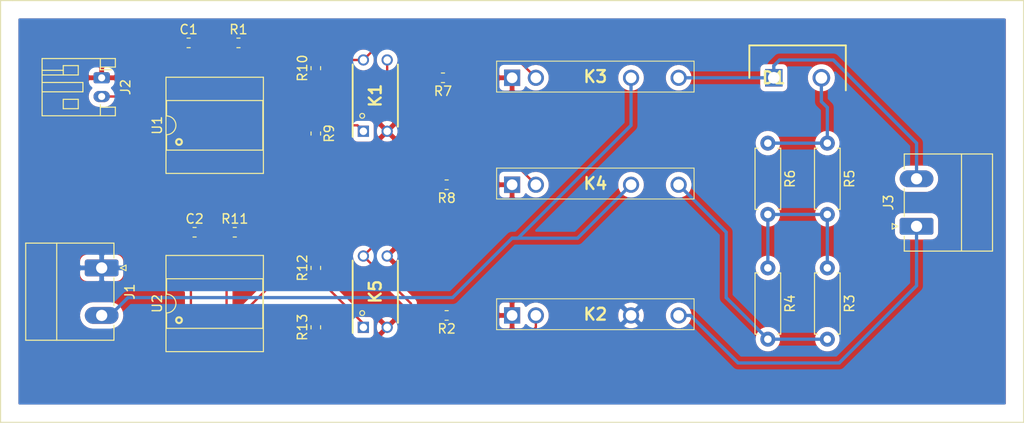
<source format=kicad_pcb>
(kicad_pcb (version 20171130) (host pcbnew "(5.1.4)-1")

  (general
    (thickness 1.6)
    (drawings 15)
    (tracks 117)
    (zones 0)
    (modules 27)
    (nets 25)
  )

  (page A4)
  (layers
    (0 F.Cu signal)
    (31 B.Cu signal)
    (32 B.Adhes user)
    (33 F.Adhes user)
    (34 B.Paste user)
    (35 F.Paste user)
    (36 B.SilkS user)
    (37 F.SilkS user)
    (38 B.Mask user)
    (39 F.Mask user)
    (40 Dwgs.User user)
    (41 Cmts.User user)
    (42 Eco1.User user)
    (43 Eco2.User user)
    (44 Edge.Cuts user)
    (45 Margin user)
    (46 B.CrtYd user)
    (47 F.CrtYd user)
    (48 B.Fab user)
    (49 F.Fab user)
  )

  (setup
    (last_trace_width 0.25)
    (trace_clearance 0.2)
    (zone_clearance 0.508)
    (zone_45_only no)
    (trace_min 0.2)
    (via_size 0.8)
    (via_drill 0.4)
    (via_min_size 0.4)
    (via_min_drill 0.3)
    (uvia_size 0.3)
    (uvia_drill 0.1)
    (uvias_allowed no)
    (uvia_min_size 0.2)
    (uvia_min_drill 0.1)
    (edge_width 0.05)
    (segment_width 0.2)
    (pcb_text_width 0.3)
    (pcb_text_size 1.5 1.5)
    (mod_edge_width 0.12)
    (mod_text_size 1 1)
    (mod_text_width 0.15)
    (pad_size 1.524 1.524)
    (pad_drill 0.762)
    (pad_to_mask_clearance 0.051)
    (solder_mask_min_width 0.25)
    (aux_axis_origin 0 0)
    (visible_elements 7FFFFFFF)
    (pcbplotparams
      (layerselection 0x010fc_ffffffff)
      (usegerberextensions false)
      (usegerberattributes false)
      (usegerberadvancedattributes false)
      (creategerberjobfile false)
      (excludeedgelayer true)
      (linewidth 0.100000)
      (plotframeref false)
      (viasonmask false)
      (mode 1)
      (useauxorigin false)
      (hpglpennumber 1)
      (hpglpenspeed 20)
      (hpglpendiameter 15.000000)
      (psnegative false)
      (psa4output false)
      (plotreference true)
      (plotvalue true)
      (plotinvisibletext false)
      (padsonsilk false)
      (subtractmaskfromsilk false)
      (outputformat 1)
      (mirror false)
      (drillshape 1)
      (scaleselection 1)
      (outputdirectory ""))
  )

  (net 0 "")
  (net 1 GND)
  (net 2 5v)
  (net 3 exit)
  (net 4 exitGND)
  (net 5 540v)
  (net 6 GNDPWR)
  (net 7 "Net-(K2-Pad2)")
  (net 8 "Net-(K3-Pad2)")
  (net 9 "Net-(R3-Pad1)")
  (net 10 "Net-(C1-Pad2)")
  (net 11 "Net-(C2-Pad2)")
  (net 12 "Net-(D1-Pad2)")
  (net 13 mainCoil)
  (net 14 Tmain)
  (net 15 "Net-(K4-Pad2)")
  (net 16 Tprech)
  (net 17 "Net-(U1-Pad5)")
  (net 18 "Net-(U1-Pad7)")
  (net 19 "Net-(U2-Pad7)")
  (net 20 "Net-(U2-Pad5)")
  (net 21 "Net-(K1-Pad1)")
  (net 22 prechCoil)
  (net 23 "Net-(K5-Pad1)")
  (net 24 PR)

  (net_class Default "Questo è il gruppo di collegamenti predefinito"
    (clearance 0.2)
    (trace_width 0.25)
    (via_dia 0.8)
    (via_drill 0.4)
    (uvia_dia 0.3)
    (uvia_drill 0.1)
    (add_net 5v)
    (add_net GND)
    (add_net "Net-(C1-Pad2)")
    (add_net "Net-(C2-Pad2)")
    (add_net "Net-(K1-Pad1)")
    (add_net "Net-(K2-Pad2)")
    (add_net "Net-(K3-Pad2)")
    (add_net "Net-(K4-Pad2)")
    (add_net "Net-(K5-Pad1)")
    (add_net "Net-(U1-Pad5)")
    (add_net "Net-(U1-Pad7)")
    (add_net "Net-(U2-Pad5)")
    (add_net "Net-(U2-Pad7)")
    (add_net Tmain)
    (add_net Tprech)
    (add_net mainCoil)
    (add_net prechCoil)
  )

  (net_class PWR ""
    (clearance 0.4)
    (trace_width 0.35)
    (via_dia 0.8)
    (via_drill 0.4)
    (uvia_dia 0.3)
    (uvia_drill 0.1)
    (add_net 540v)
    (add_net GNDPWR)
    (add_net "Net-(D1-Pad2)")
    (add_net "Net-(R3-Pad1)")
    (add_net PR)
    (add_net exit)
    (add_net exitGND)
  )

  (module test:piccione (layer F.Cu) (tedit 0) (tstamp 5EB9F176)
    (at 164.338 101.092)
    (fp_text reference G*** (at 0 0) (layer F.SilkS) hide
      (effects (font (size 1.524 1.524) (thickness 0.3)))
    )
    (fp_text value LOGO (at 0.75 0) (layer F.SilkS) hide
      (effects (font (size 1.524 1.524) (thickness 0.3)))
    )
    (fp_poly (pts (xy 3.527249 0.961172) (xy 3.612787 0.996978) (xy 3.705463 1.120312) (xy 3.770133 1.292015)
      (xy 3.795975 1.430922) (xy 3.756856 1.501138) (xy 3.614887 1.529084) (xy 3.417012 1.538233)
      (xy 3.190345 1.547844) (xy 3.124455 1.558105) (xy 3.210825 1.57332) (xy 3.323167 1.585677)
      (xy 3.566403 1.642473) (xy 3.654947 1.726095) (xy 3.593972 1.807534) (xy 3.388649 1.857784)
      (xy 3.273778 1.862667) (xy 3.036191 1.850658) (xy 2.876717 1.820511) (xy 2.850445 1.806222)
      (xy 2.803153 1.668665) (xy 2.795749 1.445018) (xy 2.820879 1.236178) (xy 3.127483 1.236178)
      (xy 3.244555 1.249538) (xy 3.302 1.250357) (xy 3.456036 1.24153) (xy 3.474189 1.219553)
      (xy 3.450167 1.211637) (xy 3.235433 1.19847) (xy 3.153834 1.211637) (xy 3.127483 1.236178)
      (xy 2.820879 1.236178) (xy 2.823717 1.212599) (xy 2.882543 1.048727) (xy 2.8956 1.032934)
      (xy 3.058663 0.959664) (xy 3.298251 0.934288) (xy 3.527249 0.961172)) (layer Eco2.User) (width 0.01))
    (fp_poly (pts (xy 1.926975 0.652759) (xy 1.947334 0.754945) (xy 1.980246 0.878689) (xy 2.109832 0.926646)
      (xy 2.226734 0.931334) (xy 2.490912 0.969668) (xy 2.642533 1.10263) (xy 2.70451 1.357153)
      (xy 2.709334 1.4986) (xy 2.69117 1.743537) (xy 2.629969 1.85124) (xy 2.582334 1.862667)
      (xy 2.494027 1.806744) (xy 2.457638 1.621364) (xy 2.455334 1.524) (xy 2.445303 1.306845)
      (xy 2.390949 1.21031) (xy 2.255875 1.185868) (xy 2.201334 1.185334) (xy 2.038467 1.198707)
      (xy 1.966066 1.27118) (xy 1.947734 1.451278) (xy 1.947334 1.524) (xy 1.947334 1.862667)
      (xy 1.368778 1.862667) (xy 1.070033 1.854954) (xy 0.842025 1.834729) (xy 0.73392 1.806363)
      (xy 0.733778 1.806222) (xy 0.686487 1.668665) (xy 0.679083 1.445018) (xy 0.707051 1.212599)
      (xy 0.765876 1.048727) (xy 0.778934 1.032934) (xy 0.92842 0.958062) (xy 1.138483 0.929163)
      (xy 1.347208 0.944125) (xy 1.492683 1.000838) (xy 1.524 1.058334) (xy 1.459741 1.152265)
      (xy 1.254656 1.185104) (xy 1.227667 1.185334) (xy 1.026801 1.20161) (xy 0.944665 1.272951)
      (xy 0.931334 1.388475) (xy 0.951617 1.516638) (xy 1.042366 1.583417) (xy 1.248429 1.616513)
      (xy 1.308834 1.62164) (xy 1.686335 1.651664) (xy 1.711001 1.150052) (xy 1.743408 0.842163)
      (xy 1.800453 0.65476) (xy 1.8415 0.613498) (xy 1.926975 0.652759)) (layer Eco2.User) (width 0.01))
    (fp_poly (pts (xy 0.415875 0.944125) (xy 0.561349 1.000838) (xy 0.592667 1.058334) (xy 0.528407 1.152265)
      (xy 0.323322 1.185104) (xy 0.296334 1.185334) (xy 0.106602 1.195586) (xy 0.022284 1.258891)
      (xy 0.000663 1.424068) (xy 0 1.524) (xy -0.020971 1.759485) (xy -0.090488 1.85652)
      (xy -0.127 1.862667) (xy -0.212443 1.810599) (xy -0.250014 1.635154) (xy -0.254 1.4986)
      (xy -0.231654 1.249112) (xy -0.175776 1.066099) (xy -0.1524 1.032934) (xy -0.002913 0.958062)
      (xy 0.207149 0.929163) (xy 0.415875 0.944125)) (layer Eco2.User) (width 0.01))
    (fp_poly (pts (xy -0.494004 0.975006) (xy -0.472591 0.982725) (xy -0.383315 1.077068) (xy -0.343125 1.29102)
      (xy -0.338666 1.448392) (xy -0.338666 1.862667) (xy -0.747889 1.862667) (xy -0.998705 1.851866)
      (xy -1.173375 1.824429) (xy -1.213555 1.806222) (xy -1.260847 1.668665) (xy -1.268251 1.445018)
      (xy -1.261797 1.391376) (xy -1.016 1.391376) (xy -0.990563 1.545154) (xy -0.8798 1.602532)
      (xy -0.756111 1.608667) (xy -0.575709 1.589797) (xy -0.518013 1.508811) (xy -0.523278 1.418167)
      (xy -0.604514 1.26033) (xy -0.783166 1.200876) (xy -0.952065 1.204216) (xy -1.011171 1.298483)
      (xy -1.016 1.391376) (xy -1.261797 1.391376) (xy -1.240283 1.212599) (xy -1.181457 1.048727)
      (xy -1.1684 1.032934) (xy -0.996281 0.954528) (xy -0.744305 0.933258) (xy -0.494004 0.975006)) (layer Eco2.User) (width 0.01))
    (fp_poly (pts (xy -1.997719 0.941191) (xy -1.660078 0.966188) (xy -1.483706 1.015196) (xy -1.474812 1.021689)
      (xy -1.394703 1.161291) (xy -1.355318 1.373907) (xy -1.356178 1.6008) (xy -1.396804 1.783233)
      (xy -1.476718 1.862468) (xy -1.481666 1.862667) (xy -1.569973 1.806744) (xy -1.606362 1.621364)
      (xy -1.608666 1.524) (xy -1.618697 1.306845) (xy -1.673051 1.21031) (xy -1.808125 1.185868)
      (xy -1.862666 1.185334) (xy -2.025533 1.198707) (xy -2.097934 1.27118) (xy -2.116266 1.451278)
      (xy -2.116666 1.524) (xy -2.137638 1.759485) (xy -2.207155 1.85652) (xy -2.243666 1.862667)
      (xy -2.331973 1.806744) (xy -2.368362 1.621364) (xy -2.370666 1.524) (xy -2.380697 1.306845)
      (xy -2.435051 1.21031) (xy -2.570125 1.185868) (xy -2.624666 1.185334) (xy -2.787533 1.198707)
      (xy -2.859934 1.27118) (xy -2.878266 1.451278) (xy -2.878666 1.524) (xy -2.888697 1.741156)
      (xy -2.943051 1.837691) (xy -3.078125 1.862133) (xy -3.132666 1.862667) (xy -3.279515 1.854407)
      (xy -3.354933 1.80142) (xy -3.382717 1.66139) (xy -3.386666 1.411015) (xy -3.386666 0.959363)
      (xy -2.490812 0.94067) (xy -1.997719 0.941191)) (layer Eco2.User) (width 0.01))
    (fp_poly (pts (xy -4.102693 0.987257) (xy -4.066305 1.172636) (xy -4.064 1.27) (xy -4.055029 1.486836)
      (xy -3.999637 1.5832) (xy -3.855107 1.60791) (xy -3.767666 1.608667) (xy -3.548493 1.636207)
      (xy -3.471869 1.7241) (xy -3.471333 1.735667) (xy -3.543489 1.818094) (xy -3.71868 1.860127)
      (xy -3.934993 1.859655) (xy -4.130515 1.814567) (xy -4.2164 1.761067) (xy -4.288569 1.613614)
      (xy -4.319752 1.397452) (xy -4.311768 1.172069) (xy -4.266439 0.996954) (xy -4.191 0.931334)
      (xy -4.102693 0.987257)) (layer Eco2.User) (width 0.01))
    (fp_poly (pts (xy -4.585879 0.965787) (xy -4.452007 1.082421) (xy -4.412982 1.313836) (xy -4.418341 1.447725)
      (xy -4.445 1.820334) (xy -4.829152 1.845403) (xy -5.072734 1.84825) (xy -5.240523 1.826263)
      (xy -5.273652 1.810126) (xy -5.311193 1.694409) (xy -5.332309 1.477646) (xy -5.334 1.391947)
      (xy -5.333942 1.391376) (xy -5.08 1.391376) (xy -5.054563 1.545154) (xy -4.9438 1.602532)
      (xy -4.820111 1.608667) (xy -4.639709 1.589797) (xy -4.582013 1.508811) (xy -4.587278 1.418167)
      (xy -4.668514 1.26033) (xy -4.847166 1.200876) (xy -5.016065 1.204216) (xy -5.075171 1.298483)
      (xy -5.08 1.391376) (xy -5.333942 1.391376) (xy -5.307034 1.129869) (xy -5.202508 0.988986)
      (xy -4.984976 0.936326) (xy -4.840242 0.93263) (xy -4.585879 0.965787)) (layer Eco2.User) (width 0.01))
    (fp_poly (pts (xy -5.700604 0.622575) (xy -5.51077 0.72775) (xy -5.433471 0.931365) (xy -5.43437 1.158258)
      (xy -5.461 1.481667) (xy -5.990166 1.506874) (xy -6.282598 1.527451) (xy -6.443137 1.562836)
      (xy -6.509222 1.626505) (xy -6.519333 1.697374) (xy -6.57329 1.832389) (xy -6.646333 1.862667)
      (xy -6.717736 1.82578) (xy -6.757333 1.694043) (xy -6.772461 1.435837) (xy -6.773333 1.315312)
      (xy -6.7605 1.058334) (xy -6.519333 1.058334) (xy -6.505608 1.183956) (xy -6.435563 1.246625)
      (xy -6.265893 1.267995) (xy -6.096 1.27) (xy -5.844756 1.263138) (xy -5.719416 1.228115)
      (xy -5.676677 1.14328) (xy -5.672666 1.058334) (xy -5.686392 0.932711) (xy -5.756437 0.870042)
      (xy -5.926106 0.848672) (xy -6.096 0.846667) (xy -6.347244 0.853529) (xy -6.472584 0.888552)
      (xy -6.515323 0.973387) (xy -6.519333 1.058334) (xy -6.7605 1.058334) (xy -6.756011 0.968457)
      (xy -6.683021 0.753501) (xy -6.522823 0.639897) (xy -6.24388 0.597095) (xy -6.027266 0.592667)
      (xy -5.700604 0.622575)) (layer Eco2.User) (width 0.01))
    (fp_poly (pts (xy 3.725334 2.498676) (xy 3.690437 2.666687) (xy 3.613859 2.701231) (xy 3.537766 2.58884)
      (xy 3.529696 2.561167) (xy 3.497518 2.45682) (xy 3.484253 2.516944) (xy 3.481155 2.561167)
      (xy 3.43026 2.685751) (xy 3.347446 2.697458) (xy 3.302059 2.588092) (xy 3.302 2.582334)
      (xy 3.256283 2.469662) (xy 3.217334 2.455334) (xy 3.141693 2.523681) (xy 3.132667 2.579139)
      (xy 3.08928 2.65353) (xy 2.938473 2.690245) (xy 2.667 2.697383) (xy 2.378035 2.680286)
      (xy 2.231998 2.633408) (xy 2.201334 2.573577) (xy 2.130922 2.483556) (xy 2.737556 2.483556)
      (xy 2.749178 2.53389) (xy 2.794 2.54) (xy 2.86369 2.509022) (xy 2.850445 2.483556)
      (xy 2.749965 2.473423) (xy 2.737556 2.483556) (xy 2.130922 2.483556) (xy 2.129533 2.481781)
      (xy 2.010834 2.462018) (xy 1.903997 2.481551) (xy 1.926167 2.511407) (xy 2.02424 2.600397)
      (xy 1.996204 2.687771) (xy 1.914059 2.709334) (xy 1.783353 2.777628) (xy 1.747382 2.836334)
      (xy 1.653339 2.925263) (xy 1.507351 2.962838) (xy 1.385288 2.93968) (xy 1.354667 2.884875)
      (xy 1.424409 2.800163) (xy 1.502834 2.767696) (xy 1.554015 2.737601) (xy 1.441415 2.719977)
      (xy 1.424375 2.719155) (xy 1.227826 2.658273) (xy 1.15903 2.561167) (xy 1.135097 2.483556)
      (xy 1.467556 2.483556) (xy 1.479178 2.53389) (xy 1.524 2.54) (xy 1.59369 2.509022)
      (xy 1.580445 2.483556) (xy 1.479965 2.473423) (xy 1.467556 2.483556) (xy 1.135097 2.483556)
      (xy 1.126852 2.45682) (xy 1.113586 2.516944) (xy 1.110488 2.561167) (xy 1.079711 2.642493)
      (xy 0.976671 2.687773) (xy 0.764909 2.706652) (xy 0.550334 2.709334) (xy 0.241643 2.700855)
      (xy 0.070072 2.670559) (xy 0.00403 2.611156) (xy 0 2.582334) (xy -0.059639 2.483556)
      (xy 0.112889 2.483556) (xy 0.124511 2.53389) (xy 0.169334 2.54) (xy 0.214871 2.519758)
      (xy 0.544722 2.519758) (xy 0.627945 2.533316) (xy 0.737759 2.517749) (xy 0.73907 2.488847)
      (xy 0.625753 2.468636) (xy 0.576792 2.482163) (xy 0.544722 2.519758) (xy 0.214871 2.519758)
      (xy 0.239024 2.509022) (xy 0.225778 2.483556) (xy 0.125298 2.473423) (xy 0.112889 2.483556)
      (xy -0.059639 2.483556) (xy -0.067773 2.470085) (xy -0.127 2.455334) (xy -0.239248 2.523106)
      (xy -0.254 2.582334) (xy -0.30283 2.694956) (xy -0.344555 2.709334) (xy -0.404652 2.639194)
      (xy -0.408055 2.518834) (xy -0.381 2.328334) (xy 1.672167 2.308176) (xy 3.725334 2.288019)
      (xy 3.725334 2.498676)) (layer Eco2.User) (width 0.01))
    (fp_poly (pts (xy 4.212813 -0.118459) (xy 4.346192 0.054053) (xy 4.396007 0.134726) (xy 4.699127 0.785043)
      (xy 4.865244 1.455347) (xy 4.899312 2.122628) (xy 4.806285 2.763874) (xy 4.591119 3.356073)
      (xy 4.258767 3.876216) (xy 3.814184 4.30129) (xy 3.450938 4.523973) (xy 2.966299 4.691619)
      (xy 2.462591 4.737671) (xy 1.996815 4.658656) (xy 1.892752 4.618857) (xy 1.714162 4.517541)
      (xy 1.49589 4.361961) (xy 1.275367 4.183733) (xy 1.090025 4.014472) (xy 0.977294 3.885793)
      (xy 0.963661 3.834118) (xy 1.0486 3.855287) (xy 1.225015 3.949907) (xy 1.351994 4.029948)
      (xy 1.773924 4.221645) (xy 2.262342 4.308204) (xy 2.743858 4.27992) (xy 2.912077 4.236278)
      (xy 3.241633 4.067102) (xy 3.596652 3.788242) (xy 3.931978 3.443917) (xy 4.202454 3.078347)
      (xy 4.318288 2.859233) (xy 4.504699 2.22487) (xy 4.554464 1.540434) (xy 4.469305 0.853465)
      (xy 4.250942 0.211502) (xy 4.220118 0.148167) (xy 4.131051 -0.069971) (xy 4.134858 -0.159324)
      (xy 4.212813 -0.118459)) (layer Eco2.User) (width 0.01))
    (fp_poly (pts (xy 4.26632 -0.450452) (xy 4.293295 -0.436555) (xy 4.454774 -0.302984) (xy 4.669897 -0.062556)
      (xy 4.90858 0.244403) (xy 5.140739 0.577568) (xy 5.33629 0.89661) (xy 5.44008 1.100667)
      (xy 5.587919 1.587769) (xy 5.655107 2.161171) (xy 5.638472 2.756607) (xy 5.547012 3.266387)
      (xy 5.373966 3.743798) (xy 5.124754 4.2235) (xy 4.831865 4.652444) (xy 4.527788 4.977584)
      (xy 4.47064 5.023851) (xy 3.928694 5.349789) (xy 3.337893 5.552869) (xy 2.739835 5.623448)
      (xy 2.183751 5.553955) (xy 1.628229 5.320532) (xy 1.121702 4.943986) (xy 0.693353 4.449363)
      (xy 0.477267 4.089371) (xy 0.377001 3.87912) (xy 0.356519 3.78427) (xy 0.425927 3.806417)
      (xy 0.595334 3.947158) (xy 0.80411 4.140967) (xy 1.336792 4.559016) (xy 1.901509 4.846891)
      (xy 2.47359 4.997778) (xy 3.028367 5.004858) (xy 3.490806 4.883342) (xy 3.954482 4.607195)
      (xy 4.382816 4.196676) (xy 4.748944 3.686534) (xy 5.026003 3.111519) (xy 5.13743 2.753397)
      (xy 5.214177 2.392286) (xy 5.236784 2.097449) (xy 5.208625 1.775895) (xy 5.179501 1.5931)
      (xy 4.969234 0.842447) (xy 4.612479 0.134245) (xy 4.375161 -0.202279) (xy 4.235295 -0.388802)
      (xy 4.20106 -0.465674) (xy 4.26632 -0.450452)) (layer Eco2.User) (width 0.01))
    (fp_poly (pts (xy 4.185041 -6.754343) (xy 4.178673 -6.625587) (xy 4.115406 -6.426311) (xy 3.946123 -6.175167)
      (xy 3.649532 -5.96122) (xy 3.58494 -5.926666) (xy 3.30166 -5.747648) (xy 3.166949 -5.55873)
      (xy 3.170035 -5.322688) (xy 3.300146 -5.002299) (xy 3.311197 -4.980667) (xy 3.472702 -4.532269)
      (xy 3.505056 -4.048593) (xy 3.40657 -3.507822) (xy 3.175554 -2.888138) (xy 3.143684 -2.817916)
      (xy 2.983997 -2.437497) (xy 2.852112 -2.060879) (xy 2.768083 -1.748054) (xy 2.751208 -1.643902)
      (xy 2.732684 -1.419465) (xy 2.742233 -1.351285) (xy 2.781722 -1.428324) (xy 2.785827 -1.439333)
      (xy 2.866952 -1.693949) (xy 2.910235 -1.862666) (xy 2.97836 -2.047336) (xy 3.101179 -2.285997)
      (xy 3.249862 -2.532386) (xy 3.395581 -2.740236) (xy 3.509508 -2.863282) (xy 3.543314 -2.878667)
      (xy 3.602719 -2.803898) (xy 3.658934 -2.617159) (xy 3.672832 -2.542175) (xy 3.710629 -2.395841)
      (xy 3.788114 -2.237658) (xy 3.922411 -2.044909) (xy 4.130647 -1.79488) (xy 4.429949 -1.464853)
      (xy 4.71013 -1.166341) (xy 5.167011 -0.677287) (xy 5.523923 -0.277265) (xy 5.802358 0.062678)
      (xy 6.02381 0.371496) (xy 6.209773 0.678142) (xy 6.381738 1.011568) (xy 6.476315 1.212879)
      (xy 6.779801 2.032645) (xy 6.929369 2.822964) (xy 6.927344 3.57279) (xy 6.776055 4.271079)
      (xy 6.477829 4.906786) (xy 6.034994 5.468865) (xy 5.483541 5.923866) (xy 4.87675 6.257984)
      (xy 4.210478 6.497126) (xy 3.530801 6.630645) (xy 2.8838 6.647891) (xy 2.549172 6.602008)
      (xy 2.122789 6.474525) (xy 1.652408 6.27414) (xy 1.206011 6.033909) (xy 0.851584 5.786886)
      (xy 0.823892 5.763149) (xy 0.479964 5.378005) (xy 0.174954 4.879091) (xy -0.059471 4.321816)
      (xy -0.123782 4.10503) (xy -0.210361 3.750238) (xy -0.246999 3.529986) (xy -0.235774 3.417666)
      (xy -0.179916 3.386667) (xy -0.113527 3.459842) (xy -0.055891 3.636474) (xy -0.054693 3.642369)
      (xy 0.06909 4.026589) (xy 0.281085 4.459592) (xy 0.544969 4.875424) (xy 0.786633 5.169975)
      (xy 1.279725 5.571975) (xy 1.831606 5.832501) (xy 2.421737 5.959682) (xy 3.029582 5.961646)
      (xy 3.634602 5.846523) (xy 4.21626 5.622443) (xy 4.754018 5.297533) (xy 5.227339 4.879924)
      (xy 5.615686 4.377744) (xy 5.898519 3.799122) (xy 6.055302 3.152187) (xy 6.063545 3.081305)
      (xy 6.054653 2.364618) (xy 5.883218 1.606796) (xy 5.625374 0.964581) (xy 5.369567 0.504968)
      (xy 5.065204 0.082162) (xy 4.735087 -0.282684) (xy 4.402016 -0.568414) (xy 4.088789 -0.753874)
      (xy 3.818207 -0.81791) (xy 3.720518 -0.802805) (xy 3.587329 -0.713963) (xy 3.575503 -0.557343)
      (xy 3.686535 -0.313678) (xy 3.768589 -0.183125) (xy 4.095687 0.463533) (xy 4.278033 1.192083)
      (xy 4.318 1.770888) (xy 4.306844 2.151843) (xy 4.27798 2.388315) (xy 4.238315 2.475189)
      (xy 4.194756 2.407351) (xy 4.154209 2.179688) (xy 4.130487 1.909728) (xy 4.061191 1.389739)
      (xy 3.912355 0.932411) (xy 3.663941 0.499277) (xy 3.295915 0.051872) (xy 3.012803 -0.236077)
      (xy 2.642948 -0.622102) (xy 2.39755 -0.951607) (xy 2.34556 -1.065389) (xy 2.800684 -1.065389)
      (xy 2.816251 -0.955575) (xy 2.845153 -0.954264) (xy 2.865364 -1.067581) (xy 2.851837 -1.116541)
      (xy 2.814242 -1.148612) (xy 2.800684 -1.065389) (xy 2.34556 -1.065389) (xy 2.257564 -1.257967)
      (xy 2.203944 -1.574554) (xy 2.201806 -1.657145) (xy 2.237462 -1.804968) (xy 2.333899 -2.062081)
      (xy 2.474676 -2.38707) (xy 2.581785 -2.614303) (xy 2.73243 -2.932349) (xy 2.841675 -3.179861)
      (xy 2.897066 -3.327456) (xy 2.895644 -3.354825) (xy 2.866645 -3.409623) (xy 2.860204 -3.513666)
      (xy 2.963334 -3.513666) (xy 3.005667 -3.471333) (xy 3.048 -3.513666) (xy 3.005667 -3.556)
      (xy 2.963334 -3.513666) (xy 2.860204 -3.513666) (xy 2.855293 -3.592968) (xy 2.863608 -3.856369)
      (xy 2.864562 -3.885953) (xy 3.096763 -3.885953) (xy 3.105144 -3.751547) (xy 3.134844 -3.765106)
      (xy 3.135912 -3.767666) (xy 3.178685 -3.952189) (xy 3.206534 -4.223132) (xy 3.211383 -4.353278)
      (xy 3.209143 -4.618196) (xy 3.194588 -4.720961) (xy 3.170892 -4.668046) (xy 3.141229 -4.465919)
      (xy 3.110988 -4.148666) (xy 3.096763 -3.885953) (xy 2.864562 -3.885953) (xy 2.8735 -4.162973)
      (xy 2.864528 -4.415515) (xy 2.843129 -4.542489) (xy 2.791607 -4.630013) (xy 2.722441 -4.587086)
      (xy 2.659246 -4.501955) (xy 2.488775 -4.361184) (xy 2.329678 -4.318) (xy 2.126813 -4.249093)
      (xy 1.952293 -4.093408) (xy 1.808118 -3.933903) (xy 1.741597 -3.914312) (xy 1.752171 -4.02436)
      (xy 1.839279 -4.253771) (xy 1.976731 -4.542156) (xy 2.176466 -4.895632) (xy 2.405194 -5.207029)
      (xy 2.69414 -5.510015) (xy 3.074529 -5.838254) (xy 3.447642 -6.128073) (xy 3.711013 -6.337107)
      (xy 3.924161 -6.525272) (xy 4.04665 -6.656509) (xy 4.055125 -6.6698) (xy 4.141298 -6.779423)
      (xy 4.185041 -6.754343)) (layer Eco2.User) (width 0.01))
  )

  (module Capacitor_SMD:C_0603_1608Metric_Pad1.05x0.95mm_HandSolder (layer F.Cu) (tedit 5B301BBE) (tstamp 5EB9C0F5)
    (at 86.12 72.469999)
    (descr "Capacitor SMD 0603 (1608 Metric), square (rectangular) end terminal, IPC_7351 nominal with elongated pad for handsoldering. (Body size source: http://www.tortai-tech.com/upload/download/2011102023233369053.pdf), generated with kicad-footprint-generator")
    (tags "capacitor handsolder")
    (path /5EB6E77F)
    (attr smd)
    (fp_text reference C1 (at 0 -1.43) (layer F.SilkS)
      (effects (font (size 1 1) (thickness 0.15)))
    )
    (fp_text value 100u (at 0 1.43) (layer F.Fab)
      (effects (font (size 1 1) (thickness 0.15)))
    )
    (fp_line (start -0.8 0.4) (end -0.8 -0.4) (layer F.Fab) (width 0.1))
    (fp_line (start -0.8 -0.4) (end 0.8 -0.4) (layer F.Fab) (width 0.1))
    (fp_line (start 0.8 -0.4) (end 0.8 0.4) (layer F.Fab) (width 0.1))
    (fp_line (start 0.8 0.4) (end -0.8 0.4) (layer F.Fab) (width 0.1))
    (fp_line (start -0.171267 -0.51) (end 0.171267 -0.51) (layer F.SilkS) (width 0.12))
    (fp_line (start -0.171267 0.51) (end 0.171267 0.51) (layer F.SilkS) (width 0.12))
    (fp_line (start -1.65 0.73) (end -1.65 -0.73) (layer F.CrtYd) (width 0.05))
    (fp_line (start -1.65 -0.73) (end 1.65 -0.73) (layer F.CrtYd) (width 0.05))
    (fp_line (start 1.65 -0.73) (end 1.65 0.73) (layer F.CrtYd) (width 0.05))
    (fp_line (start 1.65 0.73) (end -1.65 0.73) (layer F.CrtYd) (width 0.05))
    (fp_text user %R (at 0 0) (layer F.Fab)
      (effects (font (size 0.4 0.4) (thickness 0.06)))
    )
    (pad 1 smd roundrect (at -0.875 0) (size 1.05 0.95) (layers F.Cu F.Paste F.Mask) (roundrect_rratio 0.25)
      (net 2 5v))
    (pad 2 smd roundrect (at 0.875 0) (size 1.05 0.95) (layers F.Cu F.Paste F.Mask) (roundrect_rratio 0.25)
      (net 10 "Net-(C1-Pad2)"))
    (model ${KISYS3DMOD}/Capacitor_SMD.3dshapes/C_0603_1608Metric.wrl
      (at (xyz 0 0 0))
      (scale (xyz 1 1 1))
      (rotate (xyz 0 0 0))
    )
  )

  (module Capacitor_SMD:C_0603_1608Metric_Pad1.05x0.95mm_HandSolder (layer F.Cu) (tedit 5B301BBE) (tstamp 5EB9C106)
    (at 86.755 92.71)
    (descr "Capacitor SMD 0603 (1608 Metric), square (rectangular) end terminal, IPC_7351 nominal with elongated pad for handsoldering. (Body size source: http://www.tortai-tech.com/upload/download/2011102023233369053.pdf), generated with kicad-footprint-generator")
    (tags "capacitor handsolder")
    (path /5EB7E002)
    (attr smd)
    (fp_text reference C2 (at 0 -1.43) (layer F.SilkS)
      (effects (font (size 1 1) (thickness 0.15)))
    )
    (fp_text value 100u (at 0 1.43) (layer F.Fab)
      (effects (font (size 1 1) (thickness 0.15)))
    )
    (fp_text user %R (at 0 0) (layer F.Fab)
      (effects (font (size 0.4 0.4) (thickness 0.06)))
    )
    (fp_line (start 1.65 0.73) (end -1.65 0.73) (layer F.CrtYd) (width 0.05))
    (fp_line (start 1.65 -0.73) (end 1.65 0.73) (layer F.CrtYd) (width 0.05))
    (fp_line (start -1.65 -0.73) (end 1.65 -0.73) (layer F.CrtYd) (width 0.05))
    (fp_line (start -1.65 0.73) (end -1.65 -0.73) (layer F.CrtYd) (width 0.05))
    (fp_line (start -0.171267 0.51) (end 0.171267 0.51) (layer F.SilkS) (width 0.12))
    (fp_line (start -0.171267 -0.51) (end 0.171267 -0.51) (layer F.SilkS) (width 0.12))
    (fp_line (start 0.8 0.4) (end -0.8 0.4) (layer F.Fab) (width 0.1))
    (fp_line (start 0.8 -0.4) (end 0.8 0.4) (layer F.Fab) (width 0.1))
    (fp_line (start -0.8 -0.4) (end 0.8 -0.4) (layer F.Fab) (width 0.1))
    (fp_line (start -0.8 0.4) (end -0.8 -0.4) (layer F.Fab) (width 0.1))
    (pad 2 smd roundrect (at 0.875 0) (size 1.05 0.95) (layers F.Cu F.Paste F.Mask) (roundrect_rratio 0.25)
      (net 11 "Net-(C2-Pad2)"))
    (pad 1 smd roundrect (at -0.875 0) (size 1.05 0.95) (layers F.Cu F.Paste F.Mask) (roundrect_rratio 0.25)
      (net 2 5v))
    (model ${KISYS3DMOD}/Capacitor_SMD.3dshapes/C_0603_1608Metric.wrl
      (at (xyz 0 0 0))
      (scale (xyz 1 1 1))
      (rotate (xyz 0 0 0))
    )
  )

  (module SamacSys_Parts:TO508P480X1010X1840-2P (layer F.Cu) (tedit 0) (tstamp 5EB9C119)
    (at 148.59 76.2)
    (descr TO220NFM)
    (tags Diode)
    (path /5EBF2763)
    (fp_text reference D1 (at 0 0) (layer F.SilkS)
      (effects (font (size 1.27 1.27) (thickness 0.254)))
    )
    (fp_text value RFN10TF6SFHC9 (at 0 0) (layer F.SilkS) hide
      (effects (font (size 1.27 1.27) (thickness 0.254)))
    )
    (fp_text user %R (at 0 0) (layer F.Fab)
      (effects (font (size 1.27 1.27) (thickness 0.254)))
    )
    (fp_line (start -2.86 -3.71) (end 7.94 -3.71) (layer F.CrtYd) (width 0.05))
    (fp_line (start 7.94 -3.71) (end 7.94 1.59) (layer F.CrtYd) (width 0.05))
    (fp_line (start 7.94 1.59) (end -2.86 1.59) (layer F.CrtYd) (width 0.05))
    (fp_line (start -2.86 1.59) (end -2.86 -3.71) (layer F.CrtYd) (width 0.05))
    (fp_line (start -2.61 -3.46) (end 7.69 -3.46) (layer F.Fab) (width 0.1))
    (fp_line (start 7.69 -3.46) (end 7.69 1.34) (layer F.Fab) (width 0.1))
    (fp_line (start 7.69 1.34) (end -2.61 1.34) (layer F.Fab) (width 0.1))
    (fp_line (start -2.61 1.34) (end -2.61 -3.46) (layer F.Fab) (width 0.1))
    (fp_line (start -2.61 -0.92) (end -0.07 -3.46) (layer F.Fab) (width 0.1))
    (fp_line (start 7.69 1.34) (end 7.69 -3.46) (layer F.SilkS) (width 0.2))
    (fp_line (start 7.69 -3.46) (end -2.61 -3.46) (layer F.SilkS) (width 0.2))
    (fp_line (start -2.61 -3.46) (end -2.61 0) (layer F.SilkS) (width 0.2))
    (pad 1 thru_hole rect (at 0 0) (size 1.875 1.875) (drill 1.25) (layers *.Cu *.Mask)
      (net 3 exit))
    (pad 2 thru_hole circle (at 5.08 0) (size 1.875 1.875) (drill 1.25) (layers *.Cu *.Mask)
      (net 12 "Net-(D1-Pad2)"))
    (model "C:\\Users\\Hello\\Desktopormua SAE\\KIKAD\\libraries\\SamacSys_Parts.3dshapes\\RFN10TF6SFHC9.stp"
      (at (xyz 0 0 0))
      (scale (xyz 1 1 1))
      (rotate (xyz 0 0 0))
    )
  )

  (module Connector_Phoenix_MC_HighVoltage:PhoenixContact_MC_1,5_2-G-5.08_1x02_P5.08mm_Horizontal (layer F.Cu) (tedit 5B784ED2) (tstamp 5EB9C134)
    (at 76.835 96.52 270)
    (descr "Generic Phoenix Contact connector footprint for: MC_1,5/2-G-5.08; number of pins: 02; pin pitch: 5.08mm; Angled || order number: 1836189 8A 320V")
    (tags "phoenix_contact connector MC_01x02_G_5.08mm")
    (path /5EB448E6)
    (fp_text reference J1 (at 2.54 -3 90) (layer F.SilkS)
      (effects (font (size 1 1) (thickness 0.15)))
    )
    (fp_text value Conn_01x02_Female (at 2.54 9.2 90) (layer F.Fab)
      (effects (font (size 1 1) (thickness 0.15)))
    )
    (fp_text user %R (at 2.54 -0.5 90) (layer F.Fab)
      (effects (font (size 1 1) (thickness 0.15)))
    )
    (fp_line (start 0 0) (end -0.8 -1.2) (layer F.Fab) (width 0.1))
    (fp_line (start 0.8 -1.2) (end 0 0) (layer F.Fab) (width 0.1))
    (fp_line (start -0.3 -2.6) (end 0.3 -2.6) (layer F.SilkS) (width 0.12))
    (fp_line (start 0 -2) (end -0.3 -2.6) (layer F.SilkS) (width 0.12))
    (fp_line (start 0.3 -2.6) (end 0 -2) (layer F.SilkS) (width 0.12))
    (fp_line (start 8.12 -2.3) (end -3.15 -2.3) (layer F.CrtYd) (width 0.05))
    (fp_line (start 8.12 8.5) (end 8.12 -2.3) (layer F.CrtYd) (width 0.05))
    (fp_line (start -3.15 8.5) (end 8.12 8.5) (layer F.CrtYd) (width 0.05))
    (fp_line (start -3.15 -2.3) (end -3.15 8.5) (layer F.CrtYd) (width 0.05))
    (fp_line (start -2.65 4.8) (end 7.73 4.8) (layer F.SilkS) (width 0.12))
    (fp_line (start 7.62 -1.2) (end -2.54 -1.2) (layer F.Fab) (width 0.1))
    (fp_line (start 7.62 8) (end 7.62 -1.2) (layer F.Fab) (width 0.1))
    (fp_line (start -2.54 8) (end 7.62 8) (layer F.Fab) (width 0.1))
    (fp_line (start -2.54 -1.2) (end -2.54 8) (layer F.Fab) (width 0.1))
    (fp_line (start 1.05 -1.31) (end 4.03 -1.31) (layer F.SilkS) (width 0.12))
    (fp_line (start 7.73 -1.31) (end 6.13 -1.31) (layer F.SilkS) (width 0.12))
    (fp_line (start -2.65 -1.31) (end -1.05 -1.31) (layer F.SilkS) (width 0.12))
    (fp_line (start 7.73 8.11) (end 7.73 -1.31) (layer F.SilkS) (width 0.12))
    (fp_line (start -2.65 8.11) (end 7.73 8.11) (layer F.SilkS) (width 0.12))
    (fp_line (start -2.65 -1.31) (end -2.65 8.11) (layer F.SilkS) (width 0.12))
    (pad 2 thru_hole oval (at 5.08 0 270) (size 1.8 3.6) (drill 1.2) (layers *.Cu *.Mask)
      (net 5 540v))
    (pad 1 thru_hole roundrect (at 0 0 270) (size 1.8 3.6) (drill 1.2) (layers *.Cu *.Mask) (roundrect_rratio 0.138889)
      (net 6 GNDPWR))
    (model ${KISYS3DMOD}/Connector_Phoenix_MC_HighVoltage.3dshapes/PhoenixContact_MC_1,5_2-G-5.08_1x02_P5.08mm_Horizontal.wrl
      (at (xyz 0 0 0))
      (scale (xyz 1 1 1))
      (rotate (xyz 0 0 0))
    )
  )

  (module Connector_JST:JST_PH_S2B-PH-K_1x02_P2.00mm_Horizontal (layer F.Cu) (tedit 5B7745C6) (tstamp 5EB9C163)
    (at 76.835 76.2 270)
    (descr "JST PH series connector, S2B-PH-K (http://www.jst-mfg.com/product/pdf/eng/ePH.pdf), generated with kicad-footprint-generator")
    (tags "connector JST PH top entry")
    (path /5EB4336B)
    (fp_text reference J2 (at 1 -2.55 90) (layer F.SilkS)
      (effects (font (size 1 1) (thickness 0.15)))
    )
    (fp_text value Conn_01x02_Male (at 1 7.45 90) (layer F.Fab)
      (effects (font (size 1 1) (thickness 0.15)))
    )
    (fp_line (start -0.86 0.14) (end -1.14 0.14) (layer F.SilkS) (width 0.12))
    (fp_line (start -1.14 0.14) (end -1.14 -1.46) (layer F.SilkS) (width 0.12))
    (fp_line (start -1.14 -1.46) (end -2.06 -1.46) (layer F.SilkS) (width 0.12))
    (fp_line (start -2.06 -1.46) (end -2.06 6.36) (layer F.SilkS) (width 0.12))
    (fp_line (start -2.06 6.36) (end 4.06 6.36) (layer F.SilkS) (width 0.12))
    (fp_line (start 4.06 6.36) (end 4.06 -1.46) (layer F.SilkS) (width 0.12))
    (fp_line (start 4.06 -1.46) (end 3.14 -1.46) (layer F.SilkS) (width 0.12))
    (fp_line (start 3.14 -1.46) (end 3.14 0.14) (layer F.SilkS) (width 0.12))
    (fp_line (start 3.14 0.14) (end 2.86 0.14) (layer F.SilkS) (width 0.12))
    (fp_line (start 0.5 6.36) (end 0.5 2) (layer F.SilkS) (width 0.12))
    (fp_line (start 0.5 2) (end 1.5 2) (layer F.SilkS) (width 0.12))
    (fp_line (start 1.5 2) (end 1.5 6.36) (layer F.SilkS) (width 0.12))
    (fp_line (start -2.06 0.14) (end -1.14 0.14) (layer F.SilkS) (width 0.12))
    (fp_line (start 4.06 0.14) (end 3.14 0.14) (layer F.SilkS) (width 0.12))
    (fp_line (start -1.3 2.5) (end -1.3 4.1) (layer F.SilkS) (width 0.12))
    (fp_line (start -1.3 4.1) (end -0.3 4.1) (layer F.SilkS) (width 0.12))
    (fp_line (start -0.3 4.1) (end -0.3 2.5) (layer F.SilkS) (width 0.12))
    (fp_line (start -0.3 2.5) (end -1.3 2.5) (layer F.SilkS) (width 0.12))
    (fp_line (start 3.3 2.5) (end 3.3 4.1) (layer F.SilkS) (width 0.12))
    (fp_line (start 3.3 4.1) (end 2.3 4.1) (layer F.SilkS) (width 0.12))
    (fp_line (start 2.3 4.1) (end 2.3 2.5) (layer F.SilkS) (width 0.12))
    (fp_line (start 2.3 2.5) (end 3.3 2.5) (layer F.SilkS) (width 0.12))
    (fp_line (start -0.3 4.1) (end -0.3 6.36) (layer F.SilkS) (width 0.12))
    (fp_line (start -0.8 4.1) (end -0.8 6.36) (layer F.SilkS) (width 0.12))
    (fp_line (start -2.45 -1.85) (end -2.45 6.75) (layer F.CrtYd) (width 0.05))
    (fp_line (start -2.45 6.75) (end 4.45 6.75) (layer F.CrtYd) (width 0.05))
    (fp_line (start 4.45 6.75) (end 4.45 -1.85) (layer F.CrtYd) (width 0.05))
    (fp_line (start 4.45 -1.85) (end -2.45 -1.85) (layer F.CrtYd) (width 0.05))
    (fp_line (start -1.25 0.25) (end -1.25 -1.35) (layer F.Fab) (width 0.1))
    (fp_line (start -1.25 -1.35) (end -1.95 -1.35) (layer F.Fab) (width 0.1))
    (fp_line (start -1.95 -1.35) (end -1.95 6.25) (layer F.Fab) (width 0.1))
    (fp_line (start -1.95 6.25) (end 3.95 6.25) (layer F.Fab) (width 0.1))
    (fp_line (start 3.95 6.25) (end 3.95 -1.35) (layer F.Fab) (width 0.1))
    (fp_line (start 3.95 -1.35) (end 3.25 -1.35) (layer F.Fab) (width 0.1))
    (fp_line (start 3.25 -1.35) (end 3.25 0.25) (layer F.Fab) (width 0.1))
    (fp_line (start 3.25 0.25) (end -1.25 0.25) (layer F.Fab) (width 0.1))
    (fp_line (start -0.86 0.14) (end -0.86 -1.075) (layer F.SilkS) (width 0.12))
    (fp_line (start 0 0.875) (end -0.5 1.375) (layer F.Fab) (width 0.1))
    (fp_line (start -0.5 1.375) (end 0.5 1.375) (layer F.Fab) (width 0.1))
    (fp_line (start 0.5 1.375) (end 0 0.875) (layer F.Fab) (width 0.1))
    (fp_text user %R (at 1 2.5 90) (layer F.Fab)
      (effects (font (size 1 1) (thickness 0.15)))
    )
    (pad 1 thru_hole roundrect (at 0 0 270) (size 1.2 1.75) (drill 0.75) (layers *.Cu *.Mask) (roundrect_rratio 0.208333)
      (net 1 GND))
    (pad 2 thru_hole oval (at 2 0 270) (size 1.2 1.75) (drill 0.75) (layers *.Cu *.Mask)
      (net 2 5v))
    (model ${KISYS3DMOD}/Connector_JST.3dshapes/JST_PH_S2B-PH-K_1x02_P2.00mm_Horizontal.wrl
      (at (xyz 0 0 0))
      (scale (xyz 1 1 1))
      (rotate (xyz 0 0 0))
    )
  )

  (module Connector_Phoenix_MC_HighVoltage:PhoenixContact_MC_1,5_2-G-5.08_1x02_P5.08mm_Horizontal (layer F.Cu) (tedit 5B784ED2) (tstamp 5EB9C17E)
    (at 163.83 92.075 90)
    (descr "Generic Phoenix Contact connector footprint for: MC_1,5/2-G-5.08; number of pins: 02; pin pitch: 5.08mm; Angled || order number: 1836189 8A 320V")
    (tags "phoenix_contact connector MC_01x02_G_5.08mm")
    (path /5EB4585B)
    (fp_text reference J3 (at 2.54 -3 90) (layer F.SilkS)
      (effects (font (size 1 1) (thickness 0.15)))
    )
    (fp_text value Conn_01x02_Female (at 2.54 9.2 90) (layer F.Fab)
      (effects (font (size 1 1) (thickness 0.15)))
    )
    (fp_line (start -2.65 -1.31) (end -2.65 8.11) (layer F.SilkS) (width 0.12))
    (fp_line (start -2.65 8.11) (end 7.73 8.11) (layer F.SilkS) (width 0.12))
    (fp_line (start 7.73 8.11) (end 7.73 -1.31) (layer F.SilkS) (width 0.12))
    (fp_line (start -2.65 -1.31) (end -1.05 -1.31) (layer F.SilkS) (width 0.12))
    (fp_line (start 7.73 -1.31) (end 6.13 -1.31) (layer F.SilkS) (width 0.12))
    (fp_line (start 1.05 -1.31) (end 4.03 -1.31) (layer F.SilkS) (width 0.12))
    (fp_line (start -2.54 -1.2) (end -2.54 8) (layer F.Fab) (width 0.1))
    (fp_line (start -2.54 8) (end 7.62 8) (layer F.Fab) (width 0.1))
    (fp_line (start 7.62 8) (end 7.62 -1.2) (layer F.Fab) (width 0.1))
    (fp_line (start 7.62 -1.2) (end -2.54 -1.2) (layer F.Fab) (width 0.1))
    (fp_line (start -2.65 4.8) (end 7.73 4.8) (layer F.SilkS) (width 0.12))
    (fp_line (start -3.15 -2.3) (end -3.15 8.5) (layer F.CrtYd) (width 0.05))
    (fp_line (start -3.15 8.5) (end 8.12 8.5) (layer F.CrtYd) (width 0.05))
    (fp_line (start 8.12 8.5) (end 8.12 -2.3) (layer F.CrtYd) (width 0.05))
    (fp_line (start 8.12 -2.3) (end -3.15 -2.3) (layer F.CrtYd) (width 0.05))
    (fp_line (start 0.3 -2.6) (end 0 -2) (layer F.SilkS) (width 0.12))
    (fp_line (start 0 -2) (end -0.3 -2.6) (layer F.SilkS) (width 0.12))
    (fp_line (start -0.3 -2.6) (end 0.3 -2.6) (layer F.SilkS) (width 0.12))
    (fp_line (start 0.8 -1.2) (end 0 0) (layer F.Fab) (width 0.1))
    (fp_line (start 0 0) (end -0.8 -1.2) (layer F.Fab) (width 0.1))
    (fp_text user %R (at 2.54 -0.5 90) (layer F.Fab)
      (effects (font (size 1 1) (thickness 0.15)))
    )
    (pad 1 thru_hole roundrect (at 0 0 90) (size 1.8 3.6) (drill 1.2) (layers *.Cu *.Mask) (roundrect_rratio 0.138889)
      (net 4 exitGND))
    (pad 2 thru_hole oval (at 5.08 0 90) (size 1.8 3.6) (drill 1.2) (layers *.Cu *.Mask)
      (net 3 exit))
    (model ${KISYS3DMOD}/Connector_Phoenix_MC_HighVoltage.3dshapes/PhoenixContact_MC_1,5_2-G-5.08_1x02_P5.08mm_Horizontal.wrl
      (at (xyz 0 0 0))
      (scale (xyz 1 1 1))
      (rotate (xyz 0 0 0))
    )
  )

  (module SamacSys_Parts:DIP762W60P254L458H485Q4N (layer F.Cu) (tedit 0) (tstamp 5EB9C192)
    (at 106.045 78.105 90)
    (descr "TLP3555A(TP1,F-1")
    (tags "Relay or Contactor")
    (path /5EB9E74B)
    (fp_text reference K1 (at 0 0 90) (layer F.SilkS)
      (effects (font (size 1.27 1.27) (thickness 0.254)))
    )
    (fp_text value TLP3555A_TP1,F (at 0 0 90) (layer F.SilkS) hide
      (effects (font (size 1.27 1.27) (thickness 0.254)))
    )
    (fp_text user %R (at 0 0 90) (layer F.Fab)
      (effects (font (size 1.27 1.27) (thickness 0.254)))
    )
    (fp_line (start -4.785 -2.665) (end 4.785 -2.665) (layer F.CrtYd) (width 0.05))
    (fp_line (start 4.785 -2.665) (end 4.785 2.665) (layer F.CrtYd) (width 0.05))
    (fp_line (start 4.785 2.665) (end -4.785 2.665) (layer F.CrtYd) (width 0.05))
    (fp_line (start -4.785 2.665) (end -4.785 -2.665) (layer F.CrtYd) (width 0.05))
    (fp_line (start -3.325 -2.415) (end 3.325 -2.415) (layer F.Fab) (width 0.1))
    (fp_line (start 3.325 -2.415) (end 3.325 2.415) (layer F.Fab) (width 0.1))
    (fp_line (start 3.325 2.415) (end -3.325 2.415) (layer F.Fab) (width 0.1))
    (fp_line (start -3.325 2.415) (end -3.325 -2.415) (layer F.Fab) (width 0.1))
    (fp_line (start -3.325 -1.145) (end -2.055 -2.415) (layer F.Fab) (width 0.1))
    (fp_line (start -4.41 -2.415) (end 3.325 -2.415) (layer F.SilkS) (width 0.2))
    (fp_line (start -3.325 2.415) (end 3.325 2.415) (layer F.SilkS) (width 0.2))
    (pad 1 thru_hole rect (at -3.81 -1.27 90) (size 1.2 1.2) (drill 0.8) (layers *.Cu *.Mask)
      (net 21 "Net-(K1-Pad1)"))
    (pad 2 thru_hole circle (at -3.81 1.27 90) (size 1.2 1.2) (drill 0.8) (layers *.Cu *.Mask)
      (net 1 GND))
    (pad 3 thru_hole circle (at 3.81 1.27 90) (size 1.2 1.2) (drill 0.8) (layers *.Cu *.Mask)
      (net 2 5v))
    (pad 4 thru_hole circle (at 3.81 -1.27 90) (size 1.2 1.2) (drill 0.8) (layers *.Cu *.Mask)
      (net 13 mainCoil))
    (model "C:\\Users\\Hello\\Desktopormua SAE\\KIKAD\\libraries\\SamacSys_Parts.3dshapes\\TLP3555A_TP1,F.stp"
      (at (xyz 0 0 0))
      (scale (xyz 1 1 1))
      (rotate (xyz 0 0 0))
    )
  )

  (module SamacSys_Parts:CPC1966YX6 (layer F.Cu) (tedit 0) (tstamp 5EB9C1A7)
    (at 120.65 101.6)
    (descr CPC1966YX6-3)
    (tags "Relay or Contactor")
    (path /5EBE4C60)
    (fp_text reference K2 (at 8.89 -0.127) (layer F.SilkS)
      (effects (font (size 1.27 1.27) (thickness 0.254)))
    )
    (fp_text value CPC1966YX6 (at 8.728999 -2.828001) (layer F.SilkS) hide
      (effects (font (size 1.27 1.27) (thickness 0.254)))
    )
    (fp_text user %R (at 8.89 -0.127) (layer F.Fab)
      (effects (font (size 1.27 1.27) (thickness 0.254)))
    )
    (fp_line (start -1.651 1.524) (end 19.431 1.524) (layer F.Fab) (width 0.2))
    (fp_line (start 19.431 1.524) (end 19.431 -1.778) (layer F.Fab) (width 0.2))
    (fp_line (start 19.431 -1.778) (end -1.651 -1.778) (layer F.Fab) (width 0.2))
    (fp_line (start -1.651 -1.778) (end -1.651 1.524) (layer F.Fab) (width 0.2))
    (fp_line (start -1.651 -1.778) (end 19.431 -1.778) (layer F.SilkS) (width 0.1))
    (fp_line (start 19.431 -1.778) (end 19.431 1.524) (layer F.SilkS) (width 0.1))
    (fp_line (start 19.431 1.524) (end -1.651 1.524) (layer F.SilkS) (width 0.1))
    (fp_line (start -1.651 1.524) (end -1.651 -1.778) (layer F.SilkS) (width 0.1))
    (fp_line (start -2.651 -2.778) (end 20.431 -2.778) (layer F.CrtYd) (width 0.1))
    (fp_line (start 20.431 -2.778) (end 20.431 2.524) (layer F.CrtYd) (width 0.1))
    (fp_line (start 20.431 2.524) (end -2.651 2.524) (layer F.CrtYd) (width 0.1))
    (fp_line (start -2.651 2.524) (end -2.651 -2.778) (layer F.CrtYd) (width 0.1))
    (pad 1 thru_hole rect (at 0 0) (size 1.725 1.75) (drill 1.15) (layers *.Cu *.Mask)
      (net 1 GND))
    (pad 2 thru_hole circle (at 2.54 0) (size 1.725 1.725) (drill 1.15) (layers *.Cu *.Mask)
      (net 7 "Net-(K2-Pad2)"))
    (pad 3 thru_hole circle (at 12.7 0) (size 1.725 1.725) (drill 1.15) (layers *.Cu *.Mask)
      (net 6 GNDPWR))
    (pad 4 thru_hole circle (at 17.78 0) (size 1.725 1.725) (drill 1.15) (layers *.Cu *.Mask)
      (net 4 exitGND))
    (model "C:\\Users\\Hello\\Desktopormua SAE\\KIKAD\\libraries\\SamacSys_Parts.3dshapes\\CPC1966YX6.stp"
      (at (xyz 0 0 0))
      (scale (xyz 1 1 1))
      (rotate (xyz 0 0 0))
    )
  )

  (module SamacSys_Parts:CPC1966YX6 (layer F.Cu) (tedit 0) (tstamp 5EB9C1BC)
    (at 120.65 76.2)
    (descr CPC1966YX6-3)
    (tags "Relay or Contactor")
    (path /5EBD6B03)
    (fp_text reference K3 (at 8.89 -0.127) (layer F.SilkS)
      (effects (font (size 1.27 1.27) (thickness 0.254)))
    )
    (fp_text value CPC1966YX6 (at 8.728999 -2.878001) (layer F.SilkS) hide
      (effects (font (size 1.27 1.27) (thickness 0.254)))
    )
    (fp_text user %R (at 8.89 -0.127) (layer F.Fab)
      (effects (font (size 1.27 1.27) (thickness 0.254)))
    )
    (fp_line (start -1.651 1.524) (end 19.431 1.524) (layer F.Fab) (width 0.2))
    (fp_line (start 19.431 1.524) (end 19.431 -1.778) (layer F.Fab) (width 0.2))
    (fp_line (start 19.431 -1.778) (end -1.651 -1.778) (layer F.Fab) (width 0.2))
    (fp_line (start -1.651 -1.778) (end -1.651 1.524) (layer F.Fab) (width 0.2))
    (fp_line (start -1.651 -1.778) (end 19.431 -1.778) (layer F.SilkS) (width 0.1))
    (fp_line (start 19.431 -1.778) (end 19.431 1.524) (layer F.SilkS) (width 0.1))
    (fp_line (start 19.431 1.524) (end -1.651 1.524) (layer F.SilkS) (width 0.1))
    (fp_line (start -1.651 1.524) (end -1.651 -1.778) (layer F.SilkS) (width 0.1))
    (fp_line (start -2.651 -2.778) (end 20.431 -2.778) (layer F.CrtYd) (width 0.1))
    (fp_line (start 20.431 -2.778) (end 20.431 2.524) (layer F.CrtYd) (width 0.1))
    (fp_line (start 20.431 2.524) (end -2.651 2.524) (layer F.CrtYd) (width 0.1))
    (fp_line (start -2.651 2.524) (end -2.651 -2.778) (layer F.CrtYd) (width 0.1))
    (pad 1 thru_hole rect (at 0 0) (size 1.725 1.75) (drill 1.15) (layers *.Cu *.Mask)
      (net 1 GND))
    (pad 2 thru_hole circle (at 2.54 0) (size 1.725 1.725) (drill 1.15) (layers *.Cu *.Mask)
      (net 8 "Net-(K3-Pad2)"))
    (pad 3 thru_hole circle (at 12.7 0) (size 1.725 1.725) (drill 1.15) (layers *.Cu *.Mask)
      (net 5 540v))
    (pad 4 thru_hole circle (at 17.78 0) (size 1.725 1.725) (drill 1.15) (layers *.Cu *.Mask)
      (net 3 exit))
    (model "C:\\Users\\Hello\\Desktopormua SAE\\KIKAD\\libraries\\SamacSys_Parts.3dshapes\\CPC1966YX6.stp"
      (at (xyz 0 0 0))
      (scale (xyz 1 1 1))
      (rotate (xyz 0 0 0))
    )
  )

  (module SamacSys_Parts:CPC1966YX6 (layer F.Cu) (tedit 0) (tstamp 5EB9C1D1)
    (at 120.65 87.63)
    (descr CPC1966YX6-3)
    (tags "Relay or Contactor")
    (path /5EBDA90C)
    (fp_text reference K4 (at 8.89 -0.127) (layer F.SilkS)
      (effects (font (size 1.27 1.27) (thickness 0.254)))
    )
    (fp_text value CPC1966YX6 (at 8.89 -2.54) (layer F.SilkS) hide
      (effects (font (size 1.27 1.27) (thickness 0.254)))
    )
    (fp_line (start -2.651 2.524) (end -2.651 -2.778) (layer F.CrtYd) (width 0.1))
    (fp_line (start 20.431 2.524) (end -2.651 2.524) (layer F.CrtYd) (width 0.1))
    (fp_line (start 20.431 -2.778) (end 20.431 2.524) (layer F.CrtYd) (width 0.1))
    (fp_line (start -2.651 -2.778) (end 20.431 -2.778) (layer F.CrtYd) (width 0.1))
    (fp_line (start -1.651 1.524) (end -1.651 -1.778) (layer F.SilkS) (width 0.1))
    (fp_line (start 19.431 1.524) (end -1.651 1.524) (layer F.SilkS) (width 0.1))
    (fp_line (start 19.431 -1.778) (end 19.431 1.524) (layer F.SilkS) (width 0.1))
    (fp_line (start -1.651 -1.778) (end 19.431 -1.778) (layer F.SilkS) (width 0.1))
    (fp_line (start -1.651 -1.778) (end -1.651 1.524) (layer F.Fab) (width 0.2))
    (fp_line (start 19.431 -1.778) (end -1.651 -1.778) (layer F.Fab) (width 0.2))
    (fp_line (start 19.431 1.524) (end 19.431 -1.778) (layer F.Fab) (width 0.2))
    (fp_line (start -1.651 1.524) (end 19.431 1.524) (layer F.Fab) (width 0.2))
    (fp_text user %R (at 8.89 -0.127) (layer F.Fab)
      (effects (font (size 1.27 1.27) (thickness 0.254)))
    )
    (pad 4 thru_hole circle (at 17.78 0) (size 1.725 1.725) (drill 1.15) (layers *.Cu *.Mask)
      (net 24 PR))
    (pad 3 thru_hole circle (at 12.7 0) (size 1.725 1.725) (drill 1.15) (layers *.Cu *.Mask)
      (net 5 540v))
    (pad 2 thru_hole circle (at 2.54 0) (size 1.725 1.725) (drill 1.15) (layers *.Cu *.Mask)
      (net 15 "Net-(K4-Pad2)"))
    (pad 1 thru_hole rect (at 0 0) (size 1.725 1.75) (drill 1.15) (layers *.Cu *.Mask)
      (net 1 GND))
    (model "C:\\Users\\Hello\\Desktopormua SAE\\KIKAD\\libraries\\SamacSys_Parts.3dshapes\\CPC1966YX6.stp"
      (at (xyz 0 0 0))
      (scale (xyz 1 1 1))
      (rotate (xyz 0 0 0))
    )
  )

  (module SamacSys_Parts:DIP762W60P254L458H485Q4N (layer F.Cu) (tedit 0) (tstamp 5EB9C1E5)
    (at 106.045 99.06 90)
    (descr "TLP3555A(TP1,F-1")
    (tags "Relay or Contactor")
    (path /5EBBE39F)
    (fp_text reference K5 (at 0 0 90) (layer F.SilkS)
      (effects (font (size 1.27 1.27) (thickness 0.254)))
    )
    (fp_text value TLP3555A_TP1,F (at 0 -1.905 90) (layer F.SilkS) hide
      (effects (font (size 1.27 1.27) (thickness 0.254)))
    )
    (fp_line (start -3.325 2.415) (end 3.325 2.415) (layer F.SilkS) (width 0.2))
    (fp_line (start -4.41 -2.415) (end 3.325 -2.415) (layer F.SilkS) (width 0.2))
    (fp_line (start -3.325 -1.145) (end -2.055 -2.415) (layer F.Fab) (width 0.1))
    (fp_line (start -3.325 2.415) (end -3.325 -2.415) (layer F.Fab) (width 0.1))
    (fp_line (start 3.325 2.415) (end -3.325 2.415) (layer F.Fab) (width 0.1))
    (fp_line (start 3.325 -2.415) (end 3.325 2.415) (layer F.Fab) (width 0.1))
    (fp_line (start -3.325 -2.415) (end 3.325 -2.415) (layer F.Fab) (width 0.1))
    (fp_line (start -4.785 2.665) (end -4.785 -2.665) (layer F.CrtYd) (width 0.05))
    (fp_line (start 4.785 2.665) (end -4.785 2.665) (layer F.CrtYd) (width 0.05))
    (fp_line (start 4.785 -2.665) (end 4.785 2.665) (layer F.CrtYd) (width 0.05))
    (fp_line (start -4.785 -2.665) (end 4.785 -2.665) (layer F.CrtYd) (width 0.05))
    (fp_text user %R (at 0 0 90) (layer F.Fab)
      (effects (font (size 1.27 1.27) (thickness 0.254)))
    )
    (pad 4 thru_hole circle (at 3.81 -1.27 90) (size 1.2 1.2) (drill 0.8) (layers *.Cu *.Mask)
      (net 22 prechCoil))
    (pad 3 thru_hole circle (at 3.81 1.27 90) (size 1.2 1.2) (drill 0.8) (layers *.Cu *.Mask)
      (net 1 GND))
    (pad 2 thru_hole circle (at -3.81 1.27 90) (size 1.2 1.2) (drill 0.8) (layers *.Cu *.Mask)
      (net 1 GND))
    (pad 1 thru_hole rect (at -3.81 -1.27 90) (size 1.2 1.2) (drill 0.8) (layers *.Cu *.Mask)
      (net 23 "Net-(K5-Pad1)"))
    (model "C:\\Users\\Hello\\Desktopormua SAE\\KIKAD\\libraries\\SamacSys_Parts.3dshapes\\TLP3555A_TP1,F.stp"
      (at (xyz 0 0 0))
      (scale (xyz 1 1 1))
      (rotate (xyz 0 0 0))
    )
  )

  (module Resistor_SMD:R_0603_1608Metric_Pad1.05x0.95mm_HandSolder (layer F.Cu) (tedit 5B301BBD) (tstamp 5EB9C1F6)
    (at 91.44 72.469999)
    (descr "Resistor SMD 0603 (1608 Metric), square (rectangular) end terminal, IPC_7351 nominal with elongated pad for handsoldering. (Body size source: http://www.tortai-tech.com/upload/download/2011102023233369053.pdf), generated with kicad-footprint-generator")
    (tags "resistor handsolder")
    (path /5EB6F8D8)
    (attr smd)
    (fp_text reference R1 (at 0 -1.43) (layer F.SilkS)
      (effects (font (size 1 1) (thickness 0.15)))
    )
    (fp_text value 16k (at 0 1.43) (layer F.Fab)
      (effects (font (size 1 1) (thickness 0.15)))
    )
    (fp_line (start -0.8 0.4) (end -0.8 -0.4) (layer F.Fab) (width 0.1))
    (fp_line (start -0.8 -0.4) (end 0.8 -0.4) (layer F.Fab) (width 0.1))
    (fp_line (start 0.8 -0.4) (end 0.8 0.4) (layer F.Fab) (width 0.1))
    (fp_line (start 0.8 0.4) (end -0.8 0.4) (layer F.Fab) (width 0.1))
    (fp_line (start -0.171267 -0.51) (end 0.171267 -0.51) (layer F.SilkS) (width 0.12))
    (fp_line (start -0.171267 0.51) (end 0.171267 0.51) (layer F.SilkS) (width 0.12))
    (fp_line (start -1.65 0.73) (end -1.65 -0.73) (layer F.CrtYd) (width 0.05))
    (fp_line (start -1.65 -0.73) (end 1.65 -0.73) (layer F.CrtYd) (width 0.05))
    (fp_line (start 1.65 -0.73) (end 1.65 0.73) (layer F.CrtYd) (width 0.05))
    (fp_line (start 1.65 0.73) (end -1.65 0.73) (layer F.CrtYd) (width 0.05))
    (fp_text user %R (at 0 0) (layer F.Fab)
      (effects (font (size 0.4 0.4) (thickness 0.06)))
    )
    (pad 1 smd roundrect (at -0.875 0) (size 1.05 0.95) (layers F.Cu F.Paste F.Mask) (roundrect_rratio 0.25)
      (net 10 "Net-(C1-Pad2)"))
    (pad 2 smd roundrect (at 0.875 0) (size 1.05 0.95) (layers F.Cu F.Paste F.Mask) (roundrect_rratio 0.25)
      (net 1 GND))
    (model ${KISYS3DMOD}/Resistor_SMD.3dshapes/R_0603_1608Metric.wrl
      (at (xyz 0 0 0))
      (scale (xyz 1 1 1))
      (rotate (xyz 0 0 0))
    )
  )

  (module Resistor_SMD:R_0603_1608Metric_Pad1.05x0.95mm_HandSolder (layer F.Cu) (tedit 5B301BBD) (tstamp 5EB9C207)
    (at 113.665 101.6 180)
    (descr "Resistor SMD 0603 (1608 Metric), square (rectangular) end terminal, IPC_7351 nominal with elongated pad for handsoldering. (Body size source: http://www.tortai-tech.com/upload/download/2011102023233369053.pdf), generated with kicad-footprint-generator")
    (tags "resistor handsolder")
    (path /5EBE4C50)
    (attr smd)
    (fp_text reference R2 (at 0 -1.43) (layer F.SilkS)
      (effects (font (size 1 1) (thickness 0.15)))
    )
    (fp_text value 160 (at 0 1.43) (layer F.Fab)
      (effects (font (size 1 1) (thickness 0.15)))
    )
    (fp_text user %R (at 0 0) (layer F.Fab)
      (effects (font (size 0.4 0.4) (thickness 0.06)))
    )
    (fp_line (start 1.65 0.73) (end -1.65 0.73) (layer F.CrtYd) (width 0.05))
    (fp_line (start 1.65 -0.73) (end 1.65 0.73) (layer F.CrtYd) (width 0.05))
    (fp_line (start -1.65 -0.73) (end 1.65 -0.73) (layer F.CrtYd) (width 0.05))
    (fp_line (start -1.65 0.73) (end -1.65 -0.73) (layer F.CrtYd) (width 0.05))
    (fp_line (start -0.171267 0.51) (end 0.171267 0.51) (layer F.SilkS) (width 0.12))
    (fp_line (start -0.171267 -0.51) (end 0.171267 -0.51) (layer F.SilkS) (width 0.12))
    (fp_line (start 0.8 0.4) (end -0.8 0.4) (layer F.Fab) (width 0.1))
    (fp_line (start 0.8 -0.4) (end 0.8 0.4) (layer F.Fab) (width 0.1))
    (fp_line (start -0.8 -0.4) (end 0.8 -0.4) (layer F.Fab) (width 0.1))
    (fp_line (start -0.8 0.4) (end -0.8 -0.4) (layer F.Fab) (width 0.1))
    (pad 2 smd roundrect (at 0.875 0 180) (size 1.05 0.95) (layers F.Cu F.Paste F.Mask) (roundrect_rratio 0.25)
      (net 2 5v))
    (pad 1 smd roundrect (at -0.875 0 180) (size 1.05 0.95) (layers F.Cu F.Paste F.Mask) (roundrect_rratio 0.25)
      (net 7 "Net-(K2-Pad2)"))
    (model ${KISYS3DMOD}/Resistor_SMD.3dshapes/R_0603_1608Metric.wrl
      (at (xyz 0 0 0))
      (scale (xyz 1 1 1))
      (rotate (xyz 0 0 0))
    )
  )

  (module Resistor_THT:R_Axial_DIN0207_L6.3mm_D2.5mm_P7.62mm_Horizontal (layer F.Cu) (tedit 5AE5139B) (tstamp 5EB9C21E)
    (at 154.305 96.52 270)
    (descr "Resistor, Axial_DIN0207 series, Axial, Horizontal, pin pitch=7.62mm, 0.25W = 1/4W, length*diameter=6.3*2.5mm^2, http://cdn-reichelt.de/documents/datenblatt/B400/1_4W%23YAG.pdf")
    (tags "Resistor Axial_DIN0207 series Axial Horizontal pin pitch 7.62mm 0.25W = 1/4W length 6.3mm diameter 2.5mm")
    (path /5EB4A083)
    (fp_text reference R3 (at 3.81 -2.37 90) (layer F.SilkS)
      (effects (font (size 1 1) (thickness 0.15)))
    )
    (fp_text value 1.2k (at 3.81 2.37 90) (layer F.Fab)
      (effects (font (size 1 1) (thickness 0.15)))
    )
    (fp_text user %R (at 3.81 0 90) (layer F.Fab)
      (effects (font (size 1 1) (thickness 0.15)))
    )
    (fp_line (start 8.67 -1.5) (end -1.05 -1.5) (layer F.CrtYd) (width 0.05))
    (fp_line (start 8.67 1.5) (end 8.67 -1.5) (layer F.CrtYd) (width 0.05))
    (fp_line (start -1.05 1.5) (end 8.67 1.5) (layer F.CrtYd) (width 0.05))
    (fp_line (start -1.05 -1.5) (end -1.05 1.5) (layer F.CrtYd) (width 0.05))
    (fp_line (start 7.08 1.37) (end 7.08 1.04) (layer F.SilkS) (width 0.12))
    (fp_line (start 0.54 1.37) (end 7.08 1.37) (layer F.SilkS) (width 0.12))
    (fp_line (start 0.54 1.04) (end 0.54 1.37) (layer F.SilkS) (width 0.12))
    (fp_line (start 7.08 -1.37) (end 7.08 -1.04) (layer F.SilkS) (width 0.12))
    (fp_line (start 0.54 -1.37) (end 7.08 -1.37) (layer F.SilkS) (width 0.12))
    (fp_line (start 0.54 -1.04) (end 0.54 -1.37) (layer F.SilkS) (width 0.12))
    (fp_line (start 7.62 0) (end 6.96 0) (layer F.Fab) (width 0.1))
    (fp_line (start 0 0) (end 0.66 0) (layer F.Fab) (width 0.1))
    (fp_line (start 6.96 -1.25) (end 0.66 -1.25) (layer F.Fab) (width 0.1))
    (fp_line (start 6.96 1.25) (end 6.96 -1.25) (layer F.Fab) (width 0.1))
    (fp_line (start 0.66 1.25) (end 6.96 1.25) (layer F.Fab) (width 0.1))
    (fp_line (start 0.66 -1.25) (end 0.66 1.25) (layer F.Fab) (width 0.1))
    (pad 2 thru_hole oval (at 7.62 0 270) (size 1.6 1.6) (drill 0.8) (layers *.Cu *.Mask)
      (net 24 PR))
    (pad 1 thru_hole circle (at 0 0 270) (size 1.6 1.6) (drill 0.8) (layers *.Cu *.Mask)
      (net 9 "Net-(R3-Pad1)"))
    (model ${KISYS3DMOD}/Resistor_THT.3dshapes/R_Axial_DIN0207_L6.3mm_D2.5mm_P7.62mm_Horizontal.wrl
      (at (xyz 0 0 0))
      (scale (xyz 1 1 1))
      (rotate (xyz 0 0 0))
    )
  )

  (module Resistor_THT:R_Axial_DIN0207_L6.3mm_D2.5mm_P7.62mm_Horizontal (layer F.Cu) (tedit 5AE5139B) (tstamp 5EB9C235)
    (at 147.955 96.52 270)
    (descr "Resistor, Axial_DIN0207 series, Axial, Horizontal, pin pitch=7.62mm, 0.25W = 1/4W, length*diameter=6.3*2.5mm^2, http://cdn-reichelt.de/documents/datenblatt/B400/1_4W%23YAG.pdf")
    (tags "Resistor Axial_DIN0207 series Axial Horizontal pin pitch 7.62mm 0.25W = 1/4W length 6.3mm diameter 2.5mm")
    (path /5EB4780B)
    (fp_text reference R4 (at 3.81 -2.37 90) (layer F.SilkS)
      (effects (font (size 1 1) (thickness 0.15)))
    )
    (fp_text value 1.2k (at 3.81 2.37 90) (layer F.Fab)
      (effects (font (size 1 1) (thickness 0.15)))
    )
    (fp_line (start 0.66 -1.25) (end 0.66 1.25) (layer F.Fab) (width 0.1))
    (fp_line (start 0.66 1.25) (end 6.96 1.25) (layer F.Fab) (width 0.1))
    (fp_line (start 6.96 1.25) (end 6.96 -1.25) (layer F.Fab) (width 0.1))
    (fp_line (start 6.96 -1.25) (end 0.66 -1.25) (layer F.Fab) (width 0.1))
    (fp_line (start 0 0) (end 0.66 0) (layer F.Fab) (width 0.1))
    (fp_line (start 7.62 0) (end 6.96 0) (layer F.Fab) (width 0.1))
    (fp_line (start 0.54 -1.04) (end 0.54 -1.37) (layer F.SilkS) (width 0.12))
    (fp_line (start 0.54 -1.37) (end 7.08 -1.37) (layer F.SilkS) (width 0.12))
    (fp_line (start 7.08 -1.37) (end 7.08 -1.04) (layer F.SilkS) (width 0.12))
    (fp_line (start 0.54 1.04) (end 0.54 1.37) (layer F.SilkS) (width 0.12))
    (fp_line (start 0.54 1.37) (end 7.08 1.37) (layer F.SilkS) (width 0.12))
    (fp_line (start 7.08 1.37) (end 7.08 1.04) (layer F.SilkS) (width 0.12))
    (fp_line (start -1.05 -1.5) (end -1.05 1.5) (layer F.CrtYd) (width 0.05))
    (fp_line (start -1.05 1.5) (end 8.67 1.5) (layer F.CrtYd) (width 0.05))
    (fp_line (start 8.67 1.5) (end 8.67 -1.5) (layer F.CrtYd) (width 0.05))
    (fp_line (start 8.67 -1.5) (end -1.05 -1.5) (layer F.CrtYd) (width 0.05))
    (fp_text user %R (at 3.81 0 90) (layer F.Fab)
      (effects (font (size 1 1) (thickness 0.15)))
    )
    (pad 1 thru_hole circle (at 0 0 270) (size 1.6 1.6) (drill 0.8) (layers *.Cu *.Mask)
      (net 9 "Net-(R3-Pad1)"))
    (pad 2 thru_hole oval (at 7.62 0 270) (size 1.6 1.6) (drill 0.8) (layers *.Cu *.Mask)
      (net 24 PR))
    (model ${KISYS3DMOD}/Resistor_THT.3dshapes/R_Axial_DIN0207_L6.3mm_D2.5mm_P7.62mm_Horizontal.wrl
      (at (xyz 0 0 0))
      (scale (xyz 1 1 1))
      (rotate (xyz 0 0 0))
    )
  )

  (module Resistor_THT:R_Axial_DIN0207_L6.3mm_D2.5mm_P7.62mm_Horizontal (layer F.Cu) (tedit 5AE5139B) (tstamp 5EB9C24C)
    (at 154.305 83.185 270)
    (descr "Resistor, Axial_DIN0207 series, Axial, Horizontal, pin pitch=7.62mm, 0.25W = 1/4W, length*diameter=6.3*2.5mm^2, http://cdn-reichelt.de/documents/datenblatt/B400/1_4W%23YAG.pdf")
    (tags "Resistor Axial_DIN0207 series Axial Horizontal pin pitch 7.62mm 0.25W = 1/4W length 6.3mm diameter 2.5mm")
    (path /5EB47BEB)
    (fp_text reference R5 (at 3.81 -2.37 90) (layer F.SilkS)
      (effects (font (size 1 1) (thickness 0.15)))
    )
    (fp_text value 1.2k (at 3.81 2.37 90) (layer F.Fab)
      (effects (font (size 1 1) (thickness 0.15)))
    )
    (fp_line (start 0.66 -1.25) (end 0.66 1.25) (layer F.Fab) (width 0.1))
    (fp_line (start 0.66 1.25) (end 6.96 1.25) (layer F.Fab) (width 0.1))
    (fp_line (start 6.96 1.25) (end 6.96 -1.25) (layer F.Fab) (width 0.1))
    (fp_line (start 6.96 -1.25) (end 0.66 -1.25) (layer F.Fab) (width 0.1))
    (fp_line (start 0 0) (end 0.66 0) (layer F.Fab) (width 0.1))
    (fp_line (start 7.62 0) (end 6.96 0) (layer F.Fab) (width 0.1))
    (fp_line (start 0.54 -1.04) (end 0.54 -1.37) (layer F.SilkS) (width 0.12))
    (fp_line (start 0.54 -1.37) (end 7.08 -1.37) (layer F.SilkS) (width 0.12))
    (fp_line (start 7.08 -1.37) (end 7.08 -1.04) (layer F.SilkS) (width 0.12))
    (fp_line (start 0.54 1.04) (end 0.54 1.37) (layer F.SilkS) (width 0.12))
    (fp_line (start 0.54 1.37) (end 7.08 1.37) (layer F.SilkS) (width 0.12))
    (fp_line (start 7.08 1.37) (end 7.08 1.04) (layer F.SilkS) (width 0.12))
    (fp_line (start -1.05 -1.5) (end -1.05 1.5) (layer F.CrtYd) (width 0.05))
    (fp_line (start -1.05 1.5) (end 8.67 1.5) (layer F.CrtYd) (width 0.05))
    (fp_line (start 8.67 1.5) (end 8.67 -1.5) (layer F.CrtYd) (width 0.05))
    (fp_line (start 8.67 -1.5) (end -1.05 -1.5) (layer F.CrtYd) (width 0.05))
    (fp_text user %R (at 3.81 0 90) (layer F.Fab)
      (effects (font (size 1 1) (thickness 0.15)))
    )
    (pad 1 thru_hole circle (at 0 0 270) (size 1.6 1.6) (drill 0.8) (layers *.Cu *.Mask)
      (net 12 "Net-(D1-Pad2)"))
    (pad 2 thru_hole oval (at 7.62 0 270) (size 1.6 1.6) (drill 0.8) (layers *.Cu *.Mask)
      (net 9 "Net-(R3-Pad1)"))
    (model ${KISYS3DMOD}/Resistor_THT.3dshapes/R_Axial_DIN0207_L6.3mm_D2.5mm_P7.62mm_Horizontal.wrl
      (at (xyz 0 0 0))
      (scale (xyz 1 1 1))
      (rotate (xyz 0 0 0))
    )
  )

  (module Resistor_THT:R_Axial_DIN0207_L6.3mm_D2.5mm_P7.62mm_Horizontal (layer F.Cu) (tedit 5AE5139B) (tstamp 5EB9C263)
    (at 147.955 83.185 270)
    (descr "Resistor, Axial_DIN0207 series, Axial, Horizontal, pin pitch=7.62mm, 0.25W = 1/4W, length*diameter=6.3*2.5mm^2, http://cdn-reichelt.de/documents/datenblatt/B400/1_4W%23YAG.pdf")
    (tags "Resistor Axial_DIN0207 series Axial Horizontal pin pitch 7.62mm 0.25W = 1/4W length 6.3mm diameter 2.5mm")
    (path /5EB4802F)
    (fp_text reference R6 (at 3.81 -2.37 90) (layer F.SilkS)
      (effects (font (size 1 1) (thickness 0.15)))
    )
    (fp_text value 1.2k (at 3.81 2.37 90) (layer F.Fab)
      (effects (font (size 1 1) (thickness 0.15)))
    )
    (fp_text user %R (at 3.81 0 90) (layer F.Fab)
      (effects (font (size 1 1) (thickness 0.15)))
    )
    (fp_line (start 8.67 -1.5) (end -1.05 -1.5) (layer F.CrtYd) (width 0.05))
    (fp_line (start 8.67 1.5) (end 8.67 -1.5) (layer F.CrtYd) (width 0.05))
    (fp_line (start -1.05 1.5) (end 8.67 1.5) (layer F.CrtYd) (width 0.05))
    (fp_line (start -1.05 -1.5) (end -1.05 1.5) (layer F.CrtYd) (width 0.05))
    (fp_line (start 7.08 1.37) (end 7.08 1.04) (layer F.SilkS) (width 0.12))
    (fp_line (start 0.54 1.37) (end 7.08 1.37) (layer F.SilkS) (width 0.12))
    (fp_line (start 0.54 1.04) (end 0.54 1.37) (layer F.SilkS) (width 0.12))
    (fp_line (start 7.08 -1.37) (end 7.08 -1.04) (layer F.SilkS) (width 0.12))
    (fp_line (start 0.54 -1.37) (end 7.08 -1.37) (layer F.SilkS) (width 0.12))
    (fp_line (start 0.54 -1.04) (end 0.54 -1.37) (layer F.SilkS) (width 0.12))
    (fp_line (start 7.62 0) (end 6.96 0) (layer F.Fab) (width 0.1))
    (fp_line (start 0 0) (end 0.66 0) (layer F.Fab) (width 0.1))
    (fp_line (start 6.96 -1.25) (end 0.66 -1.25) (layer F.Fab) (width 0.1))
    (fp_line (start 6.96 1.25) (end 6.96 -1.25) (layer F.Fab) (width 0.1))
    (fp_line (start 0.66 1.25) (end 6.96 1.25) (layer F.Fab) (width 0.1))
    (fp_line (start 0.66 -1.25) (end 0.66 1.25) (layer F.Fab) (width 0.1))
    (pad 2 thru_hole oval (at 7.62 0 270) (size 1.6 1.6) (drill 0.8) (layers *.Cu *.Mask)
      (net 9 "Net-(R3-Pad1)"))
    (pad 1 thru_hole circle (at 0 0 270) (size 1.6 1.6) (drill 0.8) (layers *.Cu *.Mask)
      (net 12 "Net-(D1-Pad2)"))
    (model ${KISYS3DMOD}/Resistor_THT.3dshapes/R_Axial_DIN0207_L6.3mm_D2.5mm_P7.62mm_Horizontal.wrl
      (at (xyz 0 0 0))
      (scale (xyz 1 1 1))
      (rotate (xyz 0 0 0))
    )
  )

  (module Resistor_SMD:R_0603_1608Metric_Pad1.05x0.95mm_HandSolder (layer F.Cu) (tedit 5B301BBD) (tstamp 5EB9C274)
    (at 113.27 76.2 180)
    (descr "Resistor SMD 0603 (1608 Metric), square (rectangular) end terminal, IPC_7351 nominal with elongated pad for handsoldering. (Body size source: http://www.tortai-tech.com/upload/download/2011102023233369053.pdf), generated with kicad-footprint-generator")
    (tags "resistor handsolder")
    (path /5EB977BE)
    (attr smd)
    (fp_text reference R7 (at 0 -1.43) (layer F.SilkS)
      (effects (font (size 1 1) (thickness 0.15)))
    )
    (fp_text value 160 (at 0 1.43) (layer F.Fab)
      (effects (font (size 1 1) (thickness 0.15)))
    )
    (fp_text user %R (at 0 0) (layer F.Fab)
      (effects (font (size 0.4 0.4) (thickness 0.06)))
    )
    (fp_line (start 1.65 0.73) (end -1.65 0.73) (layer F.CrtYd) (width 0.05))
    (fp_line (start 1.65 -0.73) (end 1.65 0.73) (layer F.CrtYd) (width 0.05))
    (fp_line (start -1.65 -0.73) (end 1.65 -0.73) (layer F.CrtYd) (width 0.05))
    (fp_line (start -1.65 0.73) (end -1.65 -0.73) (layer F.CrtYd) (width 0.05))
    (fp_line (start -0.171267 0.51) (end 0.171267 0.51) (layer F.SilkS) (width 0.12))
    (fp_line (start -0.171267 -0.51) (end 0.171267 -0.51) (layer F.SilkS) (width 0.12))
    (fp_line (start 0.8 0.4) (end -0.8 0.4) (layer F.Fab) (width 0.1))
    (fp_line (start 0.8 -0.4) (end 0.8 0.4) (layer F.Fab) (width 0.1))
    (fp_line (start -0.8 -0.4) (end 0.8 -0.4) (layer F.Fab) (width 0.1))
    (fp_line (start -0.8 0.4) (end -0.8 -0.4) (layer F.Fab) (width 0.1))
    (pad 2 smd roundrect (at 0.875 0 180) (size 1.05 0.95) (layers F.Cu F.Paste F.Mask) (roundrect_rratio 0.25)
      (net 13 mainCoil))
    (pad 1 smd roundrect (at -0.875 0 180) (size 1.05 0.95) (layers F.Cu F.Paste F.Mask) (roundrect_rratio 0.25)
      (net 8 "Net-(K3-Pad2)"))
    (model ${KISYS3DMOD}/Resistor_SMD.3dshapes/R_0603_1608Metric.wrl
      (at (xyz 0 0 0))
      (scale (xyz 1 1 1))
      (rotate (xyz 0 0 0))
    )
  )

  (module Resistor_SMD:R_0603_1608Metric_Pad1.05x0.95mm_HandSolder (layer F.Cu) (tedit 5B301BBD) (tstamp 5EB9C285)
    (at 113.665 87.63 180)
    (descr "Resistor SMD 0603 (1608 Metric), square (rectangular) end terminal, IPC_7351 nominal with elongated pad for handsoldering. (Body size source: http://www.tortai-tech.com/upload/download/2011102023233369053.pdf), generated with kicad-footprint-generator")
    (tags "resistor handsolder")
    (path /5EBDA8FA)
    (attr smd)
    (fp_text reference R8 (at 0 -1.43) (layer F.SilkS)
      (effects (font (size 1 1) (thickness 0.15)))
    )
    (fp_text value 160 (at 0 1.43) (layer F.Fab)
      (effects (font (size 1 1) (thickness 0.15)))
    )
    (fp_line (start -0.8 0.4) (end -0.8 -0.4) (layer F.Fab) (width 0.1))
    (fp_line (start -0.8 -0.4) (end 0.8 -0.4) (layer F.Fab) (width 0.1))
    (fp_line (start 0.8 -0.4) (end 0.8 0.4) (layer F.Fab) (width 0.1))
    (fp_line (start 0.8 0.4) (end -0.8 0.4) (layer F.Fab) (width 0.1))
    (fp_line (start -0.171267 -0.51) (end 0.171267 -0.51) (layer F.SilkS) (width 0.12))
    (fp_line (start -0.171267 0.51) (end 0.171267 0.51) (layer F.SilkS) (width 0.12))
    (fp_line (start -1.65 0.73) (end -1.65 -0.73) (layer F.CrtYd) (width 0.05))
    (fp_line (start -1.65 -0.73) (end 1.65 -0.73) (layer F.CrtYd) (width 0.05))
    (fp_line (start 1.65 -0.73) (end 1.65 0.73) (layer F.CrtYd) (width 0.05))
    (fp_line (start 1.65 0.73) (end -1.65 0.73) (layer F.CrtYd) (width 0.05))
    (fp_text user %R (at 0 0) (layer F.Fab)
      (effects (font (size 0.4 0.4) (thickness 0.06)))
    )
    (pad 1 smd roundrect (at -0.875 0 180) (size 1.05 0.95) (layers F.Cu F.Paste F.Mask) (roundrect_rratio 0.25)
      (net 15 "Net-(K4-Pad2)"))
    (pad 2 smd roundrect (at 0.875 0 180) (size 1.05 0.95) (layers F.Cu F.Paste F.Mask) (roundrect_rratio 0.25)
      (net 22 prechCoil))
    (model ${KISYS3DMOD}/Resistor_SMD.3dshapes/R_0603_1608Metric.wrl
      (at (xyz 0 0 0))
      (scale (xyz 1 1 1))
      (rotate (xyz 0 0 0))
    )
  )

  (module Resistor_SMD:R_0603_1608Metric_Pad1.05x0.95mm_HandSolder (layer F.Cu) (tedit 5B301BBD) (tstamp 5EB9C296)
    (at 99.695 82.155 270)
    (descr "Resistor SMD 0603 (1608 Metric), square (rectangular) end terminal, IPC_7351 nominal with elongated pad for handsoldering. (Body size source: http://www.tortai-tech.com/upload/download/2011102023233369053.pdf), generated with kicad-footprint-generator")
    (tags "resistor handsolder")
    (path /5EBA3FCE)
    (attr smd)
    (fp_text reference R9 (at 0 -1.43 90) (layer F.SilkS)
      (effects (font (size 1 1) (thickness 0.15)))
    )
    (fp_text value 1k (at 0 1.43 90) (layer F.Fab)
      (effects (font (size 1 1) (thickness 0.15)))
    )
    (fp_line (start -0.8 0.4) (end -0.8 -0.4) (layer F.Fab) (width 0.1))
    (fp_line (start -0.8 -0.4) (end 0.8 -0.4) (layer F.Fab) (width 0.1))
    (fp_line (start 0.8 -0.4) (end 0.8 0.4) (layer F.Fab) (width 0.1))
    (fp_line (start 0.8 0.4) (end -0.8 0.4) (layer F.Fab) (width 0.1))
    (fp_line (start -0.171267 -0.51) (end 0.171267 -0.51) (layer F.SilkS) (width 0.12))
    (fp_line (start -0.171267 0.51) (end 0.171267 0.51) (layer F.SilkS) (width 0.12))
    (fp_line (start -1.65 0.73) (end -1.65 -0.73) (layer F.CrtYd) (width 0.05))
    (fp_line (start -1.65 -0.73) (end 1.65 -0.73) (layer F.CrtYd) (width 0.05))
    (fp_line (start 1.65 -0.73) (end 1.65 0.73) (layer F.CrtYd) (width 0.05))
    (fp_line (start 1.65 0.73) (end -1.65 0.73) (layer F.CrtYd) (width 0.05))
    (fp_text user %R (at 0 0 90) (layer F.Fab)
      (effects (font (size 0.4 0.4) (thickness 0.06)))
    )
    (pad 1 smd roundrect (at -0.875 0 270) (size 1.05 0.95) (layers F.Cu F.Paste F.Mask) (roundrect_rratio 0.25)
      (net 21 "Net-(K1-Pad1)"))
    (pad 2 smd roundrect (at 0.875 0 270) (size 1.05 0.95) (layers F.Cu F.Paste F.Mask) (roundrect_rratio 0.25)
      (net 14 Tmain))
    (model ${KISYS3DMOD}/Resistor_SMD.3dshapes/R_0603_1608Metric.wrl
      (at (xyz 0 0 0))
      (scale (xyz 1 1 1))
      (rotate (xyz 0 0 0))
    )
  )

  (module Resistor_SMD:R_0603_1608Metric_Pad1.05x0.95mm_HandSolder (layer F.Cu) (tedit 5B301BBD) (tstamp 5EB9C2A7)
    (at 99.695 75.17 90)
    (descr "Resistor SMD 0603 (1608 Metric), square (rectangular) end terminal, IPC_7351 nominal with elongated pad for handsoldering. (Body size source: http://www.tortai-tech.com/upload/download/2011102023233369053.pdf), generated with kicad-footprint-generator")
    (tags "resistor handsolder")
    (path /5EBB6E2C)
    (attr smd)
    (fp_text reference R10 (at 0 -1.43 90) (layer F.SilkS)
      (effects (font (size 1 1) (thickness 0.15)))
    )
    (fp_text value 1k (at 0 1.43 90) (layer F.Fab)
      (effects (font (size 1 1) (thickness 0.15)))
    )
    (fp_text user %R (at 0 0 90) (layer F.Fab)
      (effects (font (size 0.4 0.4) (thickness 0.06)))
    )
    (fp_line (start 1.65 0.73) (end -1.65 0.73) (layer F.CrtYd) (width 0.05))
    (fp_line (start 1.65 -0.73) (end 1.65 0.73) (layer F.CrtYd) (width 0.05))
    (fp_line (start -1.65 -0.73) (end 1.65 -0.73) (layer F.CrtYd) (width 0.05))
    (fp_line (start -1.65 0.73) (end -1.65 -0.73) (layer F.CrtYd) (width 0.05))
    (fp_line (start -0.171267 0.51) (end 0.171267 0.51) (layer F.SilkS) (width 0.12))
    (fp_line (start -0.171267 -0.51) (end 0.171267 -0.51) (layer F.SilkS) (width 0.12))
    (fp_line (start 0.8 0.4) (end -0.8 0.4) (layer F.Fab) (width 0.1))
    (fp_line (start 0.8 -0.4) (end 0.8 0.4) (layer F.Fab) (width 0.1))
    (fp_line (start -0.8 -0.4) (end 0.8 -0.4) (layer F.Fab) (width 0.1))
    (fp_line (start -0.8 0.4) (end -0.8 -0.4) (layer F.Fab) (width 0.1))
    (pad 2 smd roundrect (at 0.875 0 90) (size 1.05 0.95) (layers F.Cu F.Paste F.Mask) (roundrect_rratio 0.25)
      (net 13 mainCoil))
    (pad 1 smd roundrect (at -0.875 0 90) (size 1.05 0.95) (layers F.Cu F.Paste F.Mask) (roundrect_rratio 0.25)
      (net 1 GND))
    (model ${KISYS3DMOD}/Resistor_SMD.3dshapes/R_0603_1608Metric.wrl
      (at (xyz 0 0 0))
      (scale (xyz 1 1 1))
      (rotate (xyz 0 0 0))
    )
  )

  (module Resistor_SMD:R_0603_1608Metric_Pad1.05x0.95mm_HandSolder (layer F.Cu) (tedit 5B301BBD) (tstamp 5EB9C2B8)
    (at 91.045 92.71)
    (descr "Resistor SMD 0603 (1608 Metric), square (rectangular) end terminal, IPC_7351 nominal with elongated pad for handsoldering. (Body size source: http://www.tortai-tech.com/upload/download/2011102023233369053.pdf), generated with kicad-footprint-generator")
    (tags "resistor handsolder")
    (path /5EB7E008)
    (attr smd)
    (fp_text reference R11 (at 0 -1.43) (layer F.SilkS)
      (effects (font (size 1 1) (thickness 0.15)))
    )
    (fp_text value 18k (at 0 1.43) (layer F.Fab)
      (effects (font (size 1 1) (thickness 0.15)))
    )
    (fp_line (start -0.8 0.4) (end -0.8 -0.4) (layer F.Fab) (width 0.1))
    (fp_line (start -0.8 -0.4) (end 0.8 -0.4) (layer F.Fab) (width 0.1))
    (fp_line (start 0.8 -0.4) (end 0.8 0.4) (layer F.Fab) (width 0.1))
    (fp_line (start 0.8 0.4) (end -0.8 0.4) (layer F.Fab) (width 0.1))
    (fp_line (start -0.171267 -0.51) (end 0.171267 -0.51) (layer F.SilkS) (width 0.12))
    (fp_line (start -0.171267 0.51) (end 0.171267 0.51) (layer F.SilkS) (width 0.12))
    (fp_line (start -1.65 0.73) (end -1.65 -0.73) (layer F.CrtYd) (width 0.05))
    (fp_line (start -1.65 -0.73) (end 1.65 -0.73) (layer F.CrtYd) (width 0.05))
    (fp_line (start 1.65 -0.73) (end 1.65 0.73) (layer F.CrtYd) (width 0.05))
    (fp_line (start 1.65 0.73) (end -1.65 0.73) (layer F.CrtYd) (width 0.05))
    (fp_text user %R (at 0 0) (layer F.Fab)
      (effects (font (size 0.4 0.4) (thickness 0.06)))
    )
    (pad 1 smd roundrect (at -0.875 0) (size 1.05 0.95) (layers F.Cu F.Paste F.Mask) (roundrect_rratio 0.25)
      (net 11 "Net-(C2-Pad2)"))
    (pad 2 smd roundrect (at 0.875 0) (size 1.05 0.95) (layers F.Cu F.Paste F.Mask) (roundrect_rratio 0.25)
      (net 1 GND))
    (model ${KISYS3DMOD}/Resistor_SMD.3dshapes/R_0603_1608Metric.wrl
      (at (xyz 0 0 0))
      (scale (xyz 1 1 1))
      (rotate (xyz 0 0 0))
    )
  )

  (module Resistor_SMD:R_0603_1608Metric_Pad1.05x0.95mm_HandSolder (layer F.Cu) (tedit 5B301BBD) (tstamp 5EB9C2C9)
    (at 99.695 96.52 90)
    (descr "Resistor SMD 0603 (1608 Metric), square (rectangular) end terminal, IPC_7351 nominal with elongated pad for handsoldering. (Body size source: http://www.tortai-tech.com/upload/download/2011102023233369053.pdf), generated with kicad-footprint-generator")
    (tags "resistor handsolder")
    (path /5EBBE386)
    (attr smd)
    (fp_text reference R12 (at 0 -1.43 90) (layer F.SilkS)
      (effects (font (size 1 1) (thickness 0.15)))
    )
    (fp_text value 1k (at 0 1.43 90) (layer F.Fab)
      (effects (font (size 1 1) (thickness 0.15)))
    )
    (fp_line (start -0.8 0.4) (end -0.8 -0.4) (layer F.Fab) (width 0.1))
    (fp_line (start -0.8 -0.4) (end 0.8 -0.4) (layer F.Fab) (width 0.1))
    (fp_line (start 0.8 -0.4) (end 0.8 0.4) (layer F.Fab) (width 0.1))
    (fp_line (start 0.8 0.4) (end -0.8 0.4) (layer F.Fab) (width 0.1))
    (fp_line (start -0.171267 -0.51) (end 0.171267 -0.51) (layer F.SilkS) (width 0.12))
    (fp_line (start -0.171267 0.51) (end 0.171267 0.51) (layer F.SilkS) (width 0.12))
    (fp_line (start -1.65 0.73) (end -1.65 -0.73) (layer F.CrtYd) (width 0.05))
    (fp_line (start -1.65 -0.73) (end 1.65 -0.73) (layer F.CrtYd) (width 0.05))
    (fp_line (start 1.65 -0.73) (end 1.65 0.73) (layer F.CrtYd) (width 0.05))
    (fp_line (start 1.65 0.73) (end -1.65 0.73) (layer F.CrtYd) (width 0.05))
    (fp_text user %R (at 0 0 90) (layer F.Fab)
      (effects (font (size 0.4 0.4) (thickness 0.06)))
    )
    (pad 1 smd roundrect (at -0.875 0 90) (size 1.05 0.95) (layers F.Cu F.Paste F.Mask) (roundrect_rratio 0.25)
      (net 23 "Net-(K5-Pad1)"))
    (pad 2 smd roundrect (at 0.875 0 90) (size 1.05 0.95) (layers F.Cu F.Paste F.Mask) (roundrect_rratio 0.25)
      (net 16 Tprech))
    (model ${KISYS3DMOD}/Resistor_SMD.3dshapes/R_0603_1608Metric.wrl
      (at (xyz 0 0 0))
      (scale (xyz 1 1 1))
      (rotate (xyz 0 0 0))
    )
  )

  (module Resistor_SMD:R_0603_1608Metric_Pad1.05x0.95mm_HandSolder (layer F.Cu) (tedit 5B301BBD) (tstamp 5EB9C2DA)
    (at 99.695 102.87 90)
    (descr "Resistor SMD 0603 (1608 Metric), square (rectangular) end terminal, IPC_7351 nominal with elongated pad for handsoldering. (Body size source: http://www.tortai-tech.com/upload/download/2011102023233369053.pdf), generated with kicad-footprint-generator")
    (tags "resistor handsolder")
    (path /5EBC7909)
    (attr smd)
    (fp_text reference R13 (at 0 -1.43 90) (layer F.SilkS)
      (effects (font (size 1 1) (thickness 0.15)))
    )
    (fp_text value 1k (at 0 1.43 90) (layer F.Fab)
      (effects (font (size 1 1) (thickness 0.15)))
    )
    (fp_text user %R (at 0 0 90) (layer F.Fab)
      (effects (font (size 0.4 0.4) (thickness 0.06)))
    )
    (fp_line (start 1.65 0.73) (end -1.65 0.73) (layer F.CrtYd) (width 0.05))
    (fp_line (start 1.65 -0.73) (end 1.65 0.73) (layer F.CrtYd) (width 0.05))
    (fp_line (start -1.65 -0.73) (end 1.65 -0.73) (layer F.CrtYd) (width 0.05))
    (fp_line (start -1.65 0.73) (end -1.65 -0.73) (layer F.CrtYd) (width 0.05))
    (fp_line (start -0.171267 0.51) (end 0.171267 0.51) (layer F.SilkS) (width 0.12))
    (fp_line (start -0.171267 -0.51) (end 0.171267 -0.51) (layer F.SilkS) (width 0.12))
    (fp_line (start 0.8 0.4) (end -0.8 0.4) (layer F.Fab) (width 0.1))
    (fp_line (start 0.8 -0.4) (end 0.8 0.4) (layer F.Fab) (width 0.1))
    (fp_line (start -0.8 -0.4) (end 0.8 -0.4) (layer F.Fab) (width 0.1))
    (fp_line (start -0.8 0.4) (end -0.8 -0.4) (layer F.Fab) (width 0.1))
    (pad 2 smd roundrect (at 0.875 0 90) (size 1.05 0.95) (layers F.Cu F.Paste F.Mask) (roundrect_rratio 0.25)
      (net 22 prechCoil))
    (pad 1 smd roundrect (at -0.875 0 90) (size 1.05 0.95) (layers F.Cu F.Paste F.Mask) (roundrect_rratio 0.25)
      (net 2 5v))
    (model ${KISYS3DMOD}/Resistor_SMD.3dshapes/R_0603_1608Metric.wrl
      (at (xyz 0 0 0))
      (scale (xyz 1 1 1))
      (rotate (xyz 0 0 0))
    )
  )

  (module Package_DIP:DIP-8_W7.62mm_SMDSocket_SmallPads (layer F.Cu) (tedit 5A02E8C5) (tstamp 5EB9C2FE)
    (at 88.9 81.28 90)
    (descr "8-lead though-hole mounted DIP package, row spacing 7.62 mm (300 mils), SMDSocket, SmallPads")
    (tags "THT DIP DIL PDIP 2.54mm 7.62mm 300mil SMDSocket SmallPads")
    (path /5EB6BA26)
    (attr smd)
    (fp_text reference U1 (at 0 -6.14 90) (layer F.SilkS)
      (effects (font (size 1 1) (thickness 0.15)))
    )
    (fp_text value NE555 (at 0 6.14 90) (layer F.Fab)
      (effects (font (size 1 1) (thickness 0.15)))
    )
    (fp_arc (start 0 -5.14) (end -1 -5.14) (angle -180) (layer F.SilkS) (width 0.12))
    (fp_line (start -2.175 -5.08) (end 3.175 -5.08) (layer F.Fab) (width 0.1))
    (fp_line (start 3.175 -5.08) (end 3.175 5.08) (layer F.Fab) (width 0.1))
    (fp_line (start 3.175 5.08) (end -3.175 5.08) (layer F.Fab) (width 0.1))
    (fp_line (start -3.175 5.08) (end -3.175 -4.08) (layer F.Fab) (width 0.1))
    (fp_line (start -3.175 -4.08) (end -2.175 -5.08) (layer F.Fab) (width 0.1))
    (fp_line (start -5.08 -5.14) (end -5.08 5.14) (layer F.Fab) (width 0.1))
    (fp_line (start -5.08 5.14) (end 5.08 5.14) (layer F.Fab) (width 0.1))
    (fp_line (start 5.08 5.14) (end 5.08 -5.14) (layer F.Fab) (width 0.1))
    (fp_line (start 5.08 -5.14) (end -5.08 -5.14) (layer F.Fab) (width 0.1))
    (fp_line (start -1 -5.14) (end -2.65 -5.14) (layer F.SilkS) (width 0.12))
    (fp_line (start -2.65 -5.14) (end -2.65 5.14) (layer F.SilkS) (width 0.12))
    (fp_line (start -2.65 5.14) (end 2.65 5.14) (layer F.SilkS) (width 0.12))
    (fp_line (start 2.65 5.14) (end 2.65 -5.14) (layer F.SilkS) (width 0.12))
    (fp_line (start 2.65 -5.14) (end 1 -5.14) (layer F.SilkS) (width 0.12))
    (fp_line (start -5.14 -5.2) (end -5.14 5.2) (layer F.SilkS) (width 0.12))
    (fp_line (start -5.14 5.2) (end 5.14 5.2) (layer F.SilkS) (width 0.12))
    (fp_line (start 5.14 5.2) (end 5.14 -5.2) (layer F.SilkS) (width 0.12))
    (fp_line (start 5.14 -5.2) (end -5.14 -5.2) (layer F.SilkS) (width 0.12))
    (fp_line (start -5.35 -5.4) (end -5.35 5.4) (layer F.CrtYd) (width 0.05))
    (fp_line (start -5.35 5.4) (end 5.35 5.4) (layer F.CrtYd) (width 0.05))
    (fp_line (start 5.35 5.4) (end 5.35 -5.4) (layer F.CrtYd) (width 0.05))
    (fp_line (start 5.35 -5.4) (end -5.35 -5.4) (layer F.CrtYd) (width 0.05))
    (fp_text user %R (at 0 0 180) (layer F.Fab)
      (effects (font (size 1 1) (thickness 0.15)))
    )
    (pad 1 smd rect (at -3.81 -3.81 90) (size 1.6 1.6) (layers F.Cu F.Paste F.Mask)
      (net 1 GND))
    (pad 5 smd rect (at 3.81 3.81 90) (size 1.6 1.6) (layers F.Cu F.Paste F.Mask)
      (net 17 "Net-(U1-Pad5)"))
    (pad 2 smd rect (at -3.81 -1.27 90) (size 1.6 1.6) (layers F.Cu F.Paste F.Mask)
      (net 10 "Net-(C1-Pad2)"))
    (pad 6 smd rect (at 3.81 1.27 90) (size 1.6 1.6) (layers F.Cu F.Paste F.Mask)
      (net 10 "Net-(C1-Pad2)"))
    (pad 3 smd rect (at -3.81 1.27 90) (size 1.6 1.6) (layers F.Cu F.Paste F.Mask)
      (net 14 Tmain))
    (pad 7 smd rect (at 3.81 -1.27 90) (size 1.6 1.6) (layers F.Cu F.Paste F.Mask)
      (net 18 "Net-(U1-Pad7)"))
    (pad 4 smd rect (at -3.81 3.81 90) (size 1.6 1.6) (layers F.Cu F.Paste F.Mask)
      (net 2 5v))
    (pad 8 smd rect (at 3.81 -3.81 90) (size 1.6 1.6) (layers F.Cu F.Paste F.Mask)
      (net 2 5v))
    (model ${KISYS3DMOD}/Package_DIP.3dshapes/DIP-8_W7.62mm_SMDSocket.wrl
      (at (xyz 0 0 0))
      (scale (xyz 1 1 1))
      (rotate (xyz 0 0 0))
    )
  )

  (module Package_DIP:DIP-8_W7.62mm_SMDSocket_SmallPads (layer F.Cu) (tedit 5A02E8C5) (tstamp 5EB9C322)
    (at 88.9 100.33 90)
    (descr "8-lead though-hole mounted DIP package, row spacing 7.62 mm (300 mils), SMDSocket, SmallPads")
    (tags "THT DIP DIL PDIP 2.54mm 7.62mm 300mil SMDSocket SmallPads")
    (path /5EB7E00F)
    (attr smd)
    (fp_text reference U2 (at 0 -6.14 90) (layer F.SilkS)
      (effects (font (size 1 1) (thickness 0.15)))
    )
    (fp_text value NE555 (at 0 6.14 90) (layer F.Fab)
      (effects (font (size 1 1) (thickness 0.15)))
    )
    (fp_text user %R (at 0 0 90) (layer F.Fab)
      (effects (font (size 1 1) (thickness 0.15)))
    )
    (fp_line (start 5.35 -5.4) (end -5.35 -5.4) (layer F.CrtYd) (width 0.05))
    (fp_line (start 5.35 5.4) (end 5.35 -5.4) (layer F.CrtYd) (width 0.05))
    (fp_line (start -5.35 5.4) (end 5.35 5.4) (layer F.CrtYd) (width 0.05))
    (fp_line (start -5.35 -5.4) (end -5.35 5.4) (layer F.CrtYd) (width 0.05))
    (fp_line (start 5.14 -5.2) (end -5.14 -5.2) (layer F.SilkS) (width 0.12))
    (fp_line (start 5.14 5.2) (end 5.14 -5.2) (layer F.SilkS) (width 0.12))
    (fp_line (start -5.14 5.2) (end 5.14 5.2) (layer F.SilkS) (width 0.12))
    (fp_line (start -5.14 -5.2) (end -5.14 5.2) (layer F.SilkS) (width 0.12))
    (fp_line (start 2.65 -5.14) (end 1 -5.14) (layer F.SilkS) (width 0.12))
    (fp_line (start 2.65 5.14) (end 2.65 -5.14) (layer F.SilkS) (width 0.12))
    (fp_line (start -2.65 5.14) (end 2.65 5.14) (layer F.SilkS) (width 0.12))
    (fp_line (start -2.65 -5.14) (end -2.65 5.14) (layer F.SilkS) (width 0.12))
    (fp_line (start -1 -5.14) (end -2.65 -5.14) (layer F.SilkS) (width 0.12))
    (fp_line (start 5.08 -5.14) (end -5.08 -5.14) (layer F.Fab) (width 0.1))
    (fp_line (start 5.08 5.14) (end 5.08 -5.14) (layer F.Fab) (width 0.1))
    (fp_line (start -5.08 5.14) (end 5.08 5.14) (layer F.Fab) (width 0.1))
    (fp_line (start -5.08 -5.14) (end -5.08 5.14) (layer F.Fab) (width 0.1))
    (fp_line (start -3.175 -4.08) (end -2.175 -5.08) (layer F.Fab) (width 0.1))
    (fp_line (start -3.175 5.08) (end -3.175 -4.08) (layer F.Fab) (width 0.1))
    (fp_line (start 3.175 5.08) (end -3.175 5.08) (layer F.Fab) (width 0.1))
    (fp_line (start 3.175 -5.08) (end 3.175 5.08) (layer F.Fab) (width 0.1))
    (fp_line (start -2.175 -5.08) (end 3.175 -5.08) (layer F.Fab) (width 0.1))
    (fp_arc (start 0 -5.14) (end -1 -5.14) (angle -180) (layer F.SilkS) (width 0.12))
    (pad 8 smd rect (at 3.81 -3.81 90) (size 1.6 1.6) (layers F.Cu F.Paste F.Mask)
      (net 2 5v))
    (pad 4 smd rect (at -3.81 3.81 90) (size 1.6 1.6) (layers F.Cu F.Paste F.Mask)
      (net 2 5v))
    (pad 7 smd rect (at 3.81 -1.27 90) (size 1.6 1.6) (layers F.Cu F.Paste F.Mask)
      (net 19 "Net-(U2-Pad7)"))
    (pad 3 smd rect (at -3.81 1.27 90) (size 1.6 1.6) (layers F.Cu F.Paste F.Mask)
      (net 16 Tprech))
    (pad 6 smd rect (at 3.81 1.27 90) (size 1.6 1.6) (layers F.Cu F.Paste F.Mask)
      (net 11 "Net-(C2-Pad2)"))
    (pad 2 smd rect (at -3.81 -1.27 90) (size 1.6 1.6) (layers F.Cu F.Paste F.Mask)
      (net 11 "Net-(C2-Pad2)"))
    (pad 5 smd rect (at 3.81 3.81 90) (size 1.6 1.6) (layers F.Cu F.Paste F.Mask)
      (net 20 "Net-(U2-Pad5)"))
    (pad 1 smd rect (at -3.81 -3.81 90) (size 1.6 1.6) (layers F.Cu F.Paste F.Mask)
      (net 1 GND))
    (model ${KISYS3DMOD}/Package_DIP.3dshapes/DIP-8_W7.62mm_SMDSocket.wrl
      (at (xyz 0 0 0))
      (scale (xyz 1 1 1))
      (rotate (xyz 0 0 0))
    )
  )

  (gr_circle (center 104.648 80.264) (end 104.902 80.264) (layer F.SilkS) (width 0.12))
  (gr_circle (center 104.648 101.346) (end 104.902 101.346) (layer F.SilkS) (width 0.12))
  (gr_circle (center 85.09 83.058) (end 85.344 83.058) (layer F.SilkS) (width 0.12))
  (gr_circle (center 85.09 83.058) (end 85.344 82.804) (layer F.SilkS) (width 0.12))
  (gr_circle (center 85.09 102.108) (end 85.344 102.108) (layer F.SilkS) (width 0.12))
  (gr_circle (center 85.09 102.108) (end 85.344 101.854) (layer F.SilkS) (width 0.12))
  (gr_line (start 175.26 67.945) (end 66.04 67.945) (layer Edge.Cuts) (width 0.05) (tstamp 5EB9EB5A))
  (gr_line (start 175.26 113.03) (end 175.26 67.945) (layer Edge.Cuts) (width 0.05))
  (gr_line (start 66.04 113.03) (end 175.26 113.03) (layer Edge.Cuts) (width 0.05))
  (gr_line (start 66.04 67.945) (end 66.04 113.03) (layer Edge.Cuts) (width 0.05))
  (gr_line (start 66.04 67.945) (end 67.31 67.945) (layer F.SilkS) (width 0.12) (tstamp 5EB9E0A3))
  (gr_line (start 66.04 113.03) (end 66.04 67.945) (layer F.SilkS) (width 0.12))
  (gr_line (start 175.26 113.03) (end 66.04 113.03) (layer F.SilkS) (width 0.12))
  (gr_line (start 175.26 67.945) (end 175.26 113.03) (layer F.SilkS) (width 0.12))
  (gr_line (start 67.31 67.945) (end 175.26 67.945) (layer F.SilkS) (width 0.12))

  (segment (start 84.36 78.2) (end 85.09 77.47) (width 0.25) (layer F.Cu) (net 2))
  (segment (start 82.645 78.2) (end 84.36 78.2) (width 0.25) (layer F.Cu) (net 2))
  (segment (start 79.915 78.2) (end 82.645 78.2) (width 0.25) (layer F.Cu) (net 2))
  (segment (start 76.835 78.2) (end 79.915 78.2) (width 0.25) (layer F.Cu) (net 2))
  (segment (start 85.245 72.87) (end 85.245 72.469999) (width 0.25) (layer F.Cu) (net 2))
  (segment (start 79.915 78.2) (end 85.245 72.87) (width 0.25) (layer F.Cu) (net 2))
  (segment (start 92.71 86.14) (end 92.71 85.09) (width 0.25) (layer F.Cu) (net 2))
  (segment (start 91.22 87.63) (end 92.71 86.14) (width 0.25) (layer F.Cu) (net 2))
  (segment (start 92.71 106.045) (end 92.71 104.14) (width 0.25) (layer F.Cu) (net 2))
  (segment (start 90.805 107.95) (end 92.71 106.045) (width 0.25) (layer F.Cu) (net 2))
  (segment (start 99.695 106.68) (end 99.695 103.745) (width 0.25) (layer F.Cu) (net 2))
  (segment (start 98.425 107.95) (end 99.695 106.68) (width 0.25) (layer F.Cu) (net 2))
  (segment (start 112.79 106.285) (end 112.79 101.6) (width 0.25) (layer F.Cu) (net 2))
  (segment (start 98.425 107.95) (end 111.125 107.95) (width 0.25) (layer F.Cu) (net 2))
  (segment (start 111.125 107.95) (end 112.79 106.285) (width 0.25) (layer F.Cu) (net 2))
  (segment (start 107.315 75.565) (end 107.315 74.295) (width 0.25) (layer F.Cu) (net 2))
  (segment (start 110.49 78.74) (end 107.315 75.565) (width 0.25) (layer F.Cu) (net 2))
  (segment (start 110.49 83.185) (end 110.49 78.74) (width 0.25) (layer F.Cu) (net 2))
  (segment (start 91.22 87.63) (end 106.045 87.63) (width 0.25) (layer F.Cu) (net 2))
  (segment (start 106.045 87.63) (end 110.49 83.185) (width 0.25) (layer F.Cu) (net 2))
  (segment (start 85.88 95.73) (end 85.09 96.52) (width 0.25) (layer F.Cu) (net 2))
  (segment (start 85.88 92.71) (end 85.88 95.73) (width 0.25) (layer F.Cu) (net 2))
  (segment (start 85.09 97.57) (end 86.36 98.84) (width 0.25) (layer F.Cu) (net 2))
  (segment (start 85.09 96.52) (end 85.09 97.57) (width 0.25) (layer F.Cu) (net 2))
  (segment (start 89.254998 107.95) (end 90.932 107.95) (width 0.25) (layer F.Cu) (net 2))
  (segment (start 86.36 105.055002) (end 89.254998 107.95) (width 0.25) (layer F.Cu) (net 2))
  (segment (start 86.36 98.84) (end 86.36 105.055002) (width 0.25) (layer F.Cu) (net 2))
  (segment (start 90.805 107.95) (end 90.932 107.95) (width 0.25) (layer F.Cu) (net 2))
  (segment (start 90.932 107.95) (end 98.425 107.95) (width 0.25) (layer F.Cu) (net 2))
  (segment (start 85.09 77.47) (end 85.09 81.788) (width 0.25) (layer F.Cu) (net 2))
  (segment (start 85.09 81.788) (end 86.36 83.058) (width 0.25) (layer F.Cu) (net 2))
  (segment (start 86.36 86.614) (end 87.376 87.63) (width 0.25) (layer F.Cu) (net 2))
  (segment (start 86.36 83.058) (end 86.36 86.614) (width 0.25) (layer F.Cu) (net 2))
  (segment (start 87.376 87.63) (end 91.22 87.63) (width 0.25) (layer F.Cu) (net 2))
  (segment (start 88.138 90.452) (end 85.88 92.71) (width 0.25) (layer F.Cu) (net 2))
  (segment (start 87.376 87.63) (end 88.138 88.392) (width 0.25) (layer F.Cu) (net 2))
  (segment (start 88.138 88.392) (end 88.138 90.452) (width 0.25) (layer F.Cu) (net 2))
  (segment (start 148.59 74.9125) (end 149.2075 74.295) (width 0.35) (layer B.Cu) (net 3))
  (segment (start 148.59 76.2) (end 148.59 74.9125) (width 0.35) (layer B.Cu) (net 3))
  (segment (start 149.2075 74.295) (end 154.94 74.295) (width 0.35) (layer B.Cu) (net 3))
  (segment (start 163.83 83.185) (end 163.83 86.995) (width 0.35) (layer B.Cu) (net 3))
  (segment (start 154.94 74.295) (end 163.83 83.185) (width 0.35) (layer B.Cu) (net 3))
  (segment (start 138.43 76.2) (end 148.59 76.2) (width 0.35) (layer B.Cu) (net 3))
  (segment (start 138.43 101.6) (end 139.7 101.6) (width 0.35) (layer B.Cu) (net 4))
  (segment (start 139.7 101.6) (end 144.78 106.68) (width 0.35) (layer B.Cu) (net 4))
  (segment (start 144.78 106.68) (end 155.575 106.68) (width 0.35) (layer B.Cu) (net 4))
  (segment (start 163.83 98.425) (end 163.83 92.075) (width 0.35) (layer B.Cu) (net 4))
  (segment (start 155.575 106.68) (end 163.83 98.425) (width 0.35) (layer B.Cu) (net 4))
  (segment (start 77.735 101.6) (end 79.64 99.695) (width 0.35) (layer B.Cu) (net 5))
  (segment (start 76.835 101.6) (end 77.735 101.6) (width 0.35) (layer B.Cu) (net 5))
  (segment (start 79.64 99.695) (end 114.3 99.695) (width 0.35) (layer B.Cu) (net 5))
  (segment (start 114.3 99.695) (end 120.65 93.345) (width 0.35) (layer B.Cu) (net 5))
  (segment (start 127.635 93.345) (end 133.35 87.63) (width 0.35) (layer B.Cu) (net 5))
  (segment (start 120.65 93.345) (end 127.635 93.345) (width 0.35) (layer B.Cu) (net 5))
  (segment (start 120.65 93.345) (end 121.285 93.345) (width 0.35) (layer B.Cu) (net 5))
  (segment (start 133.35 81.28) (end 133.35 76.2) (width 0.35) (layer B.Cu) (net 5))
  (segment (start 121.285 93.345) (end 133.35 81.28) (width 0.35) (layer B.Cu) (net 5))
  (segment (start 123.19 102.87) (end 123.19 101.6) (width 0.25) (layer F.Cu) (net 7))
  (segment (start 121.92 104.14) (end 123.19 102.87) (width 0.25) (layer F.Cu) (net 7))
  (segment (start 116.505 104.14) (end 121.92 104.14) (width 0.25) (layer F.Cu) (net 7))
  (segment (start 114.54 101.6) (end 114.54 102.175) (width 0.25) (layer F.Cu) (net 7))
  (segment (start 114.54 102.175) (end 116.505 104.14) (width 0.25) (layer F.Cu) (net 7))
  (segment (start 114.145 76.2) (end 115.57 76.2) (width 0.25) (layer F.Cu) (net 8))
  (segment (start 115.57 76.2) (end 117.475 74.295) (width 0.25) (layer F.Cu) (net 8))
  (segment (start 121.285 74.295) (end 123.19 76.2) (width 0.25) (layer F.Cu) (net 8))
  (segment (start 117.475 74.295) (end 121.285 74.295) (width 0.25) (layer F.Cu) (net 8))
  (segment (start 147.955 96.52) (end 147.955 90.805) (width 0.35) (layer B.Cu) (net 9))
  (segment (start 147.955 90.805) (end 154.305 90.805) (width 0.35) (layer B.Cu) (net 9))
  (segment (start 154.305 91.93637) (end 154.305 96.52) (width 0.35) (layer B.Cu) (net 9))
  (segment (start 154.305 90.805) (end 154.305 91.93637) (width 0.35) (layer B.Cu) (net 9))
  (segment (start 87.62 72.469999) (end 90.565 72.469999) (width 0.25) (layer F.Cu) (net 10))
  (segment (start 86.995 72.469999) (end 87.62 72.469999) (width 0.25) (layer F.Cu) (net 10))
  (segment (start 90.17 72.864999) (end 90.565 72.469999) (width 0.25) (layer F.Cu) (net 10))
  (segment (start 87.63 80.01) (end 90.17 77.47) (width 0.25) (layer F.Cu) (net 10))
  (segment (start 87.63 85.09) (end 87.63 80.01) (width 0.25) (layer F.Cu) (net 10))
  (segment (start 90.17 77.47) (end 90.17 72.864999) (width 0.25) (layer F.Cu) (net 10))
  (segment (start 87.63 92.71) (end 90.17 92.71) (width 0.25) (layer F.Cu) (net 11))
  (segment (start 90.17 95.47) (end 90.17 92.71) (width 0.25) (layer F.Cu) (net 11))
  (segment (start 90.17 96.52) (end 90.17 95.47) (width 0.25) (layer F.Cu) (net 11))
  (segment (start 90.17 101.6) (end 87.63 104.14) (width 0.25) (layer F.Cu) (net 11))
  (segment (start 90.17 96.52) (end 90.17 101.6) (width 0.25) (layer F.Cu) (net 11))
  (segment (start 147.955 83.185) (end 154.305 83.185) (width 0.35) (layer B.Cu) (net 12))
  (segment (start 153.67 76.2) (end 153.67 78.74) (width 0.35) (layer B.Cu) (net 12))
  (segment (start 154.305 79.375) (end 154.305 83.185) (width 0.35) (layer B.Cu) (net 12))
  (segment (start 153.67 78.74) (end 154.305 79.375) (width 0.35) (layer B.Cu) (net 12))
  (segment (start 99.695 74.295) (end 104.775 74.295) (width 0.25) (layer F.Cu) (net 13))
  (segment (start 104.775 74.295) (end 106.68 72.39) (width 0.25) (layer F.Cu) (net 13))
  (segment (start 108.585 72.39) (end 112.395 76.2) (width 0.25) (layer F.Cu) (net 13))
  (segment (start 106.68 72.39) (end 108.585 72.39) (width 0.25) (layer F.Cu) (net 13))
  (segment (start 91.18 83.03) (end 99.695 83.03) (width 0.25) (layer F.Cu) (net 14))
  (segment (start 90.17 85.09) (end 90.17 84.04) (width 0.25) (layer F.Cu) (net 14))
  (segment (start 90.17 84.04) (end 91.18 83.03) (width 0.25) (layer F.Cu) (net 14))
  (segment (start 115.039072 87.130928) (end 116.704072 87.130928) (width 0.25) (layer F.Cu) (net 15))
  (segment (start 114.54 87.63) (end 115.039072 87.130928) (width 0.25) (layer F.Cu) (net 15))
  (segment (start 116.704072 87.130928) (end 118.11 85.725) (width 0.25) (layer F.Cu) (net 15))
  (segment (start 121.285 85.725) (end 123.19 87.63) (width 0.25) (layer F.Cu) (net 15))
  (segment (start 118.11 85.725) (end 121.285 85.725) (width 0.25) (layer F.Cu) (net 15))
  (segment (start 99.12 95.645) (end 99.695 95.645) (width 0.25) (layer F.Cu) (net 16))
  (segment (start 97.615 95.645) (end 99.12 95.645) (width 0.25) (layer F.Cu) (net 16))
  (segment (start 90.17 103.09) (end 97.615 95.645) (width 0.25) (layer F.Cu) (net 16))
  (segment (start 90.17 104.14) (end 90.17 103.09) (width 0.25) (layer F.Cu) (net 16))
  (segment (start 104.14 81.28) (end 104.775 81.915) (width 0.25) (layer F.Cu) (net 21))
  (segment (start 99.695 81.28) (end 104.14 81.28) (width 0.25) (layer F.Cu) (net 21))
  (segment (start 112.395 87.63) (end 112.79 87.63) (width 0.25) (layer F.Cu) (net 22))
  (segment (start 104.775 95.25) (end 112.395 87.63) (width 0.25) (layer F.Cu) (net 22))
  (segment (start 100.27 101.995) (end 103.05 104.775) (width 0.25) (layer F.Cu) (net 22))
  (segment (start 99.695 101.995) (end 100.27 101.995) (width 0.25) (layer F.Cu) (net 22))
  (segment (start 103.05 104.775) (end 107.95 104.775) (width 0.25) (layer F.Cu) (net 22))
  (segment (start 107.95 104.775) (end 109.855 102.87) (width 0.25) (layer F.Cu) (net 22))
  (segment (start 109.855 102.87) (end 109.855 100.33) (width 0.25) (layer F.Cu) (net 22))
  (segment (start 109.855 100.33) (end 104.775 95.25) (width 0.25) (layer F.Cu) (net 22))
  (segment (start 104.775 102.475) (end 104.775 102.87) (width 0.25) (layer F.Cu) (net 23))
  (segment (start 99.695 97.395) (end 104.775 102.475) (width 0.25) (layer F.Cu) (net 23))
  (segment (start 143.51 99.695) (end 147.955 104.14) (width 0.35) (layer B.Cu) (net 24))
  (segment (start 138.43 87.63) (end 143.51 92.71) (width 0.35) (layer B.Cu) (net 24))
  (segment (start 143.51 92.71) (end 143.51 99.695) (width 0.35) (layer B.Cu) (net 24))
  (segment (start 147.955 104.14) (end 154.305 104.14) (width 0.35) (layer B.Cu) (net 24))

  (zone (net 6) (net_name GNDPWR) (layer B.Cu) (tstamp 5EB9ED94) (hatch edge 0.508)
    (connect_pads (clearance 0.508))
    (min_thickness 0.254)
    (fill yes (arc_segments 32) (thermal_gap 0.508) (thermal_bridge_width 0.508))
    (polygon
      (pts
        (xy 67.945 69.85) (xy 67.945 111.125) (xy 173.355 111.125) (xy 173.355 69.85)
      )
    )
    (filled_polygon
      (pts
        (xy 173.228 110.998) (xy 68.072 110.998) (xy 68.072 101.6) (xy 74.392573 101.6) (xy 74.42221 101.900913)
        (xy 74.509983 102.190261) (xy 74.652519 102.456927) (xy 74.844339 102.690661) (xy 75.078073 102.882481) (xy 75.344739 103.025017)
        (xy 75.634087 103.11279) (xy 75.859592 103.135) (xy 77.810408 103.135) (xy 78.035913 103.11279) (xy 78.325261 103.025017)
        (xy 78.591927 102.882481) (xy 78.825661 102.690661) (xy 79.017481 102.456927) (xy 79.117395 102.27) (xy 103.536928 102.27)
        (xy 103.536928 103.47) (xy 103.549188 103.594482) (xy 103.585498 103.71418) (xy 103.644463 103.824494) (xy 103.723815 103.921185)
        (xy 103.820506 104.000537) (xy 103.93082 104.059502) (xy 104.050518 104.095812) (xy 104.175 104.108072) (xy 105.375 104.108072)
        (xy 105.499482 104.095812) (xy 105.61918 104.059502) (xy 105.729494 104.000537) (xy 105.826185 103.921185) (xy 105.905537 103.824494)
        (xy 105.964502 103.71418) (xy 106.000812 103.594482) (xy 106.013072 103.47) (xy 106.013072 102.748363) (xy 106.08 102.748363)
        (xy 106.08 102.991637) (xy 106.12746 103.230236) (xy 106.220557 103.454992) (xy 106.355713 103.657267) (xy 106.527733 103.829287)
        (xy 106.730008 103.964443) (xy 106.954764 104.05754) (xy 107.193363 104.105) (xy 107.436637 104.105) (xy 107.675236 104.05754)
        (xy 107.899992 103.964443) (xy 108.102267 103.829287) (xy 108.274287 103.657267) (xy 108.409443 103.454992) (xy 108.50254 103.230236)
        (xy 108.55 102.991637) (xy 108.55 102.748363) (xy 108.50254 102.509764) (xy 108.409443 102.285008) (xy 108.274287 102.082733)
        (xy 108.102267 101.910713) (xy 107.899992 101.775557) (xy 107.675236 101.68246) (xy 107.436637 101.635) (xy 107.193363 101.635)
        (xy 106.954764 101.68246) (xy 106.730008 101.775557) (xy 106.527733 101.910713) (xy 106.355713 102.082733) (xy 106.220557 102.285008)
        (xy 106.12746 102.509764) (xy 106.08 102.748363) (xy 106.013072 102.748363) (xy 106.013072 102.27) (xy 106.000812 102.145518)
        (xy 105.964502 102.02582) (xy 105.905537 101.915506) (xy 105.826185 101.818815) (xy 105.729494 101.739463) (xy 105.61918 101.680498)
        (xy 105.499482 101.644188) (xy 105.375 101.631928) (xy 104.175 101.631928) (xy 104.050518 101.644188) (xy 103.93082 101.680498)
        (xy 103.820506 101.739463) (xy 103.723815 101.818815) (xy 103.644463 101.915506) (xy 103.585498 102.02582) (xy 103.549188 102.145518)
        (xy 103.536928 102.27) (xy 79.117395 102.27) (xy 79.160017 102.190261) (xy 79.24779 101.900913) (xy 79.277427 101.6)
        (xy 79.24779 101.299087) (xy 79.232344 101.248168) (xy 79.755512 100.725) (xy 119.149428 100.725) (xy 119.149428 102.475)
        (xy 119.161688 102.599482) (xy 119.197998 102.71918) (xy 119.256963 102.829494) (xy 119.336315 102.926185) (xy 119.433006 103.005537)
        (xy 119.54332 103.064502) (xy 119.663018 103.100812) (xy 119.7875 103.113072) (xy 121.5125 103.113072) (xy 121.636982 103.100812)
        (xy 121.75668 103.064502) (xy 121.866994 103.005537) (xy 121.963685 102.926185) (xy 122.043037 102.829494) (xy 122.102002 102.71918)
        (xy 122.122808 102.650593) (xy 122.235399 102.763184) (xy 122.480668 102.927067) (xy 122.753195 103.039952) (xy 123.042509 103.0975)
        (xy 123.337491 103.0975) (xy 123.626805 103.039952) (xy 123.899332 102.927067) (xy 124.144601 102.763184) (xy 124.270466 102.637319)
        (xy 132.492286 102.637319) (xy 132.571434 102.88767) (xy 132.837606 103.01482) (xy 133.123468 103.087597) (xy 133.418037 103.103208)
        (xy 133.709991 103.061051) (xy 133.988111 102.962747) (xy 134.128566 102.88767) (xy 134.207714 102.637319) (xy 133.35 101.779605)
        (xy 132.492286 102.637319) (xy 124.270466 102.637319) (xy 124.353184 102.554601) (xy 124.517067 102.309332) (xy 124.629952 102.036805)
        (xy 124.6875 101.747491) (xy 124.6875 101.668037) (xy 131.846792 101.668037) (xy 131.888949 101.959991) (xy 131.987253 102.238111)
        (xy 132.06233 102.378566) (xy 132.312681 102.457714) (xy 133.170395 101.6) (xy 133.529605 101.6) (xy 134.387319 102.457714)
        (xy 134.63767 102.378566) (xy 134.76482 102.112394) (xy 134.837597 101.826532) (xy 134.853208 101.531963) (xy 134.841736 101.452509)
        (xy 136.9325 101.452509) (xy 136.9325 101.747491) (xy 136.990048 102.036805) (xy 137.102933 102.309332) (xy 137.266816 102.554601)
        (xy 137.475399 102.763184) (xy 137.720668 102.927067) (xy 137.993195 103.039952) (xy 138.282509 103.0975) (xy 138.577491 103.0975)
        (xy 138.866805 103.039952) (xy 139.139332 102.927067) (xy 139.384601 102.763184) (xy 139.551136 102.596649) (xy 144.179105 107.224618)
        (xy 144.204472 107.255528) (xy 144.23538 107.280893) (xy 144.32781 107.356749) (xy 144.403024 107.396951) (xy 144.468527 107.431963)
        (xy 144.621212 107.47828) (xy 144.740209 107.49) (xy 144.740212 107.49) (xy 144.78 107.493919) (xy 144.819788 107.49)
        (xy 155.535212 107.49) (xy 155.575 107.493919) (xy 155.614788 107.49) (xy 155.614791 107.49) (xy 155.733788 107.47828)
        (xy 155.886473 107.431963) (xy 156.027189 107.356749) (xy 156.150528 107.255528) (xy 156.1759 107.224612) (xy 164.374619 99.025894)
        (xy 164.405528 99.000528) (xy 164.49072 98.896721) (xy 164.506749 98.87719) (xy 164.581962 98.736474) (xy 164.581963 98.736473)
        (xy 164.62828 98.583788) (xy 164.64 98.464791) (xy 164.64 98.464788) (xy 164.643919 98.425) (xy 164.64 98.385212)
        (xy 164.64 93.613072) (xy 165.38 93.613072) (xy 165.553254 93.596008) (xy 165.71985 93.545472) (xy 165.873386 93.463405)
        (xy 166.007962 93.352962) (xy 166.118405 93.218386) (xy 166.200472 93.06485) (xy 166.251008 92.898254) (xy 166.268072 92.725)
        (xy 166.268072 91.425) (xy 166.251008 91.251746) (xy 166.200472 91.08515) (xy 166.118405 90.931614) (xy 166.007962 90.797038)
        (xy 165.873386 90.686595) (xy 165.71985 90.604528) (xy 165.553254 90.553992) (xy 165.38 90.536928) (xy 162.28 90.536928)
        (xy 162.106746 90.553992) (xy 161.94015 90.604528) (xy 161.786614 90.686595) (xy 161.652038 90.797038) (xy 161.541595 90.931614)
        (xy 161.459528 91.08515) (xy 161.408992 91.251746) (xy 161.391928 91.425) (xy 161.391928 92.725) (xy 161.408992 92.898254)
        (xy 161.459528 93.06485) (xy 161.541595 93.218386) (xy 161.652038 93.352962) (xy 161.786614 93.463405) (xy 161.94015 93.545472)
        (xy 162.106746 93.596008) (xy 162.28 93.613072) (xy 163.020001 93.613072) (xy 163.02 98.089487) (xy 155.239488 105.87)
        (xy 145.115513 105.87) (xy 140.3009 101.055388) (xy 140.275528 101.024472) (xy 140.152189 100.923251) (xy 140.011473 100.848037)
        (xy 139.858788 100.80172) (xy 139.739791 100.79) (xy 139.739788 100.79) (xy 139.7 100.786081) (xy 139.687976 100.787265)
        (xy 139.593184 100.645399) (xy 139.384601 100.436816) (xy 139.139332 100.272933) (xy 138.866805 100.160048) (xy 138.577491 100.1025)
        (xy 138.282509 100.1025) (xy 137.993195 100.160048) (xy 137.720668 100.272933) (xy 137.475399 100.436816) (xy 137.266816 100.645399)
        (xy 137.102933 100.890668) (xy 136.990048 101.163195) (xy 136.9325 101.452509) (xy 134.841736 101.452509) (xy 134.811051 101.240009)
        (xy 134.712747 100.961889) (xy 134.63767 100.821434) (xy 134.387319 100.742286) (xy 133.529605 101.6) (xy 133.170395 101.6)
        (xy 132.312681 100.742286) (xy 132.06233 100.821434) (xy 131.93518 101.087606) (xy 131.862403 101.373468) (xy 131.846792 101.668037)
        (xy 124.6875 101.668037) (xy 124.6875 101.452509) (xy 124.629952 101.163195) (xy 124.517067 100.890668) (xy 124.353184 100.645399)
        (xy 124.270466 100.562681) (xy 132.492286 100.562681) (xy 133.35 101.420395) (xy 134.207714 100.562681) (xy 134.128566 100.31233)
        (xy 133.862394 100.18518) (xy 133.576532 100.112403) (xy 133.281963 100.096792) (xy 132.990009 100.138949) (xy 132.711889 100.237253)
        (xy 132.571434 100.31233) (xy 132.492286 100.562681) (xy 124.270466 100.562681) (xy 124.144601 100.436816) (xy 123.899332 100.272933)
        (xy 123.626805 100.160048) (xy 123.337491 100.1025) (xy 123.042509 100.1025) (xy 122.753195 100.160048) (xy 122.480668 100.272933)
        (xy 122.235399 100.436816) (xy 122.122808 100.549407) (xy 122.102002 100.48082) (xy 122.043037 100.370506) (xy 121.963685 100.273815)
        (xy 121.866994 100.194463) (xy 121.75668 100.135498) (xy 121.636982 100.099188) (xy 121.5125 100.086928) (xy 119.7875 100.086928)
        (xy 119.663018 100.099188) (xy 119.54332 100.135498) (xy 119.433006 100.194463) (xy 119.336315 100.273815) (xy 119.256963 100.370506)
        (xy 119.197998 100.48082) (xy 119.161688 100.600518) (xy 119.149428 100.725) (xy 79.755512 100.725) (xy 79.975513 100.505)
        (xy 114.260212 100.505) (xy 114.3 100.508919) (xy 114.339788 100.505) (xy 114.339791 100.505) (xy 114.458788 100.49328)
        (xy 114.611473 100.446963) (xy 114.752189 100.371749) (xy 114.875528 100.270528) (xy 114.9009 100.239612) (xy 120.985513 94.155)
        (xy 121.245212 94.155) (xy 121.285 94.158919) (xy 121.324788 94.155) (xy 127.595212 94.155) (xy 127.635 94.158919)
        (xy 127.674788 94.155) (xy 127.674791 94.155) (xy 127.793788 94.14328) (xy 127.946473 94.096963) (xy 128.087189 94.021749)
        (xy 128.210528 93.920528) (xy 128.2359 93.889612) (xy 133.031941 89.093572) (xy 133.202509 89.1275) (xy 133.497491 89.1275)
        (xy 133.786805 89.069952) (xy 134.059332 88.957067) (xy 134.304601 88.793184) (xy 134.513184 88.584601) (xy 134.677067 88.339332)
        (xy 134.789952 88.066805) (xy 134.8475 87.777491) (xy 134.8475 87.482509) (xy 136.9325 87.482509) (xy 136.9325 87.777491)
        (xy 136.990048 88.066805) (xy 137.102933 88.339332) (xy 137.266816 88.584601) (xy 137.475399 88.793184) (xy 137.720668 88.957067)
        (xy 137.993195 89.069952) (xy 138.282509 89.1275) (xy 138.577491 89.1275) (xy 138.74806 89.093572) (xy 142.7 93.045513)
        (xy 142.700001 99.655202) (xy 142.696081 99.695) (xy 142.711721 99.853787) (xy 142.758038 100.006473) (xy 142.833251 100.147189)
        (xy 142.888852 100.214939) (xy 142.934473 100.270528) (xy 142.965383 100.295895) (xy 146.539636 103.870148) (xy 146.513057 104.14)
        (xy 146.540764 104.421309) (xy 146.622818 104.691808) (xy 146.756068 104.941101) (xy 146.935392 105.159608) (xy 147.153899 105.338932)
        (xy 147.403192 105.472182) (xy 147.673691 105.554236) (xy 147.884508 105.575) (xy 148.025492 105.575) (xy 148.236309 105.554236)
        (xy 148.506808 105.472182) (xy 148.756101 105.338932) (xy 148.974608 105.159608) (xy 149.146629 104.95) (xy 153.113371 104.95)
        (xy 153.285392 105.159608) (xy 153.503899 105.338932) (xy 153.753192 105.472182) (xy 154.023691 105.554236) (xy 154.234508 105.575)
        (xy 154.375492 105.575) (xy 154.586309 105.554236) (xy 154.856808 105.472182) (xy 155.106101 105.338932) (xy 155.324608 105.159608)
        (xy 155.503932 104.941101) (xy 155.637182 104.691808) (xy 155.719236 104.421309) (xy 155.746943 104.14) (xy 155.719236 103.858691)
        (xy 155.637182 103.588192) (xy 155.503932 103.338899) (xy 155.324608 103.120392) (xy 155.106101 102.941068) (xy 154.856808 102.807818)
        (xy 154.586309 102.725764) (xy 154.375492 102.705) (xy 154.234508 102.705) (xy 154.023691 102.725764) (xy 153.753192 102.807818)
        (xy 153.503899 102.941068) (xy 153.285392 103.120392) (xy 153.113371 103.33) (xy 149.146629 103.33) (xy 148.974608 103.120392)
        (xy 148.756101 102.941068) (xy 148.506808 102.807818) (xy 148.236309 102.725764) (xy 148.025492 102.705) (xy 147.884508 102.705)
        (xy 147.685148 102.724636) (xy 144.32 99.359488) (xy 144.32 92.749788) (xy 144.323919 92.71) (xy 144.312399 92.593037)
        (xy 144.30828 92.551212) (xy 144.261963 92.398527) (xy 144.18675 92.257812) (xy 144.186749 92.25781) (xy 144.110893 92.16538)
        (xy 144.085528 92.134472) (xy 144.054619 92.109106) (xy 142.750513 90.805) (xy 146.513057 90.805) (xy 146.540764 91.086309)
        (xy 146.622818 91.356808) (xy 146.756068 91.606101) (xy 146.935392 91.824608) (xy 147.145001 91.996629) (xy 147.145 95.335365)
        (xy 147.040241 95.405363) (xy 146.840363 95.605241) (xy 146.68332 95.840273) (xy 146.575147 96.101426) (xy 146.52 96.378665)
        (xy 146.52 96.661335) (xy 146.575147 96.938574) (xy 146.68332 97.199727) (xy 146.840363 97.434759) (xy 147.040241 97.634637)
        (xy 147.275273 97.79168) (xy 147.536426 97.899853) (xy 147.813665 97.955) (xy 148.096335 97.955) (xy 148.373574 97.899853)
        (xy 148.634727 97.79168) (xy 148.869759 97.634637) (xy 149.069637 97.434759) (xy 149.22668 97.199727) (xy 149.334853 96.938574)
        (xy 149.39 96.661335) (xy 149.39 96.378665) (xy 149.334853 96.101426) (xy 149.22668 95.840273) (xy 149.069637 95.605241)
        (xy 148.869759 95.405363) (xy 148.765 95.335365) (xy 148.765 91.996629) (xy 148.974608 91.824608) (xy 149.146629 91.615)
        (xy 153.113371 91.615) (xy 153.285392 91.824608) (xy 153.495 91.996629) (xy 153.495001 95.335365) (xy 153.390241 95.405363)
        (xy 153.190363 95.605241) (xy 153.03332 95.840273) (xy 152.925147 96.101426) (xy 152.87 96.378665) (xy 152.87 96.661335)
        (xy 152.925147 96.938574) (xy 153.03332 97.199727) (xy 153.190363 97.434759) (xy 153.390241 97.634637) (xy 153.625273 97.79168)
        (xy 153.886426 97.899853) (xy 154.163665 97.955) (xy 154.446335 97.955) (xy 154.723574 97.899853) (xy 154.984727 97.79168)
        (xy 155.219759 97.634637) (xy 155.419637 97.434759) (xy 155.57668 97.199727) (xy 155.684853 96.938574) (xy 155.74 96.661335)
        (xy 155.74 96.378665) (xy 155.684853 96.101426) (xy 155.57668 95.840273) (xy 155.419637 95.605241) (xy 155.219759 95.405363)
        (xy 155.115 95.335365) (xy 155.115 91.996629) (xy 155.324608 91.824608) (xy 155.503932 91.606101) (xy 155.637182 91.356808)
        (xy 155.719236 91.086309) (xy 155.746943 90.805) (xy 155.719236 90.523691) (xy 155.637182 90.253192) (xy 155.503932 90.003899)
        (xy 155.324608 89.785392) (xy 155.106101 89.606068) (xy 154.856808 89.472818) (xy 154.586309 89.390764) (xy 154.375492 89.37)
        (xy 154.234508 89.37) (xy 154.023691 89.390764) (xy 153.753192 89.472818) (xy 153.503899 89.606068) (xy 153.285392 89.785392)
        (xy 153.113371 89.995) (xy 149.146629 89.995) (xy 148.974608 89.785392) (xy 148.756101 89.606068) (xy 148.506808 89.472818)
        (xy 148.236309 89.390764) (xy 148.025492 89.37) (xy 147.884508 89.37) (xy 147.673691 89.390764) (xy 147.403192 89.472818)
        (xy 147.153899 89.606068) (xy 146.935392 89.785392) (xy 146.756068 90.003899) (xy 146.622818 90.253192) (xy 146.540764 90.523691)
        (xy 146.513057 90.805) (xy 142.750513 90.805) (xy 139.893572 87.94806) (xy 139.9275 87.777491) (xy 139.9275 87.482509)
        (xy 139.869952 87.193195) (xy 139.757067 86.920668) (xy 139.593184 86.675399) (xy 139.384601 86.466816) (xy 139.139332 86.302933)
        (xy 138.866805 86.190048) (xy 138.577491 86.1325) (xy 138.282509 86.1325) (xy 137.993195 86.190048) (xy 137.720668 86.302933)
        (xy 137.475399 86.466816) (xy 137.266816 86.675399) (xy 137.102933 86.920668) (xy 136.990048 87.193195) (xy 136.9325 87.482509)
        (xy 134.8475 87.482509) (xy 134.789952 87.193195) (xy 134.677067 86.920668) (xy 134.513184 86.675399) (xy 134.304601 86.466816)
        (xy 134.059332 86.302933) (xy 133.786805 86.190048) (xy 133.497491 86.1325) (xy 133.202509 86.1325) (xy 132.913195 86.190048)
        (xy 132.640668 86.302933) (xy 132.395399 86.466816) (xy 132.186816 86.675399) (xy 132.022933 86.920668) (xy 131.910048 87.193195)
        (xy 131.8525 87.482509) (xy 131.8525 87.777491) (xy 131.886428 87.948059) (xy 127.299488 92.535) (xy 123.240512 92.535)
        (xy 133.894619 81.880894) (xy 133.925528 81.855528) (xy 134.026749 81.732189) (xy 134.02675 81.732188) (xy 134.101963 81.591474)
        (xy 134.113099 81.554764) (xy 134.14828 81.438788) (xy 134.16 81.319791) (xy 134.16 81.319788) (xy 134.163919 81.28)
        (xy 134.16 81.240212) (xy 134.16 77.459803) (xy 134.304601 77.363184) (xy 134.513184 77.154601) (xy 134.677067 76.909332)
        (xy 134.789952 76.636805) (xy 134.8475 76.347491) (xy 134.8475 76.052509) (xy 136.9325 76.052509) (xy 136.9325 76.347491)
        (xy 136.990048 76.636805) (xy 137.102933 76.909332) (xy 137.266816 77.154601) (xy 137.475399 77.363184) (xy 137.720668 77.527067)
        (xy 137.993195 77.639952) (xy 138.282509 77.6975) (xy 138.577491 77.6975) (xy 138.866805 77.639952) (xy 139.139332 77.527067)
        (xy 139.384601 77.363184) (xy 139.593184 77.154601) (xy 139.689803 77.01) (xy 147.014428 77.01) (xy 147.014428 77.1375)
        (xy 147.026688 77.261982) (xy 147.062998 77.38168) (xy 147.121963 77.491994) (xy 147.201315 77.588685) (xy 147.298006 77.668037)
        (xy 147.40832 77.727002) (xy 147.528018 77.763312) (xy 147.6525 77.775572) (xy 149.5275 77.775572) (xy 149.651982 77.763312)
        (xy 149.77168 77.727002) (xy 149.881994 77.668037) (xy 149.978685 77.588685) (xy 150.058037 77.491994) (xy 150.117002 77.38168)
        (xy 150.153312 77.261982) (xy 150.165572 77.1375) (xy 150.165572 75.2625) (xy 150.153312 75.138018) (xy 150.143296 75.105)
        (xy 152.541148 75.105) (xy 152.448559 75.197589) (xy 152.276468 75.455142) (xy 152.15793 75.741319) (xy 152.0975 76.045122)
        (xy 152.0975 76.354878) (xy 152.15793 76.658681) (xy 152.276468 76.944858) (xy 152.448559 77.202411) (xy 152.667589 77.421441)
        (xy 152.860001 77.550006) (xy 152.860001 78.700202) (xy 152.856081 78.74) (xy 152.870305 78.88441) (xy 152.871721 78.898788)
        (xy 152.879009 78.922812) (xy 152.918038 79.051473) (xy 152.993251 79.192189) (xy 153.048852 79.259939) (xy 153.094473 79.315528)
        (xy 153.125383 79.340895) (xy 153.495 79.710513) (xy 153.495001 82.000365) (xy 153.390241 82.070363) (xy 153.190363 82.270241)
        (xy 153.120365 82.375) (xy 149.139635 82.375) (xy 149.069637 82.270241) (xy 148.869759 82.070363) (xy 148.634727 81.91332)
        (xy 148.373574 81.805147) (xy 148.096335 81.75) (xy 147.813665 81.75) (xy 147.536426 81.805147) (xy 147.275273 81.91332)
        (xy 147.040241 82.070363) (xy 146.840363 82.270241) (xy 146.68332 82.505273) (xy 146.575147 82.766426) (xy 146.52 83.043665)
        (xy 146.52 83.326335) (xy 146.575147 83.603574) (xy 146.68332 83.864727) (xy 146.840363 84.099759) (xy 147.040241 84.299637)
        (xy 147.275273 84.45668) (xy 147.536426 84.564853) (xy 147.813665 84.62) (xy 148.096335 84.62) (xy 148.373574 84.564853)
        (xy 148.634727 84.45668) (xy 148.869759 84.299637) (xy 149.069637 84.099759) (xy 149.139635 83.995) (xy 153.120365 83.995)
        (xy 153.190363 84.099759) (xy 153.390241 84.299637) (xy 153.625273 84.45668) (xy 153.886426 84.564853) (xy 154.163665 84.62)
        (xy 154.446335 84.62) (xy 154.723574 84.564853) (xy 154.984727 84.45668) (xy 155.219759 84.299637) (xy 155.419637 84.099759)
        (xy 155.57668 83.864727) (xy 155.684853 83.603574) (xy 155.74 83.326335) (xy 155.74 83.043665) (xy 155.684853 82.766426)
        (xy 155.57668 82.505273) (xy 155.419637 82.270241) (xy 155.219759 82.070363) (xy 155.115 82.000365) (xy 155.115 79.414788)
        (xy 155.118919 79.375) (xy 155.115 79.335209) (xy 155.10328 79.216212) (xy 155.067743 79.099063) (xy 155.056963 79.063526)
        (xy 154.981749 78.922811) (xy 154.905893 78.83038) (xy 154.880528 78.799472) (xy 154.849619 78.774106) (xy 154.48 78.404488)
        (xy 154.48 77.550006) (xy 154.672411 77.421441) (xy 154.891441 77.202411) (xy 155.063532 76.944858) (xy 155.18207 76.658681)
        (xy 155.2425 76.354878) (xy 155.2425 76.045122) (xy 155.18207 75.741319) (xy 155.140537 75.641049) (xy 163.02 83.520513)
        (xy 163.020001 85.46) (xy 162.854592 85.46) (xy 162.629087 85.48221) (xy 162.339739 85.569983) (xy 162.073073 85.712519)
        (xy 161.839339 85.904339) (xy 161.647519 86.138073) (xy 161.504983 86.404739) (xy 161.41721 86.694087) (xy 161.387573 86.995)
        (xy 161.41721 87.295913) (xy 161.504983 87.585261) (xy 161.647519 87.851927) (xy 161.839339 88.085661) (xy 162.073073 88.277481)
        (xy 162.339739 88.420017) (xy 162.629087 88.50779) (xy 162.854592 88.53) (xy 164.805408 88.53) (xy 165.030913 88.50779)
        (xy 165.320261 88.420017) (xy 165.586927 88.277481) (xy 165.820661 88.085661) (xy 166.012481 87.851927) (xy 166.155017 87.585261)
        (xy 166.24279 87.295913) (xy 166.272427 86.995) (xy 166.24279 86.694087) (xy 166.155017 86.404739) (xy 166.012481 86.138073)
        (xy 165.820661 85.904339) (xy 165.586927 85.712519) (xy 165.320261 85.569983) (xy 165.030913 85.48221) (xy 164.805408 85.46)
        (xy 164.64 85.46) (xy 164.64 83.224791) (xy 164.643919 83.185) (xy 164.62828 83.026212) (xy 164.581963 82.873526)
        (xy 164.506749 82.732811) (xy 164.430893 82.64038) (xy 164.405528 82.609472) (xy 164.374619 82.584106) (xy 155.5409 73.750388)
        (xy 155.515528 73.719472) (xy 155.392189 73.618251) (xy 155.251473 73.543037) (xy 155.098788 73.49672) (xy 154.979791 73.485)
        (xy 154.979788 73.485) (xy 154.94 73.481081) (xy 154.900212 73.485) (xy 149.247288 73.485) (xy 149.2075 73.481081)
        (xy 149.167712 73.485) (xy 149.167709 73.485) (xy 149.048712 73.49672) (xy 148.896027 73.543037) (xy 148.830524 73.578049)
        (xy 148.75531 73.618251) (xy 148.691296 73.670786) (xy 148.631972 73.719472) (xy 148.606605 73.750382) (xy 148.045383 74.311605)
        (xy 148.014473 74.336972) (xy 147.989108 74.36788) (xy 147.913251 74.460311) (xy 147.838038 74.601027) (xy 147.830939 74.624428)
        (xy 147.6525 74.624428) (xy 147.528018 74.636688) (xy 147.40832 74.672998) (xy 147.298006 74.731963) (xy 147.201315 74.811315)
        (xy 147.121963 74.908006) (xy 147.062998 75.01832) (xy 147.026688 75.138018) (xy 147.014428 75.2625) (xy 147.014428 75.39)
        (xy 139.689803 75.39) (xy 139.593184 75.245399) (xy 139.384601 75.036816) (xy 139.139332 74.872933) (xy 138.866805 74.760048)
        (xy 138.577491 74.7025) (xy 138.282509 74.7025) (xy 137.993195 74.760048) (xy 137.720668 74.872933) (xy 137.475399 75.036816)
        (xy 137.266816 75.245399) (xy 137.102933 75.490668) (xy 136.990048 75.763195) (xy 136.9325 76.052509) (xy 134.8475 76.052509)
        (xy 134.789952 75.763195) (xy 134.677067 75.490668) (xy 134.513184 75.245399) (xy 134.304601 75.036816) (xy 134.059332 74.872933)
        (xy 133.786805 74.760048) (xy 133.497491 74.7025) (xy 133.202509 74.7025) (xy 132.913195 74.760048) (xy 132.640668 74.872933)
        (xy 132.395399 75.036816) (xy 132.186816 75.245399) (xy 132.022933 75.490668) (xy 131.910048 75.763195) (xy 131.8525 76.052509)
        (xy 131.8525 76.347491) (xy 131.910048 76.636805) (xy 132.022933 76.909332) (xy 132.186816 77.154601) (xy 132.395399 77.363184)
        (xy 132.540001 77.459804) (xy 132.54 80.944487) (xy 120.949488 92.535) (xy 120.689787 92.535) (xy 120.649999 92.531081)
        (xy 120.610211 92.535) (xy 120.610209 92.535) (xy 120.491212 92.54672) (xy 120.338527 92.593037) (xy 120.300956 92.613119)
        (xy 120.19781 92.668251) (xy 120.146939 92.71) (xy 120.074472 92.769472) (xy 120.049107 92.80038) (xy 113.964488 98.885)
        (xy 79.679788 98.885) (xy 79.64 98.881081) (xy 79.600212 98.885) (xy 79.600209 98.885) (xy 79.481212 98.89672)
        (xy 79.328527 98.943037) (xy 79.278794 98.96962) (xy 79.18781 99.018251) (xy 79.123796 99.070786) (xy 79.064472 99.119472)
        (xy 79.039107 99.15038) (xy 78.086832 100.102656) (xy 78.035913 100.08721) (xy 77.810408 100.065) (xy 75.859592 100.065)
        (xy 75.634087 100.08721) (xy 75.344739 100.174983) (xy 75.078073 100.317519) (xy 74.844339 100.509339) (xy 74.652519 100.743073)
        (xy 74.509983 101.009739) (xy 74.42221 101.299087) (xy 74.392573 101.6) (xy 68.072 101.6) (xy 68.072 97.42)
        (xy 74.396928 97.42) (xy 74.409188 97.544482) (xy 74.445498 97.66418) (xy 74.504463 97.774494) (xy 74.583815 97.871185)
        (xy 74.680506 97.950537) (xy 74.79082 98.009502) (xy 74.910518 98.045812) (xy 75.035 98.058072) (xy 76.54925 98.055)
        (xy 76.708 97.89625) (xy 76.708 96.647) (xy 76.962 96.647) (xy 76.962 97.89625) (xy 77.12075 98.055)
        (xy 78.635 98.058072) (xy 78.759482 98.045812) (xy 78.87918 98.009502) (xy 78.989494 97.950537) (xy 79.086185 97.871185)
        (xy 79.165537 97.774494) (xy 79.224502 97.66418) (xy 79.260812 97.544482) (xy 79.273072 97.42) (xy 79.27 96.80575)
        (xy 79.11125 96.647) (xy 76.962 96.647) (xy 76.708 96.647) (xy 74.55875 96.647) (xy 74.4 96.80575)
        (xy 74.396928 97.42) (xy 68.072 97.42) (xy 68.072 95.62) (xy 74.396928 95.62) (xy 74.4 96.23425)
        (xy 74.55875 96.393) (xy 76.708 96.393) (xy 76.708 95.14375) (xy 76.962 95.14375) (xy 76.962 96.393)
        (xy 79.11125 96.393) (xy 79.27 96.23425) (xy 79.273072 95.62) (xy 79.260812 95.495518) (xy 79.224502 95.37582)
        (xy 79.165537 95.265506) (xy 79.086185 95.168815) (xy 79.036894 95.128363) (xy 103.54 95.128363) (xy 103.54 95.371637)
        (xy 103.58746 95.610236) (xy 103.680557 95.834992) (xy 103.815713 96.037267) (xy 103.987733 96.209287) (xy 104.190008 96.344443)
        (xy 104.414764 96.43754) (xy 104.653363 96.485) (xy 104.896637 96.485) (xy 105.135236 96.43754) (xy 105.359992 96.344443)
        (xy 105.562267 96.209287) (xy 105.734287 96.037267) (xy 105.869443 95.834992) (xy 105.96254 95.610236) (xy 106.01 95.371637)
        (xy 106.01 95.128363) (xy 106.08 95.128363) (xy 106.08 95.371637) (xy 106.12746 95.610236) (xy 106.220557 95.834992)
        (xy 106.355713 96.037267) (xy 106.527733 96.209287) (xy 106.730008 96.344443) (xy 106.954764 96.43754) (xy 107.193363 96.485)
        (xy 107.436637 96.485) (xy 107.675236 96.43754) (xy 107.899992 96.344443) (xy 108.102267 96.209287) (xy 108.274287 96.037267)
        (xy 108.409443 95.834992) (xy 108.50254 95.610236) (xy 108.55 95.371637) (xy 108.55 95.128363) (xy 108.50254 94.889764)
        (xy 108.409443 94.665008) (xy 108.274287 94.462733) (xy 108.102267 94.290713) (xy 107.899992 94.155557) (xy 107.675236 94.06246)
        (xy 107.436637 94.015) (xy 107.193363 94.015) (xy 106.954764 94.06246) (xy 106.730008 94.155557) (xy 106.527733 94.290713)
        (xy 106.355713 94.462733) (xy 106.220557 94.665008) (xy 106.12746 94.889764) (xy 106.08 95.128363) (xy 106.01 95.128363)
        (xy 105.96254 94.889764) (xy 105.869443 94.665008) (xy 105.734287 94.462733) (xy 105.562267 94.290713) (xy 105.359992 94.155557)
        (xy 105.135236 94.06246) (xy 104.896637 94.015) (xy 104.653363 94.015) (xy 104.414764 94.06246) (xy 104.190008 94.155557)
        (xy 103.987733 94.290713) (xy 103.815713 94.462733) (xy 103.680557 94.665008) (xy 103.58746 94.889764) (xy 103.54 95.128363)
        (xy 79.036894 95.128363) (xy 78.989494 95.089463) (xy 78.87918 95.030498) (xy 78.759482 94.994188) (xy 78.635 94.981928)
        (xy 77.12075 94.985) (xy 76.962 95.14375) (xy 76.708 95.14375) (xy 76.54925 94.985) (xy 75.035 94.981928)
        (xy 74.910518 94.994188) (xy 74.79082 95.030498) (xy 74.680506 95.089463) (xy 74.583815 95.168815) (xy 74.504463 95.265506)
        (xy 74.445498 95.37582) (xy 74.409188 95.495518) (xy 74.396928 95.62) (xy 68.072 95.62) (xy 68.072 86.755)
        (xy 119.149428 86.755) (xy 119.149428 88.505) (xy 119.161688 88.629482) (xy 119.197998 88.74918) (xy 119.256963 88.859494)
        (xy 119.336315 88.956185) (xy 119.433006 89.035537) (xy 119.54332 89.094502) (xy 119.663018 89.130812) (xy 119.7875 89.143072)
        (xy 121.5125 89.143072) (xy 121.636982 89.130812) (xy 121.75668 89.094502) (xy 121.866994 89.035537) (xy 121.963685 88.956185)
        (xy 122.043037 88.859494) (xy 122.102002 88.74918) (xy 122.122808 88.680593) (xy 122.235399 88.793184) (xy 122.480668 88.957067)
        (xy 122.753195 89.069952) (xy 123.042509 89.1275) (xy 123.337491 89.1275) (xy 123.626805 89.069952) (xy 123.899332 88.957067)
        (xy 124.144601 88.793184) (xy 124.353184 88.584601) (xy 124.517067 88.339332) (xy 124.629952 88.066805) (xy 124.6875 87.777491)
        (xy 124.6875 87.482509) (xy 124.629952 87.193195) (xy 124.517067 86.920668) (xy 124.353184 86.675399) (xy 124.144601 86.466816)
        (xy 123.899332 86.302933) (xy 123.626805 86.190048) (xy 123.337491 86.1325) (xy 123.042509 86.1325) (xy 122.753195 86.190048)
        (xy 122.480668 86.302933) (xy 122.235399 86.466816) (xy 122.122808 86.579407) (xy 122.102002 86.51082) (xy 122.043037 86.400506)
        (xy 121.963685 86.303815) (xy 121.866994 86.224463) (xy 121.75668 86.165498) (xy 121.636982 86.129188) (xy 121.5125 86.116928)
        (xy 119.7875 86.116928) (xy 119.663018 86.129188) (xy 119.54332 86.165498) (xy 119.433006 86.224463) (xy 119.336315 86.303815)
        (xy 119.256963 86.400506) (xy 119.197998 86.51082) (xy 119.161688 86.630518) (xy 119.149428 86.755) (xy 68.072 86.755)
        (xy 68.072 81.315) (xy 103.536928 81.315) (xy 103.536928 82.515) (xy 103.549188 82.639482) (xy 103.585498 82.75918)
        (xy 103.644463 82.869494) (xy 103.723815 82.966185) (xy 103.820506 83.045537) (xy 103.93082 83.104502) (xy 104.050518 83.140812)
        (xy 104.175 83.153072) (xy 105.375 83.153072) (xy 105.499482 83.140812) (xy 105.61918 83.104502) (xy 105.729494 83.045537)
        (xy 105.826185 82.966185) (xy 105.905537 82.869494) (xy 105.964502 82.75918) (xy 106.000812 82.639482) (xy 106.013072 82.515)
        (xy 106.013072 81.793363) (xy 106.08 81.793363) (xy 106.08 82.036637) (xy 106.12746 82.275236) (xy 106.220557 82.499992)
        (xy 106.355713 82.702267) (xy 106.527733 82.874287) (xy 106.730008 83.009443) (xy 106.954764 83.10254) (xy 107.193363 83.15)
        (xy 107.436637 83.15) (xy 107.675236 83.10254) (xy 107.899992 83.009443) (xy 108.102267 82.874287) (xy 108.274287 82.702267)
        (xy 108.409443 82.499992) (xy 108.50254 82.275236) (xy 108.55 82.036637) (xy 108.55 81.793363) (xy 108.50254 81.554764)
        (xy 108.409443 81.330008) (xy 108.274287 81.127733) (xy 108.102267 80.955713) (xy 107.899992 80.820557) (xy 107.675236 80.72746)
        (xy 107.436637 80.68) (xy 107.193363 80.68) (xy 106.954764 80.72746) (xy 106.730008 80.820557) (xy 106.527733 80.955713)
        (xy 106.355713 81.127733) (xy 106.220557 81.330008) (xy 106.12746 81.554764) (xy 106.08 81.793363) (xy 106.013072 81.793363)
        (xy 106.013072 81.315) (xy 106.000812 81.190518) (xy 105.964502 81.07082) (xy 105.905537 80.960506) (xy 105.826185 80.863815)
        (xy 105.729494 80.784463) (xy 105.61918 80.725498) (xy 105.499482 80.689188) (xy 105.375 80.676928) (xy 104.175 80.676928)
        (xy 104.050518 80.689188) (xy 103.93082 80.725498) (xy 103.820506 80.784463) (xy 103.723815 80.863815) (xy 103.644463 80.960506)
        (xy 103.585498 81.07082) (xy 103.549188 81.190518) (xy 103.536928 81.315) (xy 68.072 81.315) (xy 68.072 78.2)
        (xy 75.319025 78.2) (xy 75.34287 78.442102) (xy 75.413489 78.674901) (xy 75.528167 78.889449) (xy 75.682498 79.077502)
        (xy 75.870551 79.231833) (xy 76.085099 79.346511) (xy 76.317898 79.41713) (xy 76.499335 79.435) (xy 77.170665 79.435)
        (xy 77.352102 79.41713) (xy 77.584901 79.346511) (xy 77.799449 79.231833) (xy 77.987502 79.077502) (xy 78.141833 78.889449)
        (xy 78.256511 78.674901) (xy 78.32713 78.442102) (xy 78.350975 78.2) (xy 78.32713 77.957898) (xy 78.256511 77.725099)
        (xy 78.141833 77.510551) (xy 77.987502 77.322498) (xy 77.948889 77.290809) (xy 77.953387 77.288405) (xy 78.087962 77.177962)
        (xy 78.198405 77.043387) (xy 78.280472 76.889851) (xy 78.331008 76.723255) (xy 78.348072 76.550001) (xy 78.348072 75.849999)
        (xy 78.331008 75.676745) (xy 78.280472 75.510149) (xy 78.198405 75.356613) (xy 78.087962 75.222038) (xy 77.953387 75.111595)
        (xy 77.799851 75.029528) (xy 77.633255 74.978992) (xy 77.460001 74.961928) (xy 76.209999 74.961928) (xy 76.036745 74.978992)
        (xy 75.870149 75.029528) (xy 75.716613 75.111595) (xy 75.582038 75.222038) (xy 75.471595 75.356613) (xy 75.389528 75.510149)
        (xy 75.338992 75.676745) (xy 75.321928 75.849999) (xy 75.321928 76.550001) (xy 75.338992 76.723255) (xy 75.389528 76.889851)
        (xy 75.471595 77.043387) (xy 75.582038 77.177962) (xy 75.716613 77.288405) (xy 75.721111 77.290809) (xy 75.682498 77.322498)
        (xy 75.528167 77.510551) (xy 75.413489 77.725099) (xy 75.34287 77.957898) (xy 75.319025 78.2) (xy 68.072 78.2)
        (xy 68.072 74.173363) (xy 103.54 74.173363) (xy 103.54 74.416637) (xy 103.58746 74.655236) (xy 103.680557 74.879992)
        (xy 103.815713 75.082267) (xy 103.987733 75.254287) (xy 104.190008 75.389443) (xy 104.414764 75.48254) (xy 104.653363 75.53)
        (xy 104.896637 75.53) (xy 105.135236 75.48254) (xy 105.359992 75.389443) (xy 105.562267 75.254287) (xy 105.734287 75.082267)
        (xy 105.869443 74.879992) (xy 105.96254 74.655236) (xy 106.01 74.416637) (xy 106.01 74.173363) (xy 106.08 74.173363)
        (xy 106.08 74.416637) (xy 106.12746 74.655236) (xy 106.220557 74.879992) (xy 106.355713 75.082267) (xy 106.527733 75.254287)
        (xy 106.730008 75.389443) (xy 106.954764 75.48254) (xy 107.193363 75.53) (xy 107.436637 75.53) (xy 107.675236 75.48254)
        (xy 107.899992 75.389443) (xy 107.996437 75.325) (xy 119.149428 75.325) (xy 119.149428 77.075) (xy 119.161688 77.199482)
        (xy 119.197998 77.31918) (xy 119.256963 77.429494) (xy 119.336315 77.526185) (xy 119.433006 77.605537) (xy 119.54332 77.664502)
        (xy 119.663018 77.700812) (xy 119.7875 77.713072) (xy 121.5125 77.713072) (xy 121.636982 77.700812) (xy 121.75668 77.664502)
        (xy 121.866994 77.605537) (xy 121.963685 77.526185) (xy 122.043037 77.429494) (xy 122.102002 77.31918) (xy 122.122808 77.250593)
        (xy 122.235399 77.363184) (xy 122.480668 77.527067) (xy 122.753195 77.639952) (xy 123.042509 77.6975) (xy 123.337491 77.6975)
        (xy 123.626805 77.639952) (xy 123.899332 77.527067) (xy 124.144601 77.363184) (xy 124.353184 77.154601) (xy 124.517067 76.909332)
        (xy 124.629952 76.636805) (xy 124.6875 76.347491) (xy 124.6875 76.052509) (xy 124.629952 75.763195) (xy 124.517067 75.490668)
        (xy 124.353184 75.245399) (xy 124.144601 75.036816) (xy 123.899332 74.872933) (xy 123.626805 74.760048) (xy 123.337491 74.7025)
        (xy 123.042509 74.7025) (xy 122.753195 74.760048) (xy 122.480668 74.872933) (xy 122.235399 75.036816) (xy 122.122808 75.149407)
        (xy 122.102002 75.08082) (xy 122.043037 74.970506) (xy 121.963685 74.873815) (xy 121.866994 74.794463) (xy 121.75668 74.735498)
        (xy 121.636982 74.699188) (xy 121.5125 74.686928) (xy 119.7875 74.686928) (xy 119.663018 74.699188) (xy 119.54332 74.735498)
        (xy 119.433006 74.794463) (xy 119.336315 74.873815) (xy 119.256963 74.970506) (xy 119.197998 75.08082) (xy 119.161688 75.200518)
        (xy 119.149428 75.325) (xy 107.996437 75.325) (xy 108.102267 75.254287) (xy 108.274287 75.082267) (xy 108.409443 74.879992)
        (xy 108.50254 74.655236) (xy 108.55 74.416637) (xy 108.55 74.173363) (xy 108.50254 73.934764) (xy 108.409443 73.710008)
        (xy 108.274287 73.507733) (xy 108.102267 73.335713) (xy 107.899992 73.200557) (xy 107.675236 73.10746) (xy 107.436637 73.06)
        (xy 107.193363 73.06) (xy 106.954764 73.10746) (xy 106.730008 73.200557) (xy 106.527733 73.335713) (xy 106.355713 73.507733)
        (xy 106.220557 73.710008) (xy 106.12746 73.934764) (xy 106.08 74.173363) (xy 106.01 74.173363) (xy 105.96254 73.934764)
        (xy 105.869443 73.710008) (xy 105.734287 73.507733) (xy 105.562267 73.335713) (xy 105.359992 73.200557) (xy 105.135236 73.10746)
        (xy 104.896637 73.06) (xy 104.653363 73.06) (xy 104.414764 73.10746) (xy 104.190008 73.200557) (xy 103.987733 73.335713)
        (xy 103.815713 73.507733) (xy 103.680557 73.710008) (xy 103.58746 73.934764) (xy 103.54 74.173363) (xy 68.072 74.173363)
        (xy 68.072 69.977) (xy 173.228 69.977)
      )
    )
  )
  (zone (net 1) (net_name GND) (layer F.Cu) (tstamp 5EB9ED91) (hatch edge 0.508)
    (connect_pads (clearance 0.508))
    (min_thickness 0.254)
    (fill yes (arc_segments 32) (thermal_gap 0.508) (thermal_bridge_width 0.508))
    (polygon
      (pts
        (xy 67.945 69.85) (xy 173.355 69.85) (xy 173.355 111.125) (xy 67.945 111.125)
      )
    )
    (filled_polygon
      (pts
        (xy 173.228 110.998) (xy 68.072 110.998) (xy 68.072 104.94) (xy 83.651928 104.94) (xy 83.664188 105.064482)
        (xy 83.700498 105.18418) (xy 83.759463 105.294494) (xy 83.838815 105.391185) (xy 83.935506 105.470537) (xy 84.04582 105.529502)
        (xy 84.165518 105.565812) (xy 84.29 105.578072) (xy 84.80425 105.575) (xy 84.963 105.41625) (xy 84.963 104.267)
        (xy 83.81375 104.267) (xy 83.655 104.42575) (xy 83.651928 104.94) (xy 68.072 104.94) (xy 68.072 103.34)
        (xy 83.651928 103.34) (xy 83.655 103.85425) (xy 83.81375 104.013) (xy 84.963 104.013) (xy 84.963 102.86375)
        (xy 84.80425 102.705) (xy 84.29 102.701928) (xy 84.165518 102.714188) (xy 84.04582 102.750498) (xy 83.935506 102.809463)
        (xy 83.838815 102.888815) (xy 83.759463 102.985506) (xy 83.700498 103.09582) (xy 83.664188 103.215518) (xy 83.651928 103.34)
        (xy 68.072 103.34) (xy 68.072 101.6) (xy 74.392573 101.6) (xy 74.42221 101.900913) (xy 74.509983 102.190261)
        (xy 74.652519 102.456927) (xy 74.844339 102.690661) (xy 75.078073 102.882481) (xy 75.344739 103.025017) (xy 75.634087 103.11279)
        (xy 75.859592 103.135) (xy 77.810408 103.135) (xy 78.035913 103.11279) (xy 78.325261 103.025017) (xy 78.591927 102.882481)
        (xy 78.825661 102.690661) (xy 79.017481 102.456927) (xy 79.160017 102.190261) (xy 79.24779 101.900913) (xy 79.277427 101.6)
        (xy 79.24779 101.299087) (xy 79.160017 101.009739) (xy 79.017481 100.743073) (xy 78.825661 100.509339) (xy 78.591927 100.317519)
        (xy 78.325261 100.174983) (xy 78.035913 100.08721) (xy 77.810408 100.065) (xy 75.859592 100.065) (xy 75.634087 100.08721)
        (xy 75.344739 100.174983) (xy 75.078073 100.317519) (xy 74.844339 100.509339) (xy 74.652519 100.743073) (xy 74.509983 101.009739)
        (xy 74.42221 101.299087) (xy 74.392573 101.6) (xy 68.072 101.6) (xy 68.072 95.87) (xy 74.396928 95.87)
        (xy 74.396928 97.17) (xy 74.413992 97.343254) (xy 74.464528 97.50985) (xy 74.546595 97.663386) (xy 74.657038 97.797962)
        (xy 74.791614 97.908405) (xy 74.94515 97.990472) (xy 75.111746 98.041008) (xy 75.285 98.058072) (xy 78.385 98.058072)
        (xy 78.558254 98.041008) (xy 78.72485 97.990472) (xy 78.878386 97.908405) (xy 79.012962 97.797962) (xy 79.123405 97.663386)
        (xy 79.205472 97.50985) (xy 79.256008 97.343254) (xy 79.273072 97.17) (xy 79.273072 95.87) (xy 79.256008 95.696746)
        (xy 79.205472 95.53015) (xy 79.123405 95.376614) (xy 79.012962 95.242038) (xy 78.878386 95.131595) (xy 78.72485 95.049528)
        (xy 78.558254 94.998992) (xy 78.385 94.981928) (xy 75.285 94.981928) (xy 75.111746 94.998992) (xy 74.94515 95.049528)
        (xy 74.791614 95.131595) (xy 74.657038 95.242038) (xy 74.546595 95.376614) (xy 74.464528 95.53015) (xy 74.413992 95.696746)
        (xy 74.396928 95.87) (xy 68.072 95.87) (xy 68.072 85.89) (xy 83.651928 85.89) (xy 83.664188 86.014482)
        (xy 83.700498 86.13418) (xy 83.759463 86.244494) (xy 83.838815 86.341185) (xy 83.935506 86.420537) (xy 84.04582 86.479502)
        (xy 84.165518 86.515812) (xy 84.29 86.528072) (xy 84.80425 86.525) (xy 84.963 86.36625) (xy 84.963 85.217)
        (xy 83.81375 85.217) (xy 83.655 85.37575) (xy 83.651928 85.89) (xy 68.072 85.89) (xy 68.072 84.29)
        (xy 83.651928 84.29) (xy 83.655 84.80425) (xy 83.81375 84.963) (xy 84.963 84.963) (xy 84.963 83.81375)
        (xy 84.80425 83.655) (xy 84.29 83.651928) (xy 84.165518 83.664188) (xy 84.04582 83.700498) (xy 83.935506 83.759463)
        (xy 83.838815 83.838815) (xy 83.759463 83.935506) (xy 83.700498 84.04582) (xy 83.664188 84.165518) (xy 83.651928 84.29)
        (xy 68.072 84.29) (xy 68.072 78.2) (xy 75.319025 78.2) (xy 75.34287 78.442102) (xy 75.413489 78.674901)
        (xy 75.528167 78.889449) (xy 75.682498 79.077502) (xy 75.870551 79.231833) (xy 76.085099 79.346511) (xy 76.317898 79.41713)
        (xy 76.499335 79.435) (xy 77.170665 79.435) (xy 77.352102 79.41713) (xy 77.584901 79.346511) (xy 77.799449 79.231833)
        (xy 77.987502 79.077502) (xy 78.083933 78.96) (xy 79.877678 78.96) (xy 79.915 78.963676) (xy 79.952322 78.96)
        (xy 84.322678 78.96) (xy 84.33 78.960721) (xy 84.330001 81.750668) (xy 84.326324 81.788) (xy 84.340998 81.936985)
        (xy 84.384454 82.080246) (xy 84.455026 82.212276) (xy 84.511425 82.280997) (xy 84.55 82.328001) (xy 84.578998 82.351799)
        (xy 85.6 83.372802) (xy 85.6 83.65366) (xy 85.37575 83.655) (xy 85.217 83.81375) (xy 85.217 84.963)
        (xy 85.237 84.963) (xy 85.237 85.217) (xy 85.217 85.217) (xy 85.217 86.36625) (xy 85.37575 86.525)
        (xy 85.600001 86.52634) (xy 85.600001 86.576668) (xy 85.596324 86.614) (xy 85.600001 86.651333) (xy 85.610998 86.762986)
        (xy 85.62418 86.806442) (xy 85.654454 86.906246) (xy 85.725026 87.038276) (xy 85.791273 87.118997) (xy 85.82 87.154001)
        (xy 85.848998 87.177799) (xy 86.8122 88.141002) (xy 86.835999 88.170001) (xy 86.864997 88.193799) (xy 86.865002 88.193803)
        (xy 87.378 88.706802) (xy 87.378001 90.137197) (xy 85.918271 91.596928) (xy 85.5925 91.596928) (xy 85.421684 91.613752)
        (xy 85.257433 91.663577) (xy 85.106058 91.744488) (xy 84.973377 91.853377) (xy 84.864488 91.986058) (xy 84.783577 92.137433)
        (xy 84.733752 92.301684) (xy 84.716928 92.4725) (xy 84.716928 92.9475) (xy 84.733752 93.118316) (xy 84.783577 93.282567)
        (xy 84.864488 93.433942) (xy 84.973377 93.566623) (xy 85.106058 93.675512) (xy 85.12 93.682964) (xy 85.120001 95.081928)
        (xy 84.29 95.081928) (xy 84.165518 95.094188) (xy 84.04582 95.130498) (xy 83.935506 95.189463) (xy 83.838815 95.268815)
        (xy 83.759463 95.365506) (xy 83.700498 95.47582) (xy 83.664188 95.595518) (xy 83.651928 95.72) (xy 83.651928 97.32)
        (xy 83.664188 97.444482) (xy 83.700498 97.56418) (xy 83.759463 97.674494) (xy 83.838815 97.771185) (xy 83.935506 97.850537)
        (xy 84.04582 97.909502) (xy 84.165518 97.945812) (xy 84.29 97.958072) (xy 84.435674 97.958072) (xy 84.455026 97.994276)
        (xy 84.507383 98.058072) (xy 84.55 98.110001) (xy 84.578998 98.133799) (xy 85.6 99.154802) (xy 85.600001 102.70366)
        (xy 85.37575 102.705) (xy 85.217 102.86375) (xy 85.217 104.013) (xy 85.237 104.013) (xy 85.237 104.267)
        (xy 85.217 104.267) (xy 85.217 105.41625) (xy 85.37575 105.575) (xy 85.805692 105.577568) (xy 85.82 105.595003)
        (xy 85.848998 105.618801) (xy 88.691203 108.461008) (xy 88.714997 108.490001) (xy 88.74399 108.513795) (xy 88.743994 108.513799)
        (xy 88.814683 108.571811) (xy 88.830722 108.584974) (xy 88.962751 108.655546) (xy 89.106012 108.699003) (xy 89.217665 108.71)
        (xy 89.217674 108.71) (xy 89.254997 108.713676) (xy 89.29232 108.71) (xy 90.767678 108.71) (xy 90.805 108.713676)
        (xy 90.842322 108.71) (xy 98.387678 108.71) (xy 98.425 108.713676) (xy 98.462322 108.71) (xy 111.087678 108.71)
        (xy 111.125 108.713676) (xy 111.162322 108.71) (xy 111.162333 108.71) (xy 111.273986 108.699003) (xy 111.417247 108.655546)
        (xy 111.549276 108.584974) (xy 111.665001 108.490001) (xy 111.688804 108.460997) (xy 113.301004 106.848798) (xy 113.330001 106.825001)
        (xy 113.424974 106.709276) (xy 113.495546 106.577247) (xy 113.539003 106.433986) (xy 113.55 106.322333) (xy 113.55 106.322332)
        (xy 113.553677 106.285) (xy 113.55 106.247667) (xy 113.55 102.572964) (xy 113.563942 102.565512) (xy 113.665 102.482575)
        (xy 113.766058 102.565512) (xy 113.917433 102.646423) (xy 113.952433 102.65704) (xy 114 102.715001) (xy 114.028998 102.738799)
        (xy 115.941201 104.651003) (xy 115.964999 104.680001) (xy 116.080724 104.774974) (xy 116.212753 104.845546) (xy 116.356014 104.889003)
        (xy 116.467667 104.9) (xy 116.467675 104.9) (xy 116.505 104.903676) (xy 116.542325 104.9) (xy 121.882678 104.9)
        (xy 121.92 104.903676) (xy 121.957322 104.9) (xy 121.957333 104.9) (xy 122.068986 104.889003) (xy 122.212247 104.845546)
        (xy 122.344276 104.774974) (xy 122.460001 104.680001) (xy 122.483804 104.650997) (xy 122.994801 104.14) (xy 146.513057 104.14)
        (xy 146.540764 104.421309) (xy 146.622818 104.691808) (xy 146.756068 104.941101) (xy 146.935392 105.159608) (xy 147.153899 105.338932)
        (xy 147.403192 105.472182) (xy 147.673691 105.554236) (xy 147.884508 105.575) (xy 148.025492 105.575) (xy 148.236309 105.554236)
        (xy 148.506808 105.472182) (xy 148.756101 105.338932) (xy 148.974608 105.159608) (xy 149.153932 104.941101) (xy 149.287182 104.691808)
        (xy 149.369236 104.421309) (xy 149.396943 104.14) (xy 152.863057 104.14) (xy 152.890764 104.421309) (xy 152.972818 104.691808)
        (xy 153.106068 104.941101) (xy 153.285392 105.159608) (xy 153.503899 105.338932) (xy 153.753192 105.472182) (xy 154.023691 105.554236)
        (xy 154.234508 105.575) (xy 154.375492 105.575) (xy 154.586309 105.554236) (xy 154.856808 105.472182) (xy 155.106101 105.338932)
        (xy 155.324608 105.159608) (xy 155.503932 104.941101) (xy 155.637182 104.691808) (xy 155.719236 104.421309) (xy 155.746943 104.14)
        (xy 155.719236 103.858691) (xy 155.637182 103.588192) (xy 155.503932 103.338899) (xy 155.324608 103.120392) (xy 155.106101 102.941068)
        (xy 154.856808 102.807818) (xy 154.586309 102.725764) (xy 154.375492 102.705) (xy 154.234508 102.705) (xy 154.023691 102.725764)
        (xy 153.753192 102.807818) (xy 153.503899 102.941068) (xy 153.285392 103.120392) (xy 153.106068 103.338899) (xy 152.972818 103.588192)
        (xy 152.890764 103.858691) (xy 152.863057 104.14) (xy 149.396943 104.14) (xy 149.369236 103.858691) (xy 149.287182 103.588192)
        (xy 149.153932 103.338899) (xy 148.974608 103.120392) (xy 148.756101 102.941068) (xy 148.506808 102.807818) (xy 148.236309 102.725764)
        (xy 148.025492 102.705) (xy 147.884508 102.705) (xy 147.673691 102.725764) (xy 147.403192 102.807818) (xy 147.153899 102.941068)
        (xy 146.935392 103.120392) (xy 146.756068 103.338899) (xy 146.622818 103.588192) (xy 146.540764 103.858691) (xy 146.513057 104.14)
        (xy 122.994801 104.14) (xy 123.701004 103.433798) (xy 123.730001 103.410001) (xy 123.824974 103.294276) (xy 123.895546 103.162247)
        (xy 123.939003 103.018986) (xy 123.95 102.907333) (xy 123.95 102.907324) (xy 123.951488 102.892218) (xy 124.144601 102.763184)
        (xy 124.353184 102.554601) (xy 124.517067 102.309332) (xy 124.629952 102.036805) (xy 124.6875 101.747491) (xy 124.6875 101.452509)
        (xy 131.8525 101.452509) (xy 131.8525 101.747491) (xy 131.910048 102.036805) (xy 132.022933 102.309332) (xy 132.186816 102.554601)
        (xy 132.395399 102.763184) (xy 132.640668 102.927067) (xy 132.913195 103.039952) (xy 133.202509 103.0975) (xy 133.497491 103.0975)
        (xy 133.786805 103.039952) (xy 134.059332 102.927067) (xy 134.304601 102.763184) (xy 134.513184 102.554601) (xy 134.677067 102.309332)
        (xy 134.789952 102.036805) (xy 134.8475 101.747491) (xy 134.8475 101.452509) (xy 136.9325 101.452509) (xy 136.9325 101.747491)
        (xy 136.990048 102.036805) (xy 137.102933 102.309332) (xy 137.266816 102.554601) (xy 137.475399 102.763184) (xy 137.720668 102.927067)
        (xy 137.993195 103.039952) (xy 138.282509 103.0975) (xy 138.577491 103.0975) (xy 138.866805 103.039952) (xy 139.139332 102.927067)
        (xy 139.384601 102.763184) (xy 139.593184 102.554601) (xy 139.757067 102.309332) (xy 139.869952 102.036805) (xy 139.9275 101.747491)
        (xy 139.9275 101.452509) (xy 139.869952 101.163195) (xy 139.757067 100.890668) (xy 139.593184 100.645399) (xy 139.384601 100.436816)
        (xy 139.139332 100.272933) (xy 138.866805 100.160048) (xy 138.577491 100.1025) (xy 138.282509 100.1025) (xy 137.993195 100.160048)
        (xy 137.720668 100.272933) (xy 137.475399 100.436816) (xy 137.266816 100.645399) (xy 137.102933 100.890668) (xy 136.990048 101.163195)
        (xy 136.9325 101.452509) (xy 134.8475 101.452509) (xy 134.789952 101.163195) (xy 134.677067 100.890668) (xy 134.513184 100.645399)
        (xy 134.304601 100.436816) (xy 134.059332 100.272933) (xy 133.786805 100.160048) (xy 133.497491 100.1025) (xy 133.202509 100.1025)
        (xy 132.913195 100.160048) (xy 132.640668 100.272933) (xy 132.395399 100.436816) (xy 132.186816 100.645399) (xy 132.022933 100.890668)
        (xy 131.910048 101.163195) (xy 131.8525 101.452509) (xy 124.6875 101.452509) (xy 124.629952 101.163195) (xy 124.517067 100.890668)
        (xy 124.353184 100.645399) (xy 124.144601 100.436816) (xy 123.899332 100.272933) (xy 123.626805 100.160048) (xy 123.337491 100.1025)
        (xy 123.042509 100.1025) (xy 122.753195 100.160048) (xy 122.480668 100.272933) (xy 122.235399 100.436816) (xy 122.122808 100.549407)
        (xy 122.102002 100.48082) (xy 122.043037 100.370506) (xy 121.963685 100.273815) (xy 121.866994 100.194463) (xy 121.75668 100.135498)
        (xy 121.636982 100.099188) (xy 121.5125 100.086928) (xy 120.93575 100.09) (xy 120.777 100.24875) (xy 120.777 101.473)
        (xy 120.797 101.473) (xy 120.797 101.727) (xy 120.777 101.727) (xy 120.777 102.95125) (xy 120.93575 103.11)
        (xy 121.5125 103.113072) (xy 121.636982 103.100812) (xy 121.75668 103.064502) (xy 121.866994 103.005537) (xy 121.963685 102.926185)
        (xy 122.043037 102.829494) (xy 122.102002 102.71918) (xy 122.122808 102.650593) (xy 122.228707 102.756492) (xy 121.605199 103.38)
        (xy 116.819802 103.38) (xy 115.914802 102.475) (xy 119.149428 102.475) (xy 119.161688 102.599482) (xy 119.197998 102.71918)
        (xy 119.256963 102.829494) (xy 119.336315 102.926185) (xy 119.433006 103.005537) (xy 119.54332 103.064502) (xy 119.663018 103.100812)
        (xy 119.7875 103.113072) (xy 120.36425 103.11) (xy 120.523 102.95125) (xy 120.523 101.727) (xy 119.31125 101.727)
        (xy 119.1525 101.88575) (xy 119.149428 102.475) (xy 115.914802 102.475) (xy 115.628044 102.188243) (xy 115.636423 102.172567)
        (xy 115.686248 102.008316) (xy 115.703072 101.8375) (xy 115.703072 101.3625) (xy 115.686248 101.191684) (xy 115.636423 101.027433)
        (xy 115.555512 100.876058) (xy 115.446623 100.743377) (xy 115.424231 100.725) (xy 119.149428 100.725) (xy 119.1525 101.31425)
        (xy 119.31125 101.473) (xy 120.523 101.473) (xy 120.523 100.24875) (xy 120.36425 100.09) (xy 119.7875 100.086928)
        (xy 119.663018 100.099188) (xy 119.54332 100.135498) (xy 119.433006 100.194463) (xy 119.336315 100.273815) (xy 119.256963 100.370506)
        (xy 119.197998 100.48082) (xy 119.161688 100.600518) (xy 119.149428 100.725) (xy 115.424231 100.725) (xy 115.313942 100.634488)
        (xy 115.162567 100.553577) (xy 114.998316 100.503752) (xy 114.8275 100.486928) (xy 114.2525 100.486928) (xy 114.081684 100.503752)
        (xy 113.917433 100.553577) (xy 113.766058 100.634488) (xy 113.665 100.717425) (xy 113.563942 100.634488) (xy 113.412567 100.553577)
        (xy 113.248316 100.503752) (xy 113.0775 100.486928) (xy 112.5025 100.486928) (xy 112.331684 100.503752) (xy 112.167433 100.553577)
        (xy 112.016058 100.634488) (xy 111.883377 100.743377) (xy 111.774488 100.876058) (xy 111.693577 101.027433) (xy 111.643752 101.191684)
        (xy 111.626928 101.3625) (xy 111.626928 101.8375) (xy 111.643752 102.008316) (xy 111.693577 102.172567) (xy 111.774488 102.323942)
        (xy 111.883377 102.456623) (xy 112.016058 102.565512) (xy 112.030001 102.572965) (xy 112.03 105.970198) (xy 110.810199 107.19)
        (xy 100.259622 107.19) (xy 100.329974 107.104276) (xy 100.400546 106.972247) (xy 100.444003 106.828986) (xy 100.455 106.717333)
        (xy 100.455 106.717324) (xy 100.458676 106.680001) (xy 100.455 106.642678) (xy 100.455 104.73092) (xy 100.551623 104.651623)
        (xy 100.660512 104.518942) (xy 100.741423 104.367567) (xy 100.791248 104.203316) (xy 100.808072 104.0325) (xy 100.808072 103.607873)
        (xy 102.486201 105.286003) (xy 102.509999 105.315001) (xy 102.625724 105.409974) (xy 102.757753 105.480546) (xy 102.901014 105.524003)
        (xy 103.012667 105.535) (xy 103.012675 105.535) (xy 103.05 105.538676) (xy 103.087325 105.535) (xy 107.912678 105.535)
        (xy 107.95 105.538676) (xy 107.987322 105.535) (xy 107.987333 105.535) (xy 108.098986 105.524003) (xy 108.242247 105.480546)
        (xy 108.374276 105.409974) (xy 108.490001 105.315001) (xy 108.513804 105.285997) (xy 110.366004 103.433798) (xy 110.395001 103.410001)
        (xy 110.489974 103.294276) (xy 110.560546 103.162247) (xy 110.604003 103.018986) (xy 110.615 102.907333) (xy 110.615 102.907323)
        (xy 110.618676 102.87) (xy 110.615 102.832677) (xy 110.615 100.367323) (xy 110.618676 100.33) (xy 110.615 100.292677)
        (xy 110.615 100.292667) (xy 110.604003 100.181014) (xy 110.560546 100.037753) (xy 110.489974 99.905723) (xy 110.418799 99.818997)
        (xy 110.395001 99.789999) (xy 110.366003 99.766201) (xy 107.058082 96.458281) (xy 107.150313 96.48) (xy 107.393438 96.488495)
        (xy 107.633549 96.449395) (xy 107.822733 96.378665) (xy 146.52 96.378665) (xy 146.52 96.661335) (xy 146.575147 96.938574)
        (xy 146.68332 97.199727) (xy 146.840363 97.434759) (xy 147.040241 97.634637) (xy 147.275273 97.79168) (xy 147.536426 97.899853)
        (xy 147.813665 97.955) (xy 148.096335 97.955) (xy 148.373574 97.899853) (xy 148.634727 97.79168) (xy 148.869759 97.634637)
        (xy 149.069637 97.434759) (xy 149.22668 97.199727) (xy 149.334853 96.938574) (xy 149.39 96.661335) (xy 149.39 96.378665)
        (xy 152.87 96.378665) (xy 152.87 96.661335) (xy 152.925147 96.938574) (xy 153.03332 97.199727) (xy 153.190363 97.434759)
        (xy 153.390241 97.634637) (xy 153.625273 97.79168) (xy 153.886426 97.899853) (xy 154.163665 97.955) (xy 154.446335 97.955)
        (xy 154.723574 97.899853) (xy 154.984727 97.79168) (xy 155.219759 97.634637) (xy 155.419637 97.434759) (xy 155.57668 97.199727)
        (xy 155.684853 96.938574) (xy 155.74 96.661335) (xy 155.74 96.378665) (xy 155.684853 96.101426) (xy 155.57668 95.840273)
        (xy 155.419637 95.605241) (xy 155.219759 95.405363) (xy 154.984727 95.24832) (xy 154.723574 95.140147) (xy 154.446335 95.085)
        (xy 154.163665 95.085) (xy 153.886426 95.140147) (xy 153.625273 95.24832) (xy 153.390241 95.405363) (xy 153.190363 95.605241)
        (xy 153.03332 95.840273) (xy 152.925147 96.101426) (xy 152.87 96.378665) (xy 149.39 96.378665) (xy 149.334853 96.101426)
        (xy 149.22668 95.840273) (xy 149.069637 95.605241) (xy 148.869759 95.405363) (xy 148.634727 95.24832) (xy 148.373574 95.140147)
        (xy 148.096335 95.085) (xy 147.813665 95.085) (xy 147.536426 95.140147) (xy 147.275273 95.24832) (xy 147.040241 95.405363)
        (xy 146.840363 95.605241) (xy 146.68332 95.840273) (xy 146.575147 96.101426) (xy 146.52 96.378665) (xy 107.822733 96.378665)
        (xy 107.861418 96.364202) (xy 107.937852 96.323348) (xy 107.985159 96.099764) (xy 107.315 95.429605) (xy 107.300858 95.443748)
        (xy 107.121253 95.264143) (xy 107.135395 95.25) (xy 107.494605 95.25) (xy 108.164764 95.920159) (xy 108.388348 95.872852)
        (xy 108.489237 95.651484) (xy 108.545 95.414687) (xy 108.553495 95.171562) (xy 108.514395 94.931451) (xy 108.429202 94.703582)
        (xy 108.388348 94.627148) (xy 108.164764 94.579841) (xy 107.494605 95.25) (xy 107.135395 95.25) (xy 107.121253 95.235858)
        (xy 107.300858 95.056253) (xy 107.315 95.070395) (xy 107.985159 94.400236) (xy 107.937852 94.176652) (xy 107.716484 94.075763)
        (xy 107.479687 94.02) (xy 107.236562 94.011505) (xy 107.059456 94.040345) (xy 110.294801 90.805) (xy 146.513057 90.805)
        (xy 146.540764 91.086309) (xy 146.622818 91.356808) (xy 146.756068 91.606101) (xy 146.935392 91.824608) (xy 147.153899 92.003932)
        (xy 147.403192 92.137182) (xy 147.673691 92.219236) (xy 147.884508 92.24) (xy 148.025492 92.24) (xy 148.236309 92.219236)
        (xy 148.506808 92.137182) (xy 148.756101 92.003932) (xy 148.974608 91.824608) (xy 149.153932 91.606101) (xy 149.287182 91.356808)
        (xy 149.369236 91.086309) (xy 149.396943 90.805) (xy 152.863057 90.805) (xy 152.890764 91.086309) (xy 152.972818 91.356808)
        (xy 153.106068 91.606101) (xy 153.285392 91.824608) (xy 153.503899 92.003932) (xy 153.753192 92.137182) (xy 154.023691 92.219236)
        (xy 154.234508 92.24) (xy 154.375492 92.24) (xy 154.586309 92.219236) (xy 154.856808 92.137182) (xy 155.106101 92.003932)
        (xy 155.324608 91.824608) (xy 155.503932 91.606101) (xy 155.600732 91.425) (xy 161.391928 91.425) (xy 161.391928 92.725)
        (xy 161.408992 92.898254) (xy 161.459528 93.06485) (xy 161.541595 93.218386) (xy 161.652038 93.352962) (xy 161.786614 93.463405)
        (xy 161.94015 93.545472) (xy 162.106746 93.596008) (xy 162.28 93.613072) (xy 165.38 93.613072) (xy 165.553254 93.596008)
        (xy 165.71985 93.545472) (xy 165.873386 93.463405) (xy 166.007962 93.352962) (xy 166.118405 93.218386) (xy 166.200472 93.06485)
        (xy 166.251008 92.898254) (xy 166.268072 92.725) (xy 166.268072 91.425) (xy 166.251008 91.251746) (xy 166.200472 91.08515)
        (xy 166.118405 90.931614) (xy 166.007962 90.797038) (xy 165.873386 90.686595) (xy 165.71985 90.604528) (xy 165.553254 90.553992)
        (xy 165.38 90.536928) (xy 162.28 90.536928) (xy 162.106746 90.553992) (xy 161.94015 90.604528) (xy 161.786614 90.686595)
        (xy 161.652038 90.797038) (xy 161.541595 90.931614) (xy 161.459528 91.08515) (xy 161.408992 91.251746) (xy 161.391928 91.425)
        (xy 155.600732 91.425) (xy 155.637182 91.356808) (xy 155.719236 91.086309) (xy 155.746943 90.805) (xy 155.719236 90.523691)
        (xy 155.637182 90.253192) (xy 155.503932 90.003899) (xy 155.324608 89.785392) (xy 155.106101 89.606068) (xy 154.856808 89.472818)
        (xy 154.586309 89.390764) (xy 154.375492 89.37) (xy 154.234508 89.37) (xy 154.023691 89.390764) (xy 153.753192 89.472818)
        (xy 153.503899 89.606068) (xy 153.285392 89.785392) (xy 153.106068 90.003899) (xy 152.972818 90.253192) (xy 152.890764 90.523691)
        (xy 152.863057 90.805) (xy 149.396943 90.805) (xy 149.369236 90.523691) (xy 149.287182 90.253192) (xy 149.153932 90.003899)
        (xy 148.974608 89.785392) (xy 148.756101 89.606068) (xy 148.506808 89.472818) (xy 148.236309 89.390764) (xy 148.025492 89.37)
        (xy 147.884508 89.37) (xy 147.673691 89.390764) (xy 147.403192 89.472818) (xy 147.153899 89.606068) (xy 146.935392 89.785392)
        (xy 146.756068 90.003899) (xy 146.622818 90.253192) (xy 146.540764 90.523691) (xy 146.513057 90.805) (xy 110.294801 90.805)
        (xy 112.3698 88.730002) (xy 112.5025 88.743072) (xy 113.0775 88.743072) (xy 113.248316 88.726248) (xy 113.412567 88.676423)
        (xy 113.563942 88.595512) (xy 113.665 88.512575) (xy 113.766058 88.595512) (xy 113.917433 88.676423) (xy 114.081684 88.726248)
        (xy 114.2525 88.743072) (xy 114.8275 88.743072) (xy 114.998316 88.726248) (xy 115.162567 88.676423) (xy 115.313942 88.595512)
        (xy 115.42423 88.505) (xy 119.149428 88.505) (xy 119.161688 88.629482) (xy 119.197998 88.74918) (xy 119.256963 88.859494)
        (xy 119.336315 88.956185) (xy 119.433006 89.035537) (xy 119.54332 89.094502) (xy 119.663018 89.130812) (xy 119.7875 89.143072)
        (xy 120.36425 89.14) (xy 120.523 88.98125) (xy 120.523 87.757) (xy 119.31125 87.757) (xy 119.1525 87.91575)
        (xy 119.149428 88.505) (xy 115.42423 88.505) (xy 115.446623 88.486623) (xy 115.555512 88.353942) (xy 115.636423 88.202567)
        (xy 115.686248 88.038316) (xy 115.700765 87.890928) (xy 116.66675 87.890928) (xy 116.704072 87.894604) (xy 116.741394 87.890928)
        (xy 116.741405 87.890928) (xy 116.853058 87.879931) (xy 116.996319 87.836474) (xy 117.128348 87.765902) (xy 117.244073 87.670929)
        (xy 117.267875 87.641926) (xy 118.424803 86.485) (xy 119.211799 86.485) (xy 119.197998 86.51082) (xy 119.161688 86.630518)
        (xy 119.149428 86.755) (xy 119.1525 87.34425) (xy 119.31125 87.503) (xy 120.523 87.503) (xy 120.523 87.483)
        (xy 120.777 87.483) (xy 120.777 87.503) (xy 120.797 87.503) (xy 120.797 87.757) (xy 120.777 87.757)
        (xy 120.777 88.98125) (xy 120.93575 89.14) (xy 121.5125 89.143072) (xy 121.636982 89.130812) (xy 121.75668 89.094502)
        (xy 121.866994 89.035537) (xy 121.963685 88.956185) (xy 122.043037 88.859494) (xy 122.102002 88.74918) (xy 122.122808 88.680593)
        (xy 122.235399 88.793184) (xy 122.480668 88.957067) (xy 122.753195 89.069952) (xy 123.042509 89.1275) (xy 123.337491 89.1275)
        (xy 123.626805 89.069952) (xy 123.899332 88.957067) (xy 124.144601 88.793184) (xy 124.353184 88.584601) (xy 124.517067 88.339332)
        (xy 124.629952 88.066805) (xy 124.6875 87.777491) (xy 124.6875 87.482509) (xy 131.8525 87.482509) (xy 131.8525 87.777491)
        (xy 131.910048 88.066805) (xy 132.022933 88.339332) (xy 132.186816 88.584601) (xy 132.395399 88.793184) (xy 132.640668 88.957067)
        (xy 132.913195 89.069952) (xy 133.202509 89.1275) (xy 133.497491 89.1275) (xy 133.786805 89.069952) (xy 134.059332 88.957067)
        (xy 134.304601 88.793184) (xy 134.513184 88.584601) (xy 134.677067 88.339332) (xy 134.789952 88.066805) (xy 134.8475 87.777491)
        (xy 134.8475 87.482509) (xy 136.9325 87.482509) (xy 136.9325 87.777491) (xy 136.990048 88.066805) (xy 137.102933 88.339332)
        (xy 137.266816 88.584601) (xy 137.475399 88.793184) (xy 137.720668 88.957067) (xy 137.993195 89.069952) (xy 138.282509 89.1275)
        (xy 138.577491 89.1275) (xy 138.866805 89.069952) (xy 139.139332 88.957067) (xy 139.384601 88.793184) (xy 139.593184 88.584601)
        (xy 139.757067 88.339332) (xy 139.869952 88.066805) (xy 139.9275 87.777491) (xy 139.9275 87.482509) (xy 139.869952 87.193195)
        (xy 139.787857 86.995) (xy 161.387573 86.995) (xy 161.41721 87.295913) (xy 161.504983 87.585261) (xy 161.647519 87.851927)
        (xy 161.839339 88.085661) (xy 162.073073 88.277481) (xy 162.339739 88.420017) (xy 162.629087 88.50779) (xy 162.854592 88.53)
        (xy 164.805408 88.53) (xy 165.030913 88.50779) (xy 165.320261 88.420017) (xy 165.586927 88.277481) (xy 165.820661 88.085661)
        (xy 166.012481 87.851927) (xy 166.155017 87.585261) (xy 166.24279 87.295913) (xy 166.272427 86.995) (xy 166.24279 86.694087)
        (xy 166.155017 86.404739) (xy 166.012481 86.138073) (xy 165.820661 85.904339) (xy 165.586927 85.712519) (xy 165.320261 85.569983)
        (xy 165.030913 85.48221) (xy 164.805408 85.46) (xy 162.854592 85.46) (xy 162.629087 85.48221) (xy 162.339739 85.569983)
        (xy 162.073073 85.712519) (xy 161.839339 85.904339) (xy 161.647519 86.138073) (xy 161.504983 86.404739) (xy 161.41721 86.694087)
        (xy 161.387573 86.995) (xy 139.787857 86.995) (xy 139.757067 86.920668) (xy 139.593184 86.675399) (xy 139.384601 86.466816)
        (xy 139.139332 86.302933) (xy 138.866805 86.190048) (xy 138.577491 86.1325) (xy 138.282509 86.1325) (xy 137.993195 86.190048)
        (xy 137.720668 86.302933) (xy 137.475399 86.466816) (xy 137.266816 86.675399) (xy 137.102933 86.920668) (xy 136.990048 87.193195)
        (xy 136.9325 87.482509) (xy 134.8475 87.482509) (xy 134.789952 87.193195) (xy 134.677067 86.920668) (xy 134.513184 86.675399)
        (xy 134.304601 86.466816) (xy 134.059332 86.302933) (xy 133.786805 86.190048) (xy 133.497491 86.1325) (xy 133.202509 86.1325)
        (xy 132.913195 86.190048) (xy 132.640668 86.302933) (xy 132.395399 86.466816) (xy 132.186816 86.675399) (xy 132.022933 86.920668)
        (xy 131.910048 87.193195) (xy 131.8525 87.482509) (xy 124.6875 87.482509) (xy 124.629952 87.193195) (xy 124.517067 86.920668)
        (xy 124.353184 86.675399) (xy 124.144601 86.466816) (xy 123.899332 86.302933) (xy 123.626805 86.190048) (xy 123.337491 86.1325)
        (xy 123.042509 86.1325) (xy 122.812961 86.17816) (xy 121.848804 85.214003) (xy 121.825001 85.184999) (xy 121.709276 85.090026)
        (xy 121.577247 85.019454) (xy 121.433986 84.975997) (xy 121.322333 84.965) (xy 121.322322 84.965) (xy 121.285 84.961324)
        (xy 121.247678 84.965) (xy 118.147322 84.965) (xy 118.109999 84.961324) (xy 118.072676 84.965) (xy 118.072667 84.965)
        (xy 117.961014 84.975997) (xy 117.817753 85.019454) (xy 117.685724 85.090026) (xy 117.685722 85.090027) (xy 117.685723 85.090027)
        (xy 117.598996 85.161201) (xy 117.598992 85.161205) (xy 117.569999 85.184999) (xy 117.546205 85.213992) (xy 116.389271 86.370928)
        (xy 115.076394 86.370928) (xy 115.039071 86.367252) (xy 115.001748 86.370928) (xy 115.001739 86.370928) (xy 114.890086 86.381925)
        (xy 114.746825 86.425382) (xy 114.614796 86.495954) (xy 114.589239 86.516928) (xy 114.2525 86.516928) (xy 114.081684 86.533752)
        (xy 113.917433 86.583577) (xy 113.766058 86.664488) (xy 113.665 86.747425) (xy 113.563942 86.664488) (xy 113.412567 86.583577)
        (xy 113.248316 86.533752) (xy 113.0775 86.516928) (xy 112.5025 86.516928) (xy 112.331684 86.533752) (xy 112.167433 86.583577)
        (xy 112.016058 86.664488) (xy 111.883377 86.773377) (xy 111.774488 86.906058) (xy 111.693577 87.057433) (xy 111.643752 87.221684)
        (xy 111.634492 87.315706) (xy 104.928801 94.021398) (xy 104.896637 94.015) (xy 104.653363 94.015) (xy 104.414764 94.06246)
        (xy 104.190008 94.155557) (xy 103.987733 94.290713) (xy 103.815713 94.462733) (xy 103.680557 94.665008) (xy 103.58746 94.889764)
        (xy 103.54 95.128363) (xy 103.54 95.371637) (xy 103.58746 95.610236) (xy 103.680557 95.834992) (xy 103.815713 96.037267)
        (xy 103.987733 96.209287) (xy 104.190008 96.344443) (xy 104.414764 96.43754) (xy 104.653363 96.485) (xy 104.896637 96.485)
        (xy 104.928801 96.478602) (xy 109.095001 100.644803) (xy 109.095 102.555198) (xy 108.523281 103.126918) (xy 108.545 103.034687)
        (xy 108.553495 102.791562) (xy 108.514395 102.551451) (xy 108.429202 102.323582) (xy 108.388348 102.247148) (xy 108.164764 102.199841)
        (xy 107.494605 102.87) (xy 107.508748 102.884143) (xy 107.329143 103.063748) (xy 107.315 103.049605) (xy 106.644841 103.719764)
        (xy 106.692148 103.943348) (xy 106.849365 104.015) (xy 105.702436 104.015) (xy 105.729494 104.000537) (xy 105.826185 103.921185)
        (xy 105.905537 103.824494) (xy 105.964502 103.71418) (xy 106.000812 103.594482) (xy 106.013072 103.47) (xy 106.013072 102.948438)
        (xy 106.076505 102.948438) (xy 106.115605 103.188549) (xy 106.200798 103.416418) (xy 106.241652 103.492852) (xy 106.465236 103.540159)
        (xy 107.135395 102.87) (xy 106.465236 102.199841) (xy 106.241652 102.247148) (xy 106.140763 102.468516) (xy 106.085 102.705313)
        (xy 106.076505 102.948438) (xy 106.013072 102.948438) (xy 106.013072 102.27) (xy 106.000812 102.145518) (xy 105.964502 102.02582)
        (xy 105.961518 102.020236) (xy 106.644841 102.020236) (xy 107.315 102.690395) (xy 107.985159 102.020236) (xy 107.937852 101.796652)
        (xy 107.716484 101.695763) (xy 107.479687 101.64) (xy 107.236562 101.631505) (xy 106.996451 101.670605) (xy 106.768582 101.755798)
        (xy 106.692148 101.796652) (xy 106.644841 102.020236) (xy 105.961518 102.020236) (xy 105.905537 101.915506) (xy 105.826185 101.818815)
        (xy 105.729494 101.739463) (xy 105.61918 101.680498) (xy 105.499482 101.644188) (xy 105.375 101.631928) (xy 105.00673 101.631928)
        (xy 100.808072 97.433271) (xy 100.808072 97.1075) (xy 100.791248 96.936684) (xy 100.741423 96.772433) (xy 100.660512 96.621058)
        (xy 100.577575 96.52) (xy 100.660512 96.418942) (xy 100.741423 96.267567) (xy 100.791248 96.103316) (xy 100.808072 95.9325)
        (xy 100.808072 95.3575) (xy 100.791248 95.186684) (xy 100.741423 95.022433) (xy 100.660512 94.871058) (xy 100.551623 94.738377)
        (xy 100.418942 94.629488) (xy 100.267567 94.548577) (xy 100.103316 94.498752) (xy 99.9325 94.481928) (xy 99.4575 94.481928)
        (xy 99.286684 94.498752) (xy 99.122433 94.548577) (xy 98.971058 94.629488) (xy 98.838377 94.738377) (xy 98.729488 94.871058)
        (xy 98.722036 94.885) (xy 97.652323 94.885) (xy 97.615 94.881324) (xy 97.577677 94.885) (xy 97.577667 94.885)
        (xy 97.466014 94.895997) (xy 97.349136 94.931451) (xy 97.322753 94.939454) (xy 97.190723 95.010026) (xy 97.117164 95.070395)
        (xy 97.074999 95.104999) (xy 97.051201 95.133997) (xy 90.93 101.255199) (xy 90.93 97.958072) (xy 90.97 97.958072)
        (xy 91.094482 97.945812) (xy 91.21418 97.909502) (xy 91.324494 97.850537) (xy 91.421185 97.771185) (xy 91.44 97.748259)
        (xy 91.458815 97.771185) (xy 91.555506 97.850537) (xy 91.66582 97.909502) (xy 91.785518 97.945812) (xy 91.91 97.958072)
        (xy 93.51 97.958072) (xy 93.634482 97.945812) (xy 93.75418 97.909502) (xy 93.864494 97.850537) (xy 93.961185 97.771185)
        (xy 94.040537 97.674494) (xy 94.099502 97.56418) (xy 94.135812 97.444482) (xy 94.148072 97.32) (xy 94.148072 95.72)
        (xy 94.135812 95.595518) (xy 94.099502 95.47582) (xy 94.040537 95.365506) (xy 93.961185 95.268815) (xy 93.864494 95.189463)
        (xy 93.75418 95.130498) (xy 93.634482 95.094188) (xy 93.51 95.081928) (xy 91.91 95.081928) (xy 91.785518 95.094188)
        (xy 91.66582 95.130498) (xy 91.555506 95.189463) (xy 91.458815 95.268815) (xy 91.44 95.291741) (xy 91.421185 95.268815)
        (xy 91.324494 95.189463) (xy 91.21418 95.130498) (xy 91.094482 95.094188) (xy 90.97 95.081928) (xy 90.93 95.081928)
        (xy 90.93 93.682964) (xy 90.943942 93.675512) (xy 90.967839 93.655901) (xy 91.040506 93.715537) (xy 91.15082 93.774502)
        (xy 91.270518 93.810812) (xy 91.395 93.823072) (xy 91.63425 93.82) (xy 91.793 93.66125) (xy 91.793 92.837)
        (xy 92.047 92.837) (xy 92.047 93.66125) (xy 92.20575 93.82) (xy 92.445 93.823072) (xy 92.569482 93.810812)
        (xy 92.68918 93.774502) (xy 92.799494 93.715537) (xy 92.896185 93.636185) (xy 92.975537 93.539494) (xy 93.034502 93.42918)
        (xy 93.070812 93.309482) (xy 93.083072 93.185) (xy 93.08 92.99575) (xy 92.92125 92.837) (xy 92.047 92.837)
        (xy 91.793 92.837) (xy 91.773 92.837) (xy 91.773 92.583) (xy 91.793 92.583) (xy 91.793 91.75875)
        (xy 92.047 91.75875) (xy 92.047 92.583) (xy 92.92125 92.583) (xy 93.08 92.42425) (xy 93.083072 92.235)
        (xy 93.070812 92.110518) (xy 93.034502 91.99082) (xy 92.975537 91.880506) (xy 92.896185 91.783815) (xy 92.799494 91.704463)
        (xy 92.68918 91.645498) (xy 92.569482 91.609188) (xy 92.445 91.596928) (xy 92.20575 91.6) (xy 92.047 91.75875)
        (xy 91.793 91.75875) (xy 91.63425 91.6) (xy 91.395 91.596928) (xy 91.270518 91.609188) (xy 91.15082 91.645498)
        (xy 91.040506 91.704463) (xy 90.967839 91.764099) (xy 90.943942 91.744488) (xy 90.792567 91.663577) (xy 90.628316 91.613752)
        (xy 90.4575 91.596928) (xy 89.8825 91.596928) (xy 89.711684 91.613752) (xy 89.547433 91.663577) (xy 89.396058 91.744488)
        (xy 89.263377 91.853377) (xy 89.18408 91.95) (xy 88.61592 91.95) (xy 88.536623 91.853377) (xy 88.403942 91.744488)
        (xy 88.252567 91.663577) (xy 88.088316 91.613752) (xy 88.054391 91.610411) (xy 88.649003 91.015799) (xy 88.678001 90.992001)
        (xy 88.772974 90.876276) (xy 88.843546 90.744247) (xy 88.887003 90.600986) (xy 88.898 90.489333) (xy 88.898 90.489324)
        (xy 88.901676 90.452001) (xy 88.898 90.414678) (xy 88.898 88.429325) (xy 88.901676 88.392) (xy 88.901479 88.39)
        (xy 91.182678 88.39) (xy 91.22 88.393676) (xy 91.257322 88.39) (xy 106.007678 88.39) (xy 106.045 88.393676)
        (xy 106.082322 88.39) (xy 106.082333 88.39) (xy 106.193986 88.379003) (xy 106.337247 88.335546) (xy 106.469276 88.264974)
        (xy 106.585001 88.170001) (xy 106.608804 88.140997) (xy 111.001004 83.748798) (xy 111.030001 83.725001) (xy 111.124974 83.609276)
        (xy 111.195546 83.477247) (xy 111.239003 83.333986) (xy 111.25 83.222333) (xy 111.25 83.222324) (xy 111.253676 83.185001)
        (xy 111.25 83.147678) (xy 111.25 83.043665) (xy 146.52 83.043665) (xy 146.52 83.326335) (xy 146.575147 83.603574)
        (xy 146.68332 83.864727) (xy 146.840363 84.099759) (xy 147.040241 84.299637) (xy 147.275273 84.45668) (xy 147.536426 84.564853)
        (xy 147.813665 84.62) (xy 148.096335 84.62) (xy 148.373574 84.564853) (xy 148.634727 84.45668) (xy 148.869759 84.299637)
        (xy 149.069637 84.099759) (xy 149.22668 83.864727) (xy 149.334853 83.603574) (xy 149.39 83.326335) (xy 149.39 83.043665)
        (xy 152.87 83.043665) (xy 152.87 83.326335) (xy 152.925147 83.603574) (xy 153.03332 83.864727) (xy 153.190363 84.099759)
        (xy 153.390241 84.299637) (xy 153.625273 84.45668) (xy 153.886426 84.564853) (xy 154.163665 84.62) (xy 154.446335 84.62)
        (xy 154.723574 84.564853) (xy 154.984727 84.45668) (xy 155.219759 84.299637) (xy 155.419637 84.099759) (xy 155.57668 83.864727)
        (xy 155.684853 83.603574) (xy 155.74 83.326335) (xy 155.74 83.043665) (xy 155.684853 82.766426) (xy 155.57668 82.505273)
        (xy 155.419637 82.270241) (xy 155.219759 82.070363) (xy 154.984727 81.91332) (xy 154.723574 81.805147) (xy 154.446335 81.75)
        (xy 154.163665 81.75) (xy 153.886426 81.805147) (xy 153.625273 81.91332) (xy 153.390241 82.070363) (xy 153.190363 82.270241)
        (xy 153.03332 82.505273) (xy 152.925147 82.766426) (xy 152.87 83.043665) (xy 149.39 83.043665) (xy 149.334853 82.766426)
        (xy 149.22668 82.505273) (xy 149.069637 82.270241) (xy 148.869759 82.070363) (xy 148.634727 81.91332) (xy 148.373574 81.805147)
        (xy 148.096335 81.75) (xy 147.813665 81.75) (xy 147.536426 81.805147) (xy 147.275273 81.91332) (xy 147.040241 82.070363)
        (xy 146.840363 82.270241) (xy 146.68332 82.505273) (xy 146.575147 82.766426) (xy 146.52 83.043665) (xy 111.25 83.043665)
        (xy 111.25 78.777322) (xy 111.253676 78.739999) (xy 111.25 78.702676) (xy 111.25 78.702667) (xy 111.239003 78.591014)
        (xy 111.195546 78.447753) (xy 111.167072 78.394482) (xy 111.124974 78.315723) (xy 111.053799 78.228997) (xy 111.030001 78.199999)
        (xy 111.001003 78.176201) (xy 108.088372 75.263571) (xy 108.102267 75.254287) (xy 108.274287 75.082267) (xy 108.409443 74.879992)
        (xy 108.50254 74.655236) (xy 108.55 74.416637) (xy 108.55 74.173363) (xy 108.50254 73.934764) (xy 108.409443 73.710008)
        (xy 108.274287 73.507733) (xy 108.102267 73.335713) (xy 107.899992 73.200557) (xy 107.777937 73.15) (xy 108.270199 73.15)
        (xy 111.231928 76.11173) (xy 111.231928 76.4375) (xy 111.248752 76.608316) (xy 111.298577 76.772567) (xy 111.379488 76.923942)
        (xy 111.488377 77.056623) (xy 111.621058 77.165512) (xy 111.772433 77.246423) (xy 111.936684 77.296248) (xy 112.1075 77.313072)
        (xy 112.6825 77.313072) (xy 112.853316 77.296248) (xy 113.017567 77.246423) (xy 113.168942 77.165512) (xy 113.27 77.082575)
        (xy 113.371058 77.165512) (xy 113.522433 77.246423) (xy 113.686684 77.296248) (xy 113.8575 77.313072) (xy 114.4325 77.313072)
        (xy 114.603316 77.296248) (xy 114.767567 77.246423) (xy 114.918942 77.165512) (xy 115.02923 77.075) (xy 119.149428 77.075)
        (xy 119.161688 77.199482) (xy 119.197998 77.31918) (xy 119.256963 77.429494) (xy 119.336315 77.526185) (xy 119.433006 77.605537)
        (xy 119.54332 77.664502) (xy 119.663018 77.700812) (xy 119.7875 77.713072) (xy 120.36425 77.71) (xy 120.523 77.55125)
        (xy 120.523 76.327) (xy 119.31125 76.327) (xy 119.1525 76.48575) (xy 119.149428 77.075) (xy 115.02923 77.075)
        (xy 115.051623 77.056623) (xy 115.13092 76.96) (xy 115.532678 76.96) (xy 115.57 76.963676) (xy 115.607322 76.96)
        (xy 115.607333 76.96) (xy 115.718986 76.949003) (xy 115.862247 76.905546) (xy 115.994276 76.834974) (xy 116.110001 76.740001)
        (xy 116.133804 76.710997) (xy 117.789802 75.055) (xy 119.211799 75.055) (xy 119.197998 75.08082) (xy 119.161688 75.200518)
        (xy 119.149428 75.325) (xy 119.1525 75.91425) (xy 119.31125 76.073) (xy 120.523 76.073) (xy 120.523 76.053)
        (xy 120.777 76.053) (xy 120.777 76.073) (xy 120.797 76.073) (xy 120.797 76.327) (xy 120.777 76.327)
        (xy 120.777 77.55125) (xy 120.93575 77.71) (xy 121.5125 77.713072) (xy 121.636982 77.700812) (xy 121.75668 77.664502)
        (xy 121.866994 77.605537) (xy 121.963685 77.526185) (xy 122.043037 77.429494) (xy 122.102002 77.31918) (xy 122.122808 77.250593)
        (xy 122.235399 77.363184) (xy 122.480668 77.527067) (xy 122.753195 77.639952) (xy 123.042509 77.6975) (xy 123.337491 77.6975)
        (xy 123.626805 77.639952) (xy 123.899332 77.527067) (xy 124.144601 77.363184) (xy 124.353184 77.154601) (xy 124.517067 76.909332)
        (xy 124.629952 76.636805) (xy 124.6875 76.347491) (xy 124.6875 76.052509) (xy 131.8525 76.052509) (xy 131.8525 76.347491)
        (xy 131.910048 76.636805) (xy 132.022933 76.909332) (xy 132.186816 77.154601) (xy 132.395399 77.363184) (xy 132.640668 77.527067)
        (xy 132.913195 77.639952) (xy 133.202509 77.6975) (xy 133.497491 77.6975) (xy 133.786805 77.639952) (xy 134.059332 77.527067)
        (xy 134.304601 77.363184) (xy 134.513184 77.154601) (xy 134.677067 76.909332) (xy 134.789952 76.636805) (xy 134.8475 76.347491)
        (xy 134.8475 76.052509) (xy 136.9325 76.052509) (xy 136.9325 76.347491) (xy 136.990048 76.636805) (xy 137.102933 76.909332)
        (xy 137.266816 77.154601) (xy 137.475399 77.363184) (xy 137.720668 77.527067) (xy 137.993195 77.639952) (xy 138.282509 77.6975)
        (xy 138.577491 77.6975) (xy 138.866805 77.639952) (xy 139.139332 77.527067) (xy 139.384601 77.363184) (xy 139.593184 77.154601)
        (xy 139.757067 76.909332) (xy 139.869952 76.636805) (xy 139.9275 76.347491) (xy 139.9275 76.052509) (xy 139.869952 75.763195)
        (xy 139.757067 75.490668) (xy 139.604611 75.2625) (xy 147.014428 75.2625) (xy 147.014428 77.1375) (xy 147.026688 77.261982)
        (xy 147.062998 77.38168) (xy 147.121963 77.491994) (xy 147.201315 77.588685) (xy 147.298006 77.668037) (xy 147.40832 77.727002)
        (xy 147.528018 77.763312) (xy 147.6525 77.775572) (xy 149.5275 77.775572) (xy 149.651982 77.763312) (xy 149.77168 77.727002)
        (xy 149.881994 77.668037) (xy 149.978685 77.588685) (xy 150.058037 77.491994) (xy 150.117002 77.38168) (xy 150.153312 77.261982)
        (xy 150.165572 77.1375) (xy 150.165572 76.045122) (xy 152.0975 76.045122) (xy 152.0975 76.354878) (xy 152.15793 76.658681)
        (xy 152.276468 76.944858) (xy 152.448559 77.202411) (xy 152.667589 77.421441) (xy 152.925142 77.593532) (xy 153.211319 77.71207)
        (xy 153.515122 77.7725) (xy 153.824878 77.7725) (xy 154.128681 77.71207) (xy 154.414858 77.593532) (xy 154.672411 77.421441)
        (xy 154.891441 77.202411) (xy 155.063532 76.944858) (xy 155.18207 76.658681) (xy 155.2425 76.354878) (xy 155.2425 76.045122)
        (xy 155.18207 75.741319) (xy 155.063532 75.455142) (xy 154.891441 75.197589) (xy 154.672411 74.978559) (xy 154.414858 74.806468)
        (xy 154.128681 74.68793) (xy 153.824878 74.6275) (xy 153.515122 74.6275) (xy 153.211319 74.68793) (xy 152.925142 74.806468)
        (xy 152.667589 74.978559) (xy 152.448559 75.197589) (xy 152.276468 75.455142) (xy 152.15793 75.741319) (xy 152.0975 76.045122)
        (xy 150.165572 76.045122) (xy 150.165572 75.2625) (xy 150.153312 75.138018) (xy 150.117002 75.01832) (xy 150.058037 74.908006)
        (xy 149.978685 74.811315) (xy 149.881994 74.731963) (xy 149.77168 74.672998) (xy 149.651982 74.636688) (xy 149.5275 74.624428)
        (xy 147.6525 74.624428) (xy 147.528018 74.636688) (xy 147.40832 74.672998) (xy 147.298006 74.731963) (xy 147.201315 74.811315)
        (xy 147.121963 74.908006) (xy 147.062998 75.01832) (xy 147.026688 75.138018) (xy 147.014428 75.2625) (xy 139.604611 75.2625)
        (xy 139.593184 75.245399) (xy 139.384601 75.036816) (xy 139.139332 74.872933) (xy 138.866805 74.760048) (xy 138.577491 74.7025)
        (xy 138.282509 74.7025) (xy 137.993195 74.760048) (xy 137.720668 74.872933) (xy 137.475399 75.036816) (xy 137.266816 75.245399)
        (xy 137.102933 75.490668) (xy 136.990048 75.763195) (xy 136.9325 76.052509) (xy 134.8475 76.052509) (xy 134.789952 75.763195)
        (xy 134.677067 75.490668) (xy 134.513184 75.245399) (xy 134.304601 75.036816) (xy 134.059332 74.872933) (xy 133.786805 74.760048)
        (xy 133.497491 74.7025) (xy 133.202509 74.7025) (xy 132.913195 74.760048) (xy 132.640668 74.872933) (xy 132.395399 75.036816)
        (xy 132.186816 75.245399) (xy 132.022933 75.490668) (xy 131.910048 75.763195) (xy 131.8525 76.052509) (xy 124.6875 76.052509)
        (xy 124.629952 75.763195) (xy 124.517067 75.490668) (xy 124.353184 75.245399) (xy 124.144601 75.036816) (xy 123.899332 74.872933)
        (xy 123.626805 74.760048) (xy 123.337491 74.7025) (xy 123.042509 74.7025) (xy 122.812961 74.74816) (xy 121.848804 73.784003)
        (xy 121.825001 73.754999) (xy 121.709276 73.660026) (xy 121.577247 73.589454) (xy 121.433986 73.545997) (xy 121.322333 73.535)
        (xy 121.322322 73.535) (xy 121.285 73.531324) (xy 121.247678 73.535) (xy 117.512323 73.535) (xy 117.475 73.531324)
        (xy 117.437677 73.535) (xy 117.437667 73.535) (xy 117.326014 73.545997) (xy 117.182753 73.589454) (xy 117.050724 73.660026)
        (xy 116.934999 73.754999) (xy 116.911201 73.783997) (xy 115.255199 75.44) (xy 115.13092 75.44) (xy 115.051623 75.343377)
        (xy 114.918942 75.234488) (xy 114.767567 75.153577) (xy 114.603316 75.103752) (xy 114.4325 75.086928) (xy 113.8575 75.086928)
        (xy 113.686684 75.103752) (xy 113.522433 75.153577) (xy 113.371058 75.234488) (xy 113.27 75.317425) (xy 113.168942 75.234488)
        (xy 113.017567 75.153577) (xy 112.853316 75.103752) (xy 112.6825 75.086928) (xy 112.35673 75.086928) (xy 109.148804 71.879003)
        (xy 109.125001 71.849999) (xy 109.009276 71.755026) (xy 108.877247 71.684454) (xy 108.733986 71.640997) (xy 108.622333 71.63)
        (xy 108.622322 71.63) (xy 108.585 71.626324) (xy 108.547678 71.63) (xy 106.717323 71.63) (xy 106.68 71.626324)
        (xy 106.642677 71.63) (xy 106.642667 71.63) (xy 106.531014 71.640997) (xy 106.387753 71.684454) (xy 106.255724 71.755026)
        (xy 106.139999 71.849999) (xy 106.116201 71.878997) (xy 104.928801 73.066398) (xy 104.896637 73.06) (xy 104.653363 73.06)
        (xy 104.414764 73.10746) (xy 104.190008 73.200557) (xy 103.987733 73.335713) (xy 103.815713 73.507733) (xy 103.797494 73.535)
        (xy 100.667964 73.535) (xy 100.660512 73.521058) (xy 100.551623 73.388377) (xy 100.418942 73.279488) (xy 100.267567 73.198577)
        (xy 100.103316 73.148752) (xy 99.9325 73.131928) (xy 99.4575 73.131928) (xy 99.286684 73.148752) (xy 99.122433 73.198577)
        (xy 98.971058 73.279488) (xy 98.838377 73.388377) (xy 98.729488 73.521058) (xy 98.648577 73.672433) (xy 98.598752 73.836684)
        (xy 98.581928 74.0075) (xy 98.581928 74.5825) (xy 98.598752 74.753316) (xy 98.648577 74.917567) (xy 98.729488 75.068942)
        (xy 98.749099 75.092839) (xy 98.689463 75.165506) (xy 98.630498 75.27582) (xy 98.594188 75.395518) (xy 98.581928 75.52)
        (xy 98.585 75.75925) (xy 98.74375 75.918) (xy 99.568 75.918) (xy 99.568 75.898) (xy 99.822 75.898)
        (xy 99.822 75.918) (xy 100.64625 75.918) (xy 100.805 75.75925) (xy 100.808072 75.52) (xy 100.795812 75.395518)
        (xy 100.759502 75.27582) (xy 100.700537 75.165506) (xy 100.640901 75.092839) (xy 100.660512 75.068942) (xy 100.667964 75.055)
        (xy 103.797494 75.055) (xy 103.815713 75.082267) (xy 103.987733 75.254287) (xy 104.190008 75.389443) (xy 104.414764 75.48254)
        (xy 104.653363 75.53) (xy 104.896637 75.53) (xy 105.135236 75.48254) (xy 105.359992 75.389443) (xy 105.562267 75.254287)
        (xy 105.734287 75.082267) (xy 105.869443 74.879992) (xy 105.96254 74.655236) (xy 106.01 74.416637) (xy 106.01 74.173363)
        (xy 106.003602 74.141199) (xy 106.106956 74.037845) (xy 106.08 74.173363) (xy 106.08 74.416637) (xy 106.12746 74.655236)
        (xy 106.220557 74.879992) (xy 106.355713 75.082267) (xy 106.527733 75.254287) (xy 106.555 75.272506) (xy 106.555 75.527677)
        (xy 106.551324 75.565) (xy 106.555 75.602322) (xy 106.555 75.602332) (xy 106.565997 75.713985) (xy 106.609454 75.857246)
        (xy 106.680026 75.989276) (xy 106.71503 76.031928) (xy 106.774999 76.105001) (xy 106.804003 76.128804) (xy 109.730001 79.054803)
        (xy 109.73 82.870198) (xy 105.730199 86.87) (xy 93.054802 86.87) (xy 93.221004 86.703798) (xy 93.250001 86.680001)
        (xy 93.344974 86.564276) (xy 93.364326 86.528072) (xy 93.51 86.528072) (xy 93.634482 86.515812) (xy 93.75418 86.479502)
        (xy 93.864494 86.420537) (xy 93.961185 86.341185) (xy 94.040537 86.244494) (xy 94.099502 86.13418) (xy 94.135812 86.014482)
        (xy 94.148072 85.89) (xy 94.148072 84.29) (xy 94.135812 84.165518) (xy 94.099502 84.04582) (xy 94.040537 83.935506)
        (xy 93.961185 83.838815) (xy 93.901704 83.79) (xy 98.722036 83.79) (xy 98.729488 83.803942) (xy 98.838377 83.936623)
        (xy 98.971058 84.045512) (xy 99.122433 84.126423) (xy 99.286684 84.176248) (xy 99.4575 84.193072) (xy 99.9325 84.193072)
        (xy 100.103316 84.176248) (xy 100.267567 84.126423) (xy 100.418942 84.045512) (xy 100.551623 83.936623) (xy 100.660512 83.803942)
        (xy 100.741423 83.652567) (xy 100.791248 83.488316) (xy 100.808072 83.3175) (xy 100.808072 82.7425) (xy 100.791248 82.571684)
        (xy 100.741423 82.407433) (xy 100.660512 82.256058) (xy 100.577575 82.155) (xy 100.660512 82.053942) (xy 100.667964 82.04)
        (xy 103.536928 82.04) (xy 103.536928 82.515) (xy 103.549188 82.639482) (xy 103.585498 82.75918) (xy 103.644463 82.869494)
        (xy 103.723815 82.966185) (xy 103.820506 83.045537) (xy 103.93082 83.104502) (xy 104.050518 83.140812) (xy 104.175 83.153072)
        (xy 105.375 83.153072) (xy 105.499482 83.140812) (xy 105.61918 83.104502) (xy 105.729494 83.045537) (xy 105.826185 82.966185)
        (xy 105.905537 82.869494) (xy 105.961517 82.764764) (xy 106.644841 82.764764) (xy 106.692148 82.988348) (xy 106.913516 83.089237)
        (xy 107.150313 83.145) (xy 107.393438 83.153495) (xy 107.633549 83.114395) (xy 107.861418 83.029202) (xy 107.937852 82.988348)
        (xy 107.985159 82.764764) (xy 107.315 82.094605) (xy 106.644841 82.764764) (xy 105.961517 82.764764) (xy 105.964502 82.75918)
        (xy 106.000812 82.639482) (xy 106.013072 82.515) (xy 106.013072 81.993438) (xy 106.076505 81.993438) (xy 106.115605 82.233549)
        (xy 106.200798 82.461418) (xy 106.241652 82.537852) (xy 106.465236 82.585159) (xy 107.135395 81.915) (xy 107.494605 81.915)
        (xy 108.164764 82.585159) (xy 108.388348 82.537852) (xy 108.489237 82.316484) (xy 108.545 82.079687) (xy 108.553495 81.836562)
        (xy 108.514395 81.596451) (xy 108.429202 81.368582) (xy 108.388348 81.292148) (xy 108.164764 81.244841) (xy 107.494605 81.915)
        (xy 107.135395 81.915) (xy 106.465236 81.244841) (xy 106.241652 81.292148) (xy 106.140763 81.513516) (xy 106.085 81.750313)
        (xy 106.076505 81.993438) (xy 106.013072 81.993438) (xy 106.013072 81.315) (xy 106.000812 81.190518) (xy 105.964502 81.07082)
        (xy 105.961518 81.065236) (xy 106.644841 81.065236) (xy 107.315 81.735395) (xy 107.985159 81.065236) (xy 107.937852 80.841652)
        (xy 107.716484 80.740763) (xy 107.479687 80.685) (xy 107.236562 80.676505) (xy 106.996451 80.715605) (xy 106.768582 80.800798)
        (xy 106.692148 80.841652) (xy 106.644841 81.065236) (xy 105.961518 81.065236) (xy 105.905537 80.960506) (xy 105.826185 80.863815)
        (xy 105.729494 80.784463) (xy 105.61918 80.725498) (xy 105.499482 80.689188) (xy 105.375 80.676928) (xy 104.603149 80.676928)
        (xy 104.564276 80.645026) (xy 104.432247 80.574454) (xy 104.288986 80.530997) (xy 104.177333 80.52) (xy 104.177322 80.52)
        (xy 104.14 80.516324) (xy 104.102678 80.52) (xy 100.667964 80.52) (xy 100.660512 80.506058) (xy 100.551623 80.373377)
        (xy 100.418942 80.264488) (xy 100.267567 80.183577) (xy 100.103316 80.133752) (xy 99.9325 80.116928) (xy 99.4575 80.116928)
        (xy 99.286684 80.133752) (xy 99.122433 80.183577) (xy 98.971058 80.264488) (xy 98.838377 80.373377) (xy 98.729488 80.506058)
        (xy 98.648577 80.657433) (xy 98.598752 80.821684) (xy 98.581928 80.9925) (xy 98.581928 81.5675) (xy 98.598752 81.738316)
        (xy 98.648577 81.902567) (xy 98.729488 82.053942) (xy 98.812425 82.155) (xy 98.729488 82.256058) (xy 98.722036 82.27)
        (xy 91.217325 82.27) (xy 91.18 82.266324) (xy 91.142675 82.27) (xy 91.142667 82.27) (xy 91.031014 82.280997)
        (xy 90.887753 82.324454) (xy 90.755724 82.395026) (xy 90.639999 82.489999) (xy 90.616201 82.518997) (xy 89.658998 83.476201)
        (xy 89.63 83.499999) (xy 89.606202 83.528997) (xy 89.606201 83.528998) (xy 89.535026 83.615724) (xy 89.515674 83.651928)
        (xy 89.37 83.651928) (xy 89.245518 83.664188) (xy 89.12582 83.700498) (xy 89.015506 83.759463) (xy 88.918815 83.838815)
        (xy 88.9 83.861741) (xy 88.881185 83.838815) (xy 88.784494 83.759463) (xy 88.67418 83.700498) (xy 88.554482 83.664188)
        (xy 88.43 83.651928) (xy 88.39 83.651928) (xy 88.39 80.324801) (xy 89.80673 78.908072) (xy 90.97 78.908072)
        (xy 91.094482 78.895812) (xy 91.21418 78.859502) (xy 91.324494 78.800537) (xy 91.421185 78.721185) (xy 91.44 78.698259)
        (xy 91.458815 78.721185) (xy 91.555506 78.800537) (xy 91.66582 78.859502) (xy 91.785518 78.895812) (xy 91.91 78.908072)
        (xy 93.51 78.908072) (xy 93.634482 78.895812) (xy 93.75418 78.859502) (xy 93.864494 78.800537) (xy 93.961185 78.721185)
        (xy 94.040537 78.624494) (xy 94.099502 78.51418) (xy 94.135812 78.394482) (xy 94.148072 78.27) (xy 94.148072 76.67)
        (xy 94.138224 76.57) (xy 98.581928 76.57) (xy 98.594188 76.694482) (xy 98.630498 76.81418) (xy 98.689463 76.924494)
        (xy 98.768815 77.021185) (xy 98.865506 77.100537) (xy 98.97582 77.159502) (xy 99.095518 77.195812) (xy 99.22 77.208072)
        (xy 99.40925 77.205) (xy 99.568 77.04625) (xy 99.568 76.172) (xy 99.822 76.172) (xy 99.822 77.04625)
        (xy 99.98075 77.205) (xy 100.17 77.208072) (xy 100.294482 77.195812) (xy 100.41418 77.159502) (xy 100.524494 77.100537)
        (xy 100.621185 77.021185) (xy 100.700537 76.924494) (xy 100.759502 76.81418) (xy 100.795812 76.694482) (xy 100.808072 76.57)
        (xy 100.805 76.33075) (xy 100.64625 76.172) (xy 99.822 76.172) (xy 99.568 76.172) (xy 98.74375 76.172)
        (xy 98.585 76.33075) (xy 98.581928 76.57) (xy 94.138224 76.57) (xy 94.135812 76.545518) (xy 94.099502 76.42582)
        (xy 94.040537 76.315506) (xy 93.961185 76.218815) (xy 93.864494 76.139463) (xy 93.75418 76.080498) (xy 93.634482 76.044188)
        (xy 93.51 76.031928) (xy 91.91 76.031928) (xy 91.785518 76.044188) (xy 91.66582 76.080498) (xy 91.555506 76.139463)
        (xy 91.458815 76.218815) (xy 91.44 76.241741) (xy 91.421185 76.218815) (xy 91.324494 76.139463) (xy 91.21418 76.080498)
        (xy 91.094482 76.044188) (xy 90.97 76.031928) (xy 90.93 76.031928) (xy 90.93 73.575438) (xy 91.023316 73.566247)
        (xy 91.187567 73.516422) (xy 91.338942 73.435511) (xy 91.362839 73.4159) (xy 91.435506 73.475536) (xy 91.54582 73.534501)
        (xy 91.665518 73.570811) (xy 91.79 73.583071) (xy 92.02925 73.579999) (xy 92.188 73.421249) (xy 92.188 72.596999)
        (xy 92.442 72.596999) (xy 92.442 73.421249) (xy 92.60075 73.579999) (xy 92.84 73.583071) (xy 92.964482 73.570811)
        (xy 93.08418 73.534501) (xy 93.194494 73.475536) (xy 93.291185 73.396184) (xy 93.370537 73.299493) (xy 93.429502 73.189179)
        (xy 93.465812 73.069481) (xy 93.478072 72.944999) (xy 93.475 72.755749) (xy 93.31625 72.596999) (xy 92.442 72.596999)
        (xy 92.188 72.596999) (xy 92.168 72.596999) (xy 92.168 72.342999) (xy 92.188 72.342999) (xy 92.188 71.518749)
        (xy 92.442 71.518749) (xy 92.442 72.342999) (xy 93.31625 72.342999) (xy 93.475 72.184249) (xy 93.478072 71.994999)
        (xy 93.465812 71.870517) (xy 93.429502 71.750819) (xy 93.370537 71.640505) (xy 93.291185 71.543814) (xy 93.194494 71.464462)
        (xy 93.08418 71.405497) (xy 92.964482 71.369187) (xy 92.84 71.356927) (xy 92.60075 71.359999) (xy 92.442 71.518749)
        (xy 92.188 71.518749) (xy 92.02925 71.359999) (xy 91.79 71.356927) (xy 91.665518 71.369187) (xy 91.54582 71.405497)
        (xy 91.435506 71.464462) (xy 91.362839 71.524098) (xy 91.338942 71.504487) (xy 91.187567 71.423576) (xy 91.023316 71.373751)
        (xy 90.8525 71.356927) (xy 90.2775 71.356927) (xy 90.106684 71.373751) (xy 89.942433 71.423576) (xy 89.791058 71.504487)
        (xy 89.658377 71.613376) (xy 89.57908 71.709999) (xy 87.98092 71.709999) (xy 87.901623 71.613376) (xy 87.768942 71.504487)
        (xy 87.617567 71.423576) (xy 87.453316 71.373751) (xy 87.2825 71.356927) (xy 86.7075 71.356927) (xy 86.536684 71.373751)
        (xy 86.372433 71.423576) (xy 86.221058 71.504487) (xy 86.12 71.587424) (xy 86.018942 71.504487) (xy 85.867567 71.423576)
        (xy 85.703316 71.373751) (xy 85.5325 71.356927) (xy 84.9575 71.356927) (xy 84.786684 71.373751) (xy 84.622433 71.423576)
        (xy 84.471058 71.504487) (xy 84.338377 71.613376) (xy 84.229488 71.746057) (xy 84.148577 71.897432) (xy 84.098752 72.061683)
        (xy 84.081928 72.232499) (xy 84.081928 72.707499) (xy 84.098752 72.878315) (xy 84.113445 72.926753) (xy 79.600199 77.44)
        (xy 78.083933 77.44) (xy 78.015564 77.356691) (xy 78.064494 77.330537) (xy 78.161185 77.251185) (xy 78.240537 77.154494)
        (xy 78.299502 77.04418) (xy 78.335812 76.924482) (xy 78.348072 76.8) (xy 78.345 76.48575) (xy 78.18625 76.327)
        (xy 76.962 76.327) (xy 76.962 76.347) (xy 76.708 76.347) (xy 76.708 76.327) (xy 75.48375 76.327)
        (xy 75.325 76.48575) (xy 75.321928 76.8) (xy 75.334188 76.924482) (xy 75.370498 77.04418) (xy 75.429463 77.154494)
        (xy 75.508815 77.251185) (xy 75.605506 77.330537) (xy 75.654436 77.356691) (xy 75.528167 77.510551) (xy 75.413489 77.725099)
        (xy 75.34287 77.957898) (xy 75.319025 78.2) (xy 68.072 78.2) (xy 68.072 75.6) (xy 75.321928 75.6)
        (xy 75.325 75.91425) (xy 75.48375 76.073) (xy 76.708 76.073) (xy 76.708 75.12375) (xy 76.962 75.12375)
        (xy 76.962 76.073) (xy 78.18625 76.073) (xy 78.345 75.91425) (xy 78.348072 75.6) (xy 78.335812 75.475518)
        (xy 78.299502 75.35582) (xy 78.240537 75.245506) (xy 78.161185 75.148815) (xy 78.064494 75.069463) (xy 77.95418 75.010498)
        (xy 77.834482 74.974188) (xy 77.71 74.961928) (xy 77.12075 74.965) (xy 76.962 75.12375) (xy 76.708 75.12375)
        (xy 76.54925 74.965) (xy 75.96 74.961928) (xy 75.835518 74.974188) (xy 75.71582 75.010498) (xy 75.605506 75.069463)
        (xy 75.508815 75.148815) (xy 75.429463 75.245506) (xy 75.370498 75.35582) (xy 75.334188 75.475518) (xy 75.321928 75.6)
        (xy 68.072 75.6) (xy 68.072 69.977) (xy 173.228 69.977)
      )
    )
  )
)

</source>
